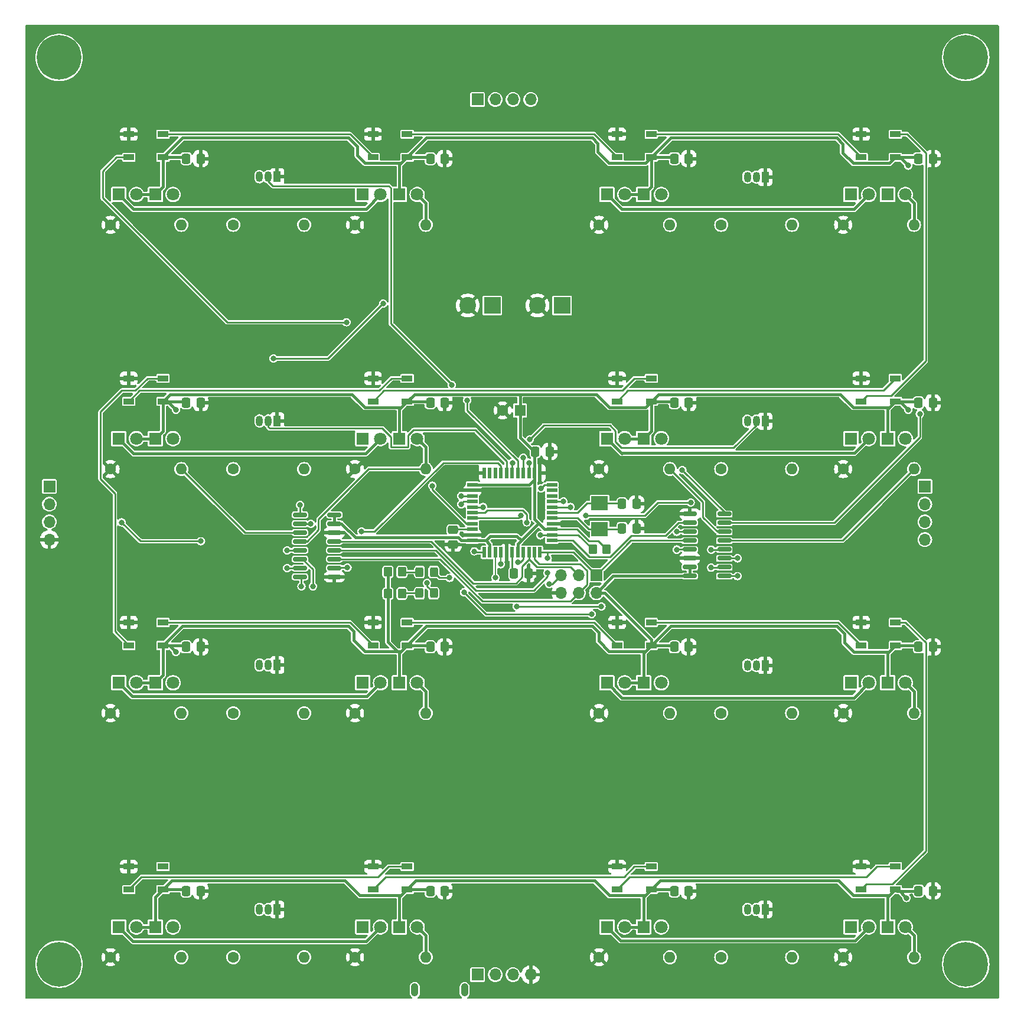
<source format=gbr>
%TF.GenerationSoftware,KiCad,Pcbnew,(7.0.0-0)*%
%TF.CreationDate,2023-05-03T20:48:31-04:00*%
%TF.ProjectId,InteractiveLEDs,496e7465-7261-4637-9469-76654c454473,rev?*%
%TF.SameCoordinates,Original*%
%TF.FileFunction,Copper,L1,Top*%
%TF.FilePolarity,Positive*%
%FSLAX46Y46*%
G04 Gerber Fmt 4.6, Leading zero omitted, Abs format (unit mm)*
G04 Created by KiCad (PCBNEW (7.0.0-0)) date 2023-05-03 20:48:31*
%MOMM*%
%LPD*%
G01*
G04 APERTURE LIST*
G04 Aperture macros list*
%AMRoundRect*
0 Rectangle with rounded corners*
0 $1 Rounding radius*
0 $2 $3 $4 $5 $6 $7 $8 $9 X,Y pos of 4 corners*
0 Add a 4 corners polygon primitive as box body*
4,1,4,$2,$3,$4,$5,$6,$7,$8,$9,$2,$3,0*
0 Add four circle primitives for the rounded corners*
1,1,$1+$1,$2,$3*
1,1,$1+$1,$4,$5*
1,1,$1+$1,$6,$7*
1,1,$1+$1,$8,$9*
0 Add four rect primitives between the rounded corners*
20,1,$1+$1,$2,$3,$4,$5,0*
20,1,$1+$1,$4,$5,$6,$7,0*
20,1,$1+$1,$6,$7,$8,$9,0*
20,1,$1+$1,$8,$9,$2,$3,0*%
G04 Aperture macros list end*
%TA.AperFunction,ComponentPad*%
%ADD10R,1.800000X1.800000*%
%TD*%
%TA.AperFunction,ComponentPad*%
%ADD11C,1.800000*%
%TD*%
%TA.AperFunction,SMDPad,CuDef*%
%ADD12RoundRect,0.250000X0.325000X0.450000X-0.325000X0.450000X-0.325000X-0.450000X0.325000X-0.450000X0*%
%TD*%
%TA.AperFunction,ComponentPad*%
%ADD13C,1.600000*%
%TD*%
%TA.AperFunction,ComponentPad*%
%ADD14O,1.600000X1.600000*%
%TD*%
%TA.AperFunction,SMDPad,CuDef*%
%ADD15R,1.500000X0.900000*%
%TD*%
%TA.AperFunction,ComponentPad*%
%ADD16R,1.700000X1.700000*%
%TD*%
%TA.AperFunction,ComponentPad*%
%ADD17O,1.700000X1.700000*%
%TD*%
%TA.AperFunction,ComponentPad*%
%ADD18R,1.050000X1.500000*%
%TD*%
%TA.AperFunction,ComponentPad*%
%ADD19O,1.050000X1.500000*%
%TD*%
%TA.AperFunction,SMDPad,CuDef*%
%ADD20RoundRect,0.250000X-0.337500X-0.475000X0.337500X-0.475000X0.337500X0.475000X-0.337500X0.475000X0*%
%TD*%
%TA.AperFunction,ComponentPad*%
%ADD21R,1.600000X1.600000*%
%TD*%
%TA.AperFunction,SMDPad,CuDef*%
%ADD22R,0.550000X1.500000*%
%TD*%
%TA.AperFunction,SMDPad,CuDef*%
%ADD23R,1.500000X0.550000*%
%TD*%
%TA.AperFunction,ComponentPad*%
%ADD24C,6.400000*%
%TD*%
%TA.AperFunction,SMDPad,CuDef*%
%ADD25R,2.400000X2.000000*%
%TD*%
%TA.AperFunction,SMDPad,CuDef*%
%ADD26RoundRect,0.250000X-0.475000X0.337500X-0.475000X-0.337500X0.475000X-0.337500X0.475000X0.337500X0*%
%TD*%
%TA.AperFunction,SMDPad,CuDef*%
%ADD27RoundRect,0.250000X0.350000X0.450000X-0.350000X0.450000X-0.350000X-0.450000X0.350000X-0.450000X0*%
%TD*%
%TA.AperFunction,SMDPad,CuDef*%
%ADD28RoundRect,0.150000X0.825000X0.150000X-0.825000X0.150000X-0.825000X-0.150000X0.825000X-0.150000X0*%
%TD*%
%TA.AperFunction,SMDPad,CuDef*%
%ADD29RoundRect,0.150000X-0.825000X-0.150000X0.825000X-0.150000X0.825000X0.150000X-0.825000X0.150000X0*%
%TD*%
%TA.AperFunction,ComponentPad*%
%ADD30R,2.400000X2.400000*%
%TD*%
%TA.AperFunction,ComponentPad*%
%ADD31C,2.400000*%
%TD*%
%TA.AperFunction,ComponentPad*%
%ADD32O,1.050000X1.900000*%
%TD*%
%TA.AperFunction,ViaPad*%
%ADD33C,0.800000*%
%TD*%
%TA.AperFunction,Conductor*%
%ADD34C,0.400000*%
%TD*%
%TA.AperFunction,Conductor*%
%ADD35C,0.250000*%
%TD*%
%TA.AperFunction,Conductor*%
%ADD36C,0.200000*%
%TD*%
G04 APERTURE END LIST*
D10*
%TO.P,IR15,1,K*%
%TO.N,Net-(IR15-K)*%
X161549999Y-152649999D03*
D11*
%TO.P,IR15,2,A*%
%TO.N,+5V*%
X164090000Y-152650000D03*
%TD*%
D12*
%TO.P,D18,1,K*%
%TO.N,/RXLED*%
X136720000Y-101765000D03*
%TO.P,D18,2,A*%
%TO.N,Net-(D18-A)*%
X134670000Y-101765000D03*
%TD*%
D10*
%TO.P,Q6,1,C*%
%TO.N,+5V*%
X131799999Y-82649999D03*
D11*
%TO.P,Q6,2,E*%
%TO.N,/Q6*%
X134340000Y-82650000D03*
%TD*%
D10*
%TO.P,Q13,1,C*%
%TO.N,+5V*%
X96799999Y-152649999D03*
D11*
%TO.P,Q13,2,E*%
%TO.N,/Q13*%
X99340000Y-152650000D03*
%TD*%
D13*
%TO.P,R21,1*%
%TO.N,Net-(Q21-D)*%
X107980000Y-122000000D03*
D14*
%TO.P,R21,2*%
%TO.N,Net-(IR10-K)*%
X118139999Y-121999999D03*
%TD*%
D10*
%TO.P,Q2,1,C*%
%TO.N,+5V*%
X131799999Y-47649999D03*
D11*
%TO.P,Q2,2,E*%
%TO.N,/Q2*%
X134340000Y-47650000D03*
%TD*%
D15*
%TO.P,D4,1,VDD*%
%TO.N,+5V*%
X202899999Y-42299999D03*
%TO.P,D4,2,DOUT*%
%TO.N,Net-(D4-DOUT)*%
X202899999Y-38999999D03*
%TO.P,D4,3,VSS*%
%TO.N,GND*%
X197999999Y-38999999D03*
%TO.P,D4,4,DIN*%
%TO.N,Net-(D3-DOUT)*%
X197999999Y-42299999D03*
%TD*%
D16*
%TO.P,J7,1,Pin_1*%
%TO.N,+5V*%
X142999999Y-159499999D03*
D17*
%TO.P,J7,2,Pin_2*%
%TO.N,/EDGE_2*%
X145539999Y-159499999D03*
%TO.P,J7,3,Pin_3*%
%TO.N,/PF4*%
X148079999Y-159499999D03*
%TO.P,J7,4,Pin_4*%
%TO.N,GND*%
X150619999Y-159499999D03*
%TD*%
D15*
%TO.P,D1,1,VDD*%
%TO.N,+5V*%
X97899999Y-42299999D03*
%TO.P,D1,2,DOUT*%
%TO.N,Net-(D1-DOUT)*%
X97899999Y-38999999D03*
%TO.P,D1,3,VSS*%
%TO.N,GND*%
X92999999Y-38999999D03*
%TO.P,D1,4,DIN*%
%TO.N,/LED_DAT*%
X92999999Y-42299999D03*
%TD*%
D10*
%TO.P,IR7,1,K*%
%TO.N,Net-(IR7-K)*%
X161549999Y-82649999D03*
D11*
%TO.P,IR7,2,A*%
%TO.N,+5V*%
X164090000Y-82650000D03*
%TD*%
D18*
%TO.P,Q19,1,S*%
%TO.N,GND*%
X114269999Y-80099999D03*
D19*
%TO.P,Q19,2,G*%
%TO.N,/IR3*%
X112999999Y-80099999D03*
%TO.P,Q19,3,D*%
%TO.N,Net-(Q19-D)*%
X111729999Y-80099999D03*
%TD*%
D20*
%TO.P,C3,1*%
%TO.N,+5V*%
X171212500Y-42500000D03*
%TO.P,C3,2*%
%TO.N,GND*%
X173287500Y-42500000D03*
%TD*%
D13*
%TO.P,R17,1*%
%TO.N,Net-(Q17-D)*%
X107980000Y-52000000D03*
D14*
%TO.P,R17,2*%
%TO.N,Net-(IR2-K)*%
X118139999Y-51999999D03*
%TD*%
D15*
%TO.P,D12,1,VDD*%
%TO.N,+5V*%
X202899999Y-112299999D03*
%TO.P,D12,2,DOUT*%
%TO.N,Net-(D12-DOUT)*%
X202899999Y-108999999D03*
%TO.P,D12,3,VSS*%
%TO.N,GND*%
X197999999Y-108999999D03*
%TO.P,D12,4,DIN*%
%TO.N,Net-(D11-DOUT)*%
X197999999Y-112299999D03*
%TD*%
D20*
%TO.P,C19,1*%
%TO.N,Net-(U1-XTAL2)*%
X163712500Y-95500000D03*
%TO.P,C19,2*%
%TO.N,GND*%
X165787500Y-95500000D03*
%TD*%
D13*
%TO.P,R13,1*%
%TO.N,GND*%
X90370000Y-157000000D03*
D14*
%TO.P,R13,2*%
%TO.N,/Q13*%
X100529999Y-156999999D03*
%TD*%
D21*
%TO.P,C17,1*%
%TO.N,+5V*%
X149082379Y-78599999D03*
D13*
%TO.P,C17,2*%
%TO.N,GND*%
X146582380Y-78600000D03*
%TD*%
D22*
%TO.P,U1,1,PE6*%
%TO.N,/EDGE_2*%
X143949999Y-98949999D03*
%TO.P,U1,2,UVCC*%
%TO.N,+5V*%
X144749999Y-98949999D03*
%TO.P,U1,3,D-*%
%TO.N,/D-*%
X145549999Y-98949999D03*
%TO.P,U1,4,D+*%
%TO.N,/D+*%
X146349999Y-98949999D03*
%TO.P,U1,5,UGND*%
%TO.N,GND*%
X147149999Y-98949999D03*
%TO.P,U1,6,UCAP*%
%TO.N,Net-(U1-UCAP)*%
X147949999Y-98949999D03*
%TO.P,U1,7,VBUS*%
%TO.N,+5V*%
X148749999Y-98949999D03*
%TO.P,U1,8,PB0*%
%TO.N,/RXLED*%
X149549999Y-98949999D03*
%TO.P,U1,9,PB1*%
%TO.N,/SCK*%
X150349999Y-98949999D03*
%TO.P,U1,10,PB2*%
%TO.N,/MOSI*%
X151149999Y-98949999D03*
%TO.P,U1,11,PB3*%
%TO.N,/MISO*%
X151949999Y-98949999D03*
D23*
%TO.P,U1,12,PB7*%
%TO.N,/PB7*%
X153649999Y-97249999D03*
%TO.P,U1,13,~{RESET}*%
%TO.N,/RESET*%
X153649999Y-96449999D03*
%TO.P,U1,14,VCC*%
%TO.N,+5V*%
X153649999Y-95649999D03*
%TO.P,U1,15,GND*%
%TO.N,GND*%
X153649999Y-94849999D03*
%TO.P,U1,16,XTAL2*%
%TO.N,Net-(U1-XTAL2)*%
X153649999Y-94049999D03*
%TO.P,U1,17,XTAL1*%
%TO.N,Net-(U1-XTAL1)*%
X153649999Y-93249999D03*
%TO.P,U1,18,PD0*%
%TO.N,/IR8*%
X153649999Y-92449999D03*
%TO.P,U1,19,PD1*%
%TO.N,/IR6*%
X153649999Y-91649999D03*
%TO.P,U1,20,PD2*%
%TO.N,unconnected-(U1-PD2-Pad20)*%
X153649999Y-90849999D03*
%TO.P,U1,21,PD3*%
%TO.N,unconnected-(U1-PD3-Pad21)*%
X153649999Y-90049999D03*
%TO.P,U1,22,PD5*%
%TO.N,/TXLED*%
X153649999Y-89249999D03*
D22*
%TO.P,U1,23,GND*%
%TO.N,GND*%
X151949999Y-87549999D03*
%TO.P,U1,24,AVCC*%
%TO.N,+5V*%
X151149999Y-87549999D03*
%TO.P,U1,25,PD4*%
%TO.N,/IR4*%
X150349999Y-87549999D03*
%TO.P,U1,26,PD6*%
%TO.N,/IR2*%
X149549999Y-87549999D03*
%TO.P,U1,27,PD7*%
%TO.N,/IR1*%
X148749999Y-87549999D03*
%TO.P,U1,28,PB4*%
%TO.N,/LED_DAT*%
X147949999Y-87549999D03*
%TO.P,U1,29,PB5*%
%TO.N,/IR3*%
X147149999Y-87549999D03*
%TO.P,U1,30,PB6*%
%TO.N,/PB6*%
X146349999Y-87549999D03*
%TO.P,U1,31,PC6*%
%TO.N,unconnected-(U1-PC6-Pad31)*%
X145549999Y-87549999D03*
%TO.P,U1,32,PC7*%
%TO.N,unconnected-(U1-PC7-Pad32)*%
X144749999Y-87549999D03*
%TO.P,U1,33,~{HWB}/PE2*%
%TO.N,GND*%
X143949999Y-87549999D03*
D23*
%TO.P,U1,34,VCC*%
%TO.N,+5V*%
X142249999Y-89249999D03*
%TO.P,U1,35,GND*%
%TO.N,GND*%
X142249999Y-90049999D03*
%TO.P,U1,36,PF7*%
%TO.N,/IR5*%
X142249999Y-90849999D03*
%TO.P,U1,37,PF6*%
%TO.N,/IR7*%
X142249999Y-91649999D03*
%TO.P,U1,38,PF5*%
%TO.N,/PF5*%
X142249999Y-92449999D03*
%TO.P,U1,39,PF4*%
%TO.N,/PF4*%
X142249999Y-93249999D03*
%TO.P,U1,40,PF1*%
%TO.N,/PF1*%
X142249999Y-94049999D03*
%TO.P,U1,41,PF0*%
%TO.N,/PF0*%
X142249999Y-94849999D03*
%TO.P,U1,42,AREF*%
%TO.N,Net-(U1-AREF)*%
X142249999Y-95649999D03*
%TO.P,U1,43,GND*%
%TO.N,GND*%
X142249999Y-96449999D03*
%TO.P,U1,44,AVCC*%
%TO.N,+5V*%
X142249999Y-97249999D03*
%TD*%
D10*
%TO.P,IR14,1,K*%
%TO.N,Net-(IR14-K)*%
X126549999Y-152649999D03*
D11*
%TO.P,IR14,2,A*%
%TO.N,Net-(IR13-K)*%
X129090000Y-152650000D03*
%TD*%
D16*
%TO.P,J8,1,Pin_1*%
%TO.N,+5V*%
X81599999Y-89499999D03*
D17*
%TO.P,J8,2,Pin_2*%
%TO.N,/EDGE_2*%
X81599999Y-92039999D03*
%TO.P,J8,3,Pin_3*%
%TO.N,/PF0*%
X81599999Y-94579999D03*
%TO.P,J8,4,Pin_4*%
%TO.N,GND*%
X81599999Y-97119999D03*
%TD*%
D15*
%TO.P,D16,1,VDD*%
%TO.N,+5V*%
X97899999Y-147299999D03*
%TO.P,D16,2,DOUT*%
%TO.N,unconnected-(D16-DOUT-Pad2)*%
X97899999Y-143999999D03*
%TO.P,D16,3,VSS*%
%TO.N,GND*%
X92999999Y-143999999D03*
%TO.P,D16,4,DIN*%
%TO.N,Net-(D15-DOUT)*%
X92999999Y-147299999D03*
%TD*%
D24*
%TO.P,REF\u002A\u002A,1*%
%TO.N,N/C*%
X83000000Y-158000000D03*
%TD*%
D15*
%TO.P,D14,1,VDD*%
%TO.N,+5V*%
X167899999Y-147299999D03*
%TO.P,D14,2,DOUT*%
%TO.N,Net-(D14-DOUT)*%
X167899999Y-143999999D03*
%TO.P,D14,3,VSS*%
%TO.N,GND*%
X162999999Y-143999999D03*
%TO.P,D14,4,DIN*%
%TO.N,Net-(D13-DOUT)*%
X162999999Y-147299999D03*
%TD*%
D20*
%TO.P,C2,1*%
%TO.N,+5V*%
X136212500Y-42500000D03*
%TO.P,C2,2*%
%TO.N,GND*%
X138287500Y-42500000D03*
%TD*%
D25*
%TO.P,Y1,1,1*%
%TO.N,Net-(U1-XTAL1)*%
X160499999Y-91899999D03*
%TO.P,Y1,2,2*%
%TO.N,Net-(U1-XTAL2)*%
X160499999Y-95599999D03*
%TD*%
D10*
%TO.P,Q11,1,C*%
%TO.N,+5V*%
X166799999Y-117649999D03*
D11*
%TO.P,Q11,2,E*%
%TO.N,/Q11*%
X169340000Y-117650000D03*
%TD*%
D10*
%TO.P,IR2,1,K*%
%TO.N,Net-(IR2-K)*%
X126549999Y-47649999D03*
D11*
%TO.P,IR2,2,A*%
%TO.N,Net-(IR1-K)*%
X129090000Y-47650000D03*
%TD*%
D10*
%TO.P,IR11,1,K*%
%TO.N,Net-(IR11-K)*%
X161549999Y-117649999D03*
D11*
%TO.P,IR11,2,A*%
%TO.N,+5V*%
X164090000Y-117650000D03*
%TD*%
D20*
%TO.P,C6,1*%
%TO.N,+5V*%
X171212500Y-77500000D03*
%TO.P,C6,2*%
%TO.N,GND*%
X173287500Y-77500000D03*
%TD*%
D10*
%TO.P,IR9,1,K*%
%TO.N,Net-(IR10-A)*%
X91549999Y-117649999D03*
D11*
%TO.P,IR9,2,A*%
%TO.N,+5V*%
X94090000Y-117650000D03*
%TD*%
D20*
%TO.P,C22,1*%
%TO.N,+5V*%
X151262500Y-84500000D03*
%TO.P,C22,2*%
%TO.N,GND*%
X153337500Y-84500000D03*
%TD*%
D15*
%TO.P,D11,1,VDD*%
%TO.N,+5V*%
X167899999Y-112299999D03*
%TO.P,D11,2,DOUT*%
%TO.N,Net-(D11-DOUT)*%
X167899999Y-108999999D03*
%TO.P,D11,3,VSS*%
%TO.N,GND*%
X162999999Y-108999999D03*
%TO.P,D11,4,DIN*%
%TO.N,Net-(D10-DOUT)*%
X162999999Y-112299999D03*
%TD*%
D24*
%TO.P,REF\u002A\u002A,1*%
%TO.N,N/C*%
X83000000Y-28000000D03*
%TD*%
D20*
%TO.P,C15,1*%
%TO.N,+5V*%
X136212500Y-147500000D03*
%TO.P,C15,2*%
%TO.N,GND*%
X138287500Y-147500000D03*
%TD*%
%TO.P,C16,1*%
%TO.N,+5V*%
X101212500Y-147500000D03*
%TO.P,C16,2*%
%TO.N,GND*%
X103287500Y-147500000D03*
%TD*%
D13*
%TO.P,R22,1*%
%TO.N,Net-(Q22-D)*%
X177920000Y-122000000D03*
D14*
%TO.P,R22,2*%
%TO.N,Net-(IR12-K)*%
X188079999Y-121999999D03*
%TD*%
D10*
%TO.P,IR10,1,K*%
%TO.N,Net-(IR10-K)*%
X126549999Y-117649999D03*
D11*
%TO.P,IR10,2,A*%
%TO.N,Net-(IR10-A)*%
X129090000Y-117650000D03*
%TD*%
D20*
%TO.P,C13,1*%
%TO.N,+5V*%
X206212500Y-147500000D03*
%TO.P,C13,2*%
%TO.N,GND*%
X208287500Y-147500000D03*
%TD*%
D10*
%TO.P,Q8,1,C*%
%TO.N,+5V*%
X201799999Y-82649999D03*
D11*
%TO.P,Q8,2,E*%
%TO.N,/Q8*%
X204340000Y-82650000D03*
%TD*%
D20*
%TO.P,C18,1*%
%TO.N,Net-(U1-XTAL1)*%
X163712500Y-92000000D03*
%TO.P,C18,2*%
%TO.N,GND*%
X165787500Y-92000000D03*
%TD*%
D18*
%TO.P,Q23,1,S*%
%TO.N,GND*%
X114269999Y-150149999D03*
D19*
%TO.P,Q23,2,G*%
%TO.N,/IR7*%
X112999999Y-150149999D03*
%TO.P,Q23,3,D*%
%TO.N,Net-(Q23-D)*%
X111729999Y-150149999D03*
%TD*%
D20*
%TO.P,C8,1*%
%TO.N,+5V*%
X101212500Y-77500000D03*
%TO.P,C8,2*%
%TO.N,GND*%
X103287500Y-77500000D03*
%TD*%
D10*
%TO.P,Q10,1,C*%
%TO.N,+5V*%
X131799999Y-117649999D03*
D11*
%TO.P,Q10,2,E*%
%TO.N,/Q10*%
X134340000Y-117650000D03*
%TD*%
D13*
%TO.P,R12,1*%
%TO.N,GND*%
X195420000Y-122000000D03*
D14*
%TO.P,R12,2*%
%TO.N,/Q12*%
X205579999Y-121999999D03*
%TD*%
D10*
%TO.P,IR12,1,K*%
%TO.N,Net-(IR12-K)*%
X196549999Y-117649999D03*
D11*
%TO.P,IR12,2,A*%
%TO.N,Net-(IR11-K)*%
X199090000Y-117650000D03*
%TD*%
D12*
%TO.P,D17,1,K*%
%TO.N,/TXLED*%
X136720000Y-104805000D03*
%TO.P,D17,2,A*%
%TO.N,Net-(D17-A)*%
X134670000Y-104805000D03*
%TD*%
D10*
%TO.P,IR6,1,K*%
%TO.N,Net-(IR6-K)*%
X126549999Y-82649999D03*
D11*
%TO.P,IR6,2,A*%
%TO.N,Net-(IR5-K)*%
X129090000Y-82650000D03*
%TD*%
D16*
%TO.P,J5,1,Pin_1*%
%TO.N,/J5_5V*%
X142999999Y-34024999D03*
D17*
%TO.P,J5,2,Pin_2*%
%TO.N,/EDGE_2*%
X145539999Y-34024999D03*
%TO.P,J5,3,Pin_3*%
%TO.N,/PF5*%
X148079999Y-34024999D03*
%TO.P,J5,4,Pin_4*%
%TO.N,/J5_G*%
X150619999Y-34024999D03*
%TD*%
D16*
%TO.P,J6,1,Pin_1*%
%TO.N,/J6_5V*%
X207124999Y-89499999D03*
D17*
%TO.P,J6,2,Pin_2*%
%TO.N,/EDGE_2*%
X207124999Y-92039999D03*
%TO.P,J6,3,Pin_3*%
%TO.N,/PF1*%
X207124999Y-94579999D03*
%TO.P,J6,4,Pin_4*%
%TO.N,/J6_G*%
X207124999Y-97119999D03*
%TD*%
D26*
%TO.P,C21,1*%
%TO.N,Net-(U1-AREF)*%
X139500000Y-95712500D03*
%TO.P,C21,2*%
%TO.N,GND*%
X139500000Y-97787500D03*
%TD*%
D20*
%TO.P,C10,1*%
%TO.N,+5V*%
X136212500Y-112500000D03*
%TO.P,C10,2*%
%TO.N,GND*%
X138287500Y-112500000D03*
%TD*%
D13*
%TO.P,R18,1*%
%TO.N,Net-(Q18-D)*%
X177920000Y-52000000D03*
D14*
%TO.P,R18,2*%
%TO.N,Net-(IR4-K)*%
X188079999Y-51999999D03*
%TD*%
D16*
%TO.P,J4,1,Pin_1*%
%TO.N,/MISO*%
X160024999Y-102224999D03*
D17*
%TO.P,J4,2,Pin_2*%
%TO.N,+5V*%
X160024999Y-104764999D03*
%TO.P,J4,3,Pin_3*%
%TO.N,/SCK*%
X157484999Y-102224999D03*
%TO.P,J4,4,Pin_4*%
%TO.N,/MOSI*%
X157484999Y-104764999D03*
%TO.P,J4,5,Pin_5*%
%TO.N,/RESET*%
X154944999Y-102224999D03*
%TO.P,J4,6,Pin_6*%
%TO.N,GND*%
X154944999Y-104764999D03*
%TD*%
D15*
%TO.P,D15,1,VDD*%
%TO.N,+5V*%
X132899999Y-147299999D03*
%TO.P,D15,2,DOUT*%
%TO.N,Net-(D15-DOUT)*%
X132899999Y-143999999D03*
%TO.P,D15,3,VSS*%
%TO.N,GND*%
X127999999Y-143999999D03*
%TO.P,D15,4,DIN*%
%TO.N,Net-(D14-DOUT)*%
X127999999Y-147299999D03*
%TD*%
%TO.P,D7,1,VDD*%
%TO.N,+5V*%
X132899999Y-77299999D03*
%TO.P,D7,2,DOUT*%
%TO.N,Net-(D7-DOUT)*%
X132899999Y-73999999D03*
%TO.P,D7,3,VSS*%
%TO.N,GND*%
X127999999Y-73999999D03*
%TO.P,D7,4,DIN*%
%TO.N,Net-(D6-DOUT)*%
X127999999Y-77299999D03*
%TD*%
D27*
%TO.P,R29,1*%
%TO.N,Net-(D18-A)*%
X132150000Y-101750000D03*
%TO.P,R29,2*%
%TO.N,+5V*%
X130150000Y-101750000D03*
%TD*%
D13*
%TO.P,R20,1*%
%TO.N,Net-(Q20-D)*%
X177920000Y-87000000D03*
D14*
%TO.P,R20,2*%
%TO.N,Net-(IR8-K)*%
X188079999Y-86999999D03*
%TD*%
D20*
%TO.P,C12,1*%
%TO.N,+5V*%
X206212500Y-112500000D03*
%TO.P,C12,2*%
%TO.N,GND*%
X208287500Y-112500000D03*
%TD*%
D13*
%TO.P,R14,1*%
%TO.N,GND*%
X125420000Y-157000000D03*
D14*
%TO.P,R14,2*%
%TO.N,/Q14*%
X135579999Y-156999999D03*
%TD*%
D24*
%TO.P,REF\u002A\u002A,1*%
%TO.N,N/C*%
X213000000Y-28000000D03*
%TD*%
D10*
%TO.P,IR16,1,K*%
%TO.N,Net-(IR16-K)*%
X196549999Y-152649999D03*
D11*
%TO.P,IR16,2,A*%
%TO.N,Net-(IR15-K)*%
X199090000Y-152650000D03*
%TD*%
D10*
%TO.P,Q5,1,C*%
%TO.N,+5V*%
X96799999Y-82649999D03*
D11*
%TO.P,Q5,2,E*%
%TO.N,/Q5*%
X99340000Y-82650000D03*
%TD*%
D13*
%TO.P,R24,1*%
%TO.N,Net-(Q24-D)*%
X177920000Y-157000000D03*
D14*
%TO.P,R24,2*%
%TO.N,Net-(IR16-K)*%
X188079999Y-156999999D03*
%TD*%
D10*
%TO.P,Q16,1,C*%
%TO.N,+5V*%
X201799999Y-152649999D03*
D11*
%TO.P,Q16,2,E*%
%TO.N,/Q16*%
X204340000Y-152650000D03*
%TD*%
D15*
%TO.P,D3,1,VDD*%
%TO.N,+5V*%
X167899999Y-42299999D03*
%TO.P,D3,2,DOUT*%
%TO.N,Net-(D3-DOUT)*%
X167899999Y-38999999D03*
%TO.P,D3,3,VSS*%
%TO.N,GND*%
X162999999Y-38999999D03*
%TO.P,D3,4,DIN*%
%TO.N,Net-(D2-DOUT)*%
X162999999Y-42299999D03*
%TD*%
D10*
%TO.P,IR13,1,K*%
%TO.N,Net-(IR13-K)*%
X91549999Y-152649999D03*
D11*
%TO.P,IR13,2,A*%
%TO.N,+5V*%
X94090000Y-152650000D03*
%TD*%
D13*
%TO.P,R9,1*%
%TO.N,GND*%
X90370000Y-122000000D03*
D14*
%TO.P,R9,2*%
%TO.N,/Q9*%
X100529999Y-121999999D03*
%TD*%
D27*
%TO.P,R28,1*%
%TO.N,Net-(D17-A)*%
X132150000Y-104850000D03*
%TO.P,R28,2*%
%TO.N,+5V*%
X130150000Y-104850000D03*
%TD*%
D13*
%TO.P,R2,1*%
%TO.N,GND*%
X125420000Y-52000000D03*
D14*
%TO.P,R2,2*%
%TO.N,/Q2*%
X135579999Y-51999999D03*
%TD*%
D13*
%TO.P,R3,1*%
%TO.N,GND*%
X160420000Y-52000000D03*
D14*
%TO.P,R3,2*%
%TO.N,/Q3*%
X170579999Y-51999999D03*
%TD*%
D13*
%TO.P,R7,1*%
%TO.N,GND*%
X160420000Y-87000000D03*
D14*
%TO.P,R7,2*%
%TO.N,/Q7*%
X170579999Y-86999999D03*
%TD*%
D15*
%TO.P,D9,1,VDD*%
%TO.N,+5V*%
X97899999Y-112299999D03*
%TO.P,D9,2,DOUT*%
%TO.N,Net-(D10-DIN)*%
X97899999Y-108999999D03*
%TO.P,D9,3,VSS*%
%TO.N,GND*%
X92999999Y-108999999D03*
%TO.P,D9,4,DIN*%
%TO.N,/DAT_D8*%
X92999999Y-112299999D03*
%TD*%
D20*
%TO.P,C1,1*%
%TO.N,+5V*%
X101212500Y-42500000D03*
%TO.P,C1,2*%
%TO.N,GND*%
X103287500Y-42500000D03*
%TD*%
D18*
%TO.P,Q17,1,S*%
%TO.N,GND*%
X114269999Y-45099999D03*
D19*
%TO.P,Q17,2,G*%
%TO.N,/IR1*%
X112999999Y-45099999D03*
%TO.P,Q17,3,D*%
%TO.N,Net-(Q17-D)*%
X111729999Y-45099999D03*
%TD*%
D10*
%TO.P,Q12,1,C*%
%TO.N,+5V*%
X201799999Y-117649999D03*
D11*
%TO.P,Q12,2,E*%
%TO.N,/Q12*%
X204340000Y-117650000D03*
%TD*%
D10*
%TO.P,IR5,1,K*%
%TO.N,Net-(IR5-K)*%
X91549999Y-82649999D03*
D11*
%TO.P,IR5,2,A*%
%TO.N,+5V*%
X94090000Y-82650000D03*
%TD*%
D18*
%TO.P,Q22,1,S*%
%TO.N,GND*%
X184219999Y-115149999D03*
D19*
%TO.P,Q22,2,G*%
%TO.N,/IR6*%
X182949999Y-115149999D03*
%TO.P,Q22,3,D*%
%TO.N,Net-(Q22-D)*%
X181679999Y-115149999D03*
%TD*%
D15*
%TO.P,D2,1,VDD*%
%TO.N,+5V*%
X132899999Y-42299999D03*
%TO.P,D2,2,DOUT*%
%TO.N,Net-(D2-DOUT)*%
X132899999Y-38999999D03*
%TO.P,D2,3,VSS*%
%TO.N,GND*%
X127999999Y-38999999D03*
%TO.P,D2,4,DIN*%
%TO.N,Net-(D1-DOUT)*%
X127999999Y-42299999D03*
%TD*%
D20*
%TO.P,C5,1*%
%TO.N,+5V*%
X206212500Y-77500000D03*
%TO.P,C5,2*%
%TO.N,GND*%
X208287500Y-77500000D03*
%TD*%
D18*
%TO.P,Q21,1,S*%
%TO.N,GND*%
X114269999Y-115099999D03*
D19*
%TO.P,Q21,2,G*%
%TO.N,/IR5*%
X112999999Y-115099999D03*
%TO.P,Q21,3,D*%
%TO.N,Net-(Q21-D)*%
X111729999Y-115099999D03*
%TD*%
D27*
%TO.P,R25,1*%
%TO.N,+5V*%
X161500000Y-98500000D03*
%TO.P,R25,2*%
%TO.N,/RESET*%
X159500000Y-98500000D03*
%TD*%
D18*
%TO.P,Q24,1,S*%
%TO.N,GND*%
X184219999Y-150149999D03*
D19*
%TO.P,Q24,2,G*%
%TO.N,/IR8*%
X182949999Y-150149999D03*
%TO.P,Q24,3,D*%
%TO.N,Net-(Q24-D)*%
X181679999Y-150149999D03*
%TD*%
D13*
%TO.P,R10,1*%
%TO.N,GND*%
X125420000Y-122000000D03*
D14*
%TO.P,R10,2*%
%TO.N,/Q10*%
X135579999Y-121999999D03*
%TD*%
D13*
%TO.P,R1,1*%
%TO.N,GND*%
X90370000Y-52000000D03*
D14*
%TO.P,R1,2*%
%TO.N,/Q1*%
X100529999Y-51999999D03*
%TD*%
D13*
%TO.P,R19,1*%
%TO.N,Net-(Q19-D)*%
X107980000Y-87000000D03*
D14*
%TO.P,R19,2*%
%TO.N,Net-(IR6-K)*%
X118139999Y-86999999D03*
%TD*%
D13*
%TO.P,R23,1*%
%TO.N,Net-(Q23-D)*%
X107980000Y-157000000D03*
D14*
%TO.P,R23,2*%
%TO.N,Net-(IR14-K)*%
X118139999Y-156999999D03*
%TD*%
D13*
%TO.P,R11,1*%
%TO.N,GND*%
X160420000Y-122000000D03*
D14*
%TO.P,R11,2*%
%TO.N,/Q11*%
X170579999Y-121999999D03*
%TD*%
D10*
%TO.P,Q4,1,C*%
%TO.N,+5V*%
X201799999Y-47649999D03*
D11*
%TO.P,Q4,2,E*%
%TO.N,/Q4*%
X204340000Y-47650000D03*
%TD*%
D28*
%TO.P,U3,1,CH0*%
%TO.N,/Q16*%
X178375000Y-102345000D03*
%TO.P,U3,2,CH1*%
%TO.N,/Q15*%
X178375000Y-101075000D03*
%TO.P,U3,3,CH2*%
%TO.N,/Q12*%
X178375000Y-99805000D03*
%TO.P,U3,4,CH3*%
%TO.N,/Q11*%
X178375000Y-98535000D03*
%TO.P,U3,5,CH4*%
%TO.N,/Q8*%
X178375000Y-97265000D03*
%TO.P,U3,6,CH5*%
%TO.N,/Q7*%
X178375000Y-95995000D03*
%TO.P,U3,7,CH6*%
%TO.N,/Q4*%
X178375000Y-94725000D03*
%TO.P,U3,8,CH7*%
%TO.N,/Q3*%
X178375000Y-93455000D03*
%TO.P,U3,9,DGND*%
%TO.N,GND*%
X173425000Y-93455000D03*
%TO.P,U3,10,~{CS}/SHDN*%
%TO.N,/PB7*%
X173425000Y-94725000D03*
%TO.P,U3,11,Din*%
%TO.N,/MOSI*%
X173425000Y-95995000D03*
%TO.P,U3,12,Dout*%
%TO.N,/MISO*%
X173425000Y-97265000D03*
%TO.P,U3,13,CLK*%
%TO.N,/SCK*%
X173425000Y-98535000D03*
%TO.P,U3,14,AGND*%
%TO.N,GND*%
X173425000Y-99805000D03*
%TO.P,U3,15,Vref*%
%TO.N,+5V*%
X173425000Y-101075000D03*
%TO.P,U3,16,Vdd*%
X173425000Y-102345000D03*
%TD*%
D13*
%TO.P,R8,1*%
%TO.N,GND*%
X195420000Y-87000000D03*
D14*
%TO.P,R8,2*%
%TO.N,/Q8*%
X205579999Y-86999999D03*
%TD*%
D18*
%TO.P,Q18,1,S*%
%TO.N,GND*%
X184219999Y-45149999D03*
D19*
%TO.P,Q18,2,G*%
%TO.N,/IR2*%
X182949999Y-45149999D03*
%TO.P,Q18,3,D*%
%TO.N,Net-(Q18-D)*%
X181679999Y-45149999D03*
%TD*%
D20*
%TO.P,C11,1*%
%TO.N,+5V*%
X171212500Y-112500000D03*
%TO.P,C11,2*%
%TO.N,GND*%
X173287500Y-112500000D03*
%TD*%
D29*
%TO.P,U2,1,CH0*%
%TO.N,/Q1*%
X117525000Y-93555000D03*
%TO.P,U2,2,CH1*%
%TO.N,/Q2*%
X117525000Y-94825000D03*
%TO.P,U2,3,CH2*%
%TO.N,/Q5*%
X117525000Y-96095000D03*
%TO.P,U2,4,CH3*%
%TO.N,/Q6*%
X117525000Y-97365000D03*
%TO.P,U2,5,CH4*%
%TO.N,/Q9*%
X117525000Y-98635000D03*
%TO.P,U2,6,CH5*%
%TO.N,/Q10*%
X117525000Y-99905000D03*
%TO.P,U2,7,CH6*%
%TO.N,/Q13*%
X117525000Y-101175000D03*
%TO.P,U2,8,CH7*%
%TO.N,/Q14*%
X117525000Y-102445000D03*
%TO.P,U2,9,DGND*%
%TO.N,GND*%
X122475000Y-102445000D03*
%TO.P,U2,10,~{CS}/SHDN*%
%TO.N,/PB6*%
X122475000Y-101175000D03*
%TO.P,U2,11,Din*%
%TO.N,/MOSI*%
X122475000Y-99905000D03*
%TO.P,U2,12,Dout*%
%TO.N,/MISO*%
X122475000Y-98635000D03*
%TO.P,U2,13,CLK*%
%TO.N,/SCK*%
X122475000Y-97365000D03*
%TO.P,U2,14,AGND*%
%TO.N,GND*%
X122475000Y-96095000D03*
%TO.P,U2,15,Vref*%
%TO.N,+5V*%
X122475000Y-94825000D03*
%TO.P,U2,16,Vdd*%
X122475000Y-93555000D03*
%TD*%
D10*
%TO.P,IR8,1,K*%
%TO.N,Net-(IR8-K)*%
X196549999Y-82649999D03*
D11*
%TO.P,IR8,2,A*%
%TO.N,Net-(IR7-K)*%
X199090000Y-82650000D03*
%TD*%
D13*
%TO.P,R5,1*%
%TO.N,GND*%
X90370000Y-87000000D03*
D14*
%TO.P,R5,2*%
%TO.N,/Q5*%
X100529999Y-86999999D03*
%TD*%
D20*
%TO.P,C7,1*%
%TO.N,+5V*%
X136212500Y-77500000D03*
%TO.P,C7,2*%
%TO.N,GND*%
X138287500Y-77500000D03*
%TD*%
%TO.P,C20,1*%
%TO.N,Net-(U1-UCAP)*%
X148212500Y-102000000D03*
%TO.P,C20,2*%
%TO.N,GND*%
X150287500Y-102000000D03*
%TD*%
D24*
%TO.P,REF\u002A\u002A,1*%
%TO.N,N/C*%
X213000000Y-158000000D03*
%TD*%
D18*
%TO.P,Q20,1,S*%
%TO.N,GND*%
X184219999Y-80149999D03*
D19*
%TO.P,Q20,2,G*%
%TO.N,/IR4*%
X182949999Y-80149999D03*
%TO.P,Q20,3,D*%
%TO.N,Net-(Q20-D)*%
X181679999Y-80149999D03*
%TD*%
D15*
%TO.P,D5,1,VDD*%
%TO.N,+5V*%
X202899999Y-77299999D03*
%TO.P,D5,2,DOUT*%
%TO.N,Net-(D5-DOUT)*%
X202899999Y-73999999D03*
%TO.P,D5,3,VSS*%
%TO.N,GND*%
X197999999Y-73999999D03*
%TO.P,D5,4,DIN*%
%TO.N,Net-(D4-DOUT)*%
X197999999Y-77299999D03*
%TD*%
D20*
%TO.P,C9,1*%
%TO.N,+5V*%
X101212500Y-112500000D03*
%TO.P,C9,2*%
%TO.N,GND*%
X103287500Y-112500000D03*
%TD*%
D15*
%TO.P,D6,1,VDD*%
%TO.N,+5V*%
X167899999Y-77299999D03*
%TO.P,D6,2,DOUT*%
%TO.N,Net-(D6-DOUT)*%
X167899999Y-73999999D03*
%TO.P,D6,3,VSS*%
%TO.N,GND*%
X162999999Y-73999999D03*
%TO.P,D6,4,DIN*%
%TO.N,Net-(D5-DOUT)*%
X162999999Y-77299999D03*
%TD*%
D10*
%TO.P,Q15,1,C*%
%TO.N,+5V*%
X166799999Y-152649999D03*
D11*
%TO.P,Q15,2,E*%
%TO.N,/Q15*%
X169340000Y-152650000D03*
%TD*%
D10*
%TO.P,IR3,1,K*%
%TO.N,Net-(IR3-K)*%
X161549999Y-47649999D03*
D11*
%TO.P,IR3,2,A*%
%TO.N,+5V*%
X164090000Y-47650000D03*
%TD*%
D15*
%TO.P,D10,1,VDD*%
%TO.N,+5V*%
X132899999Y-112299999D03*
%TO.P,D10,2,DOUT*%
%TO.N,Net-(D10-DOUT)*%
X132899999Y-108999999D03*
%TO.P,D10,3,VSS*%
%TO.N,GND*%
X127999999Y-108999999D03*
%TO.P,D10,4,DIN*%
%TO.N,Net-(D10-DIN)*%
X127999999Y-112299999D03*
%TD*%
D13*
%TO.P,R6,1*%
%TO.N,GND*%
X125420000Y-87000000D03*
D14*
%TO.P,R6,2*%
%TO.N,/Q6*%
X135579999Y-86999999D03*
%TD*%
D10*
%TO.P,Q7,1,C*%
%TO.N,+5V*%
X166799999Y-82649999D03*
D11*
%TO.P,Q7,2,E*%
%TO.N,/Q7*%
X169340000Y-82650000D03*
%TD*%
D10*
%TO.P,Q3,1,C*%
%TO.N,+5V*%
X166799999Y-47649999D03*
D11*
%TO.P,Q3,2,E*%
%TO.N,/Q3*%
X169340000Y-47650000D03*
%TD*%
D10*
%TO.P,Q9,1,C*%
%TO.N,+5V*%
X96799999Y-117649999D03*
D11*
%TO.P,Q9,2,E*%
%TO.N,/Q9*%
X99340000Y-117650000D03*
%TD*%
D20*
%TO.P,C14,1*%
%TO.N,+5V*%
X171212500Y-147500000D03*
%TO.P,C14,2*%
%TO.N,GND*%
X173287500Y-147500000D03*
%TD*%
D10*
%TO.P,Q1,1,C*%
%TO.N,+5V*%
X96799999Y-47649999D03*
D11*
%TO.P,Q1,2,E*%
%TO.N,/Q1*%
X99340000Y-47650000D03*
%TD*%
D13*
%TO.P,R15,1*%
%TO.N,GND*%
X160420000Y-157000000D03*
D14*
%TO.P,R15,2*%
%TO.N,/Q15*%
X170579999Y-156999999D03*
%TD*%
D10*
%TO.P,Q14,1,C*%
%TO.N,+5V*%
X131799999Y-152649999D03*
D11*
%TO.P,Q14,2,E*%
%TO.N,/Q14*%
X134340000Y-152650000D03*
%TD*%
D10*
%TO.P,IR1,1,K*%
%TO.N,Net-(IR1-K)*%
X91549999Y-47649999D03*
D11*
%TO.P,IR1,2,A*%
%TO.N,+5V*%
X94090000Y-47650000D03*
%TD*%
D15*
%TO.P,D8,1,VDD*%
%TO.N,+5V*%
X97899999Y-77299999D03*
%TO.P,D8,2,DOUT*%
%TO.N,/DAT_D8*%
X97899999Y-73999999D03*
%TO.P,D8,3,VSS*%
%TO.N,GND*%
X92999999Y-73999999D03*
%TO.P,D8,4,DIN*%
%TO.N,Net-(D7-DOUT)*%
X92999999Y-77299999D03*
%TD*%
%TO.P,D13,1,VDD*%
%TO.N,+5V*%
X202899999Y-147299999D03*
%TO.P,D13,2,DOUT*%
%TO.N,Net-(D13-DOUT)*%
X202899999Y-143999999D03*
%TO.P,D13,3,VSS*%
%TO.N,GND*%
X197999999Y-143999999D03*
%TO.P,D13,4,DIN*%
%TO.N,Net-(D12-DOUT)*%
X197999999Y-147299999D03*
%TD*%
D10*
%TO.P,IR4,1,K*%
%TO.N,Net-(IR4-K)*%
X196549999Y-47649999D03*
D11*
%TO.P,IR4,2,A*%
%TO.N,Net-(IR3-K)*%
X199090000Y-47650000D03*
%TD*%
D13*
%TO.P,R4,1*%
%TO.N,GND*%
X195420000Y-52000000D03*
D14*
%TO.P,R4,2*%
%TO.N,/Q4*%
X205579999Y-51999999D03*
%TD*%
D13*
%TO.P,R16,1*%
%TO.N,GND*%
X195420000Y-157000000D03*
D14*
%TO.P,R16,2*%
%TO.N,/Q16*%
X205579999Y-156999999D03*
%TD*%
D20*
%TO.P,C4,1*%
%TO.N,+5V*%
X206212500Y-42500000D03*
%TO.P,C4,2*%
%TO.N,GND*%
X208287500Y-42500000D03*
%TD*%
D30*
%TO.P,J3,1,Pin_1*%
%TO.N,+5V*%
X145099999Y-63549999D03*
D31*
%TO.P,J3,2,Pin_2*%
%TO.N,GND*%
X141600000Y-63550000D03*
%TD*%
D32*
%TO.P,J1,6,Shield*%
%TO.N,unconnected-(J1-Shield-Pad6)*%
X141149999Y-161699999D03*
X133999999Y-161699999D03*
%TD*%
D30*
%TO.P,J2,1,Pin_1*%
%TO.N,+5V*%
X155099999Y-63549999D03*
D31*
%TO.P,J2,2,Pin_2*%
%TO.N,GND*%
X151600000Y-63550000D03*
%TD*%
D33*
%TO.N,+5V*%
X204750000Y-43500000D03*
X99750000Y-113250000D03*
X99750000Y-78500000D03*
X204750000Y-78500000D03*
X204500000Y-148500000D03*
%TO.N,GND*%
X156400000Y-78550000D03*
X155650000Y-98150000D03*
X136350000Y-64700000D03*
X140050000Y-84200000D03*
X147400000Y-95550000D03*
X154720000Y-99800000D03*
X156350000Y-94800000D03*
X149000000Y-91150000D03*
X99150000Y-79900000D03*
X150300000Y-92350000D03*
X152100000Y-92150000D03*
X180400000Y-153400000D03*
X122200000Y-106900000D03*
X147100000Y-97450000D03*
X130500000Y-89950000D03*
X151500000Y-102900000D03*
X140000000Y-80250000D03*
X146350000Y-106900000D03*
X146850000Y-101900000D03*
X142900000Y-101500000D03*
%TO.N,/LED_DAT*%
X148000000Y-86100000D03*
X124200000Y-65950000D03*
%TO.N,/TXLED*%
X152100000Y-89750000D03*
X135750000Y-103350000D03*
%TO.N,/Q1*%
X117550000Y-92150000D03*
%TO.N,/Q2*%
X119100000Y-94850000D03*
%TO.N,/Q3*%
X172350000Y-87150000D03*
%TO.N,/Q4*%
X206400000Y-79100000D03*
%TO.N,/Q9*%
X115700000Y-98650000D03*
%TO.N,/Q10*%
X119400000Y-103800000D03*
%TO.N,/Q11*%
X176500000Y-98550000D03*
%TO.N,/Q12*%
X180250000Y-99800000D03*
%TO.N,/Q13*%
X115700000Y-101200000D03*
%TO.N,/Q14*%
X117750000Y-103800000D03*
%TO.N,/Q15*%
X176500000Y-101150000D03*
%TO.N,/Q16*%
X180250000Y-102350000D03*
%TO.N,/D-*%
X145550000Y-102600000D03*
%TO.N,/D+*%
X146350000Y-100650000D03*
%TO.N,/SCK*%
X171550000Y-98550000D03*
%TO.N,/MOSI*%
X171550000Y-96000000D03*
%TO.N,/MISO*%
X153050000Y-99800000D03*
X153020000Y-101900000D03*
%TO.N,/RESET*%
X153250000Y-103500000D03*
X152000000Y-96500000D03*
%TO.N,/IR1*%
X141500000Y-77150000D03*
X139300000Y-74950000D03*
%TO.N,/IR2*%
X149550000Y-85400000D03*
%TO.N,/IR4*%
X150350000Y-86100000D03*
X150500000Y-82750000D03*
%TO.N,/IR5*%
X140650000Y-90850000D03*
%TO.N,/IR6*%
X155300000Y-91650000D03*
%TO.N,/IR7*%
X140650000Y-92050000D03*
%TO.N,/IR8*%
X156300000Y-92450000D03*
%TO.N,/RXLED*%
X139000000Y-102600000D03*
X148800000Y-100350000D03*
%TO.N,/EDGE_2*%
X129450000Y-63300000D03*
X113750000Y-71150000D03*
X142550000Y-98800000D03*
X141050000Y-104650000D03*
X159350000Y-107800000D03*
%TO.N,/PF5*%
X143800000Y-92450000D03*
%TO.N,/PF1*%
X149200000Y-93700000D03*
X173550000Y-91800000D03*
X158500000Y-93700000D03*
%TO.N,/PF4*%
X160750000Y-106700000D03*
X150050000Y-94650000D03*
X148600000Y-106700000D03*
%TO.N,/PF0*%
X136500000Y-89400000D03*
X103350000Y-97350000D03*
X91950000Y-94650000D03*
%TO.N,/PB6*%
X126350000Y-95950000D03*
X124350000Y-101150000D03*
%TD*%
D34*
%TO.N,+5V*%
X167900000Y-42300000D02*
X167900000Y-46550000D01*
X202900000Y-112300000D02*
X206012500Y-112300000D01*
X122475000Y-94825000D02*
X122475000Y-93555000D01*
X132900000Y-42300000D02*
X135675000Y-39525000D01*
X160353769Y-111653769D02*
X161850000Y-113150000D01*
X150400000Y-89250000D02*
X151150000Y-88500000D01*
X96800000Y-152650000D02*
X96800000Y-148400000D01*
X135675000Y-109525000D02*
X159482538Y-109525000D01*
X167900000Y-46550000D02*
X166800000Y-47650000D01*
X171012500Y-112300000D02*
X171212500Y-112500000D01*
X161875000Y-78150000D02*
X160000000Y-76275000D01*
X206212500Y-147500000D02*
X203100000Y-147500000D01*
X131800000Y-117650000D02*
X131800000Y-113400000D01*
X125470000Y-96800000D02*
X123495000Y-94825000D01*
X195603769Y-111903769D02*
X196950000Y-113250000D01*
X126850000Y-78150000D02*
X124975000Y-76275000D01*
X196950000Y-113250000D02*
X201950000Y-113250000D01*
X101012500Y-147300000D02*
X101212500Y-147500000D01*
X131800000Y-113400000D02*
X132900000Y-112300000D01*
X149250000Y-97250000D02*
X151737500Y-94762500D01*
X195000000Y-76275000D02*
X168925000Y-76275000D01*
X101012500Y-112300000D02*
X101212500Y-112500000D01*
X166800000Y-148400000D02*
X167900000Y-147300000D01*
X126850000Y-43150000D02*
X132050000Y-43150000D01*
X202050000Y-148150000D02*
X196875000Y-148150000D01*
X149082380Y-78417620D02*
X149300000Y-78200000D01*
X132900000Y-42300000D02*
X136012500Y-42300000D01*
X173425000Y-101075000D02*
X173425000Y-102345000D01*
X140244239Y-96800000D02*
X125470000Y-96800000D01*
X202900000Y-147300000D02*
X203300000Y-147300000D01*
X149082380Y-78600000D02*
X149082380Y-82463751D01*
X196875000Y-78150000D02*
X195000000Y-76275000D01*
X125228769Y-111528769D02*
X126850000Y-113150000D01*
X149082380Y-78600000D02*
X149082380Y-78417620D01*
X149082380Y-78600000D02*
X149082380Y-76392620D01*
X151150000Y-94175000D02*
X151737500Y-94762500D01*
X171012500Y-42300000D02*
X171212500Y-42500000D01*
X101012500Y-42300000D02*
X101212500Y-42500000D01*
X151737500Y-94762500D02*
X152625000Y-95650000D01*
X152625000Y-95650000D02*
X153650000Y-95650000D01*
X144800000Y-96650000D02*
X148650000Y-96650000D01*
X136012500Y-147300000D02*
X136212500Y-147500000D01*
D35*
X158936396Y-97300000D02*
X157286396Y-95650000D01*
D34*
X132900000Y-112300000D02*
X135675000Y-109525000D01*
X144750000Y-97800000D02*
X144750000Y-98950000D01*
X135675000Y-39525000D02*
X159482538Y-39525000D01*
X124482538Y-109525000D02*
X125228769Y-110271231D01*
X194482538Y-109525000D02*
X195603769Y-110646231D01*
X167900000Y-112300000D02*
X167900000Y-111450000D01*
X202900000Y-77300000D02*
X202050000Y-78150000D01*
X195353769Y-40396231D02*
X195353769Y-41653769D01*
D35*
X157286396Y-95650000D02*
X153650000Y-95650000D01*
D34*
X201800000Y-117650000D02*
X201800000Y-113400000D01*
X132900000Y-112300000D02*
X136012500Y-112300000D01*
X142250000Y-97250000D02*
X140694239Y-97250000D01*
X167900000Y-147300000D02*
X171012500Y-147300000D01*
X201800000Y-78400000D02*
X202900000Y-77300000D01*
X98800000Y-112300000D02*
X99750000Y-113250000D01*
X167900000Y-81550000D02*
X166800000Y-82650000D01*
X148650000Y-96650000D02*
X149250000Y-97250000D01*
X161850000Y-43150000D02*
X167050000Y-43150000D01*
X169175000Y-146025000D02*
X167900000Y-147300000D01*
X97900000Y-42300000D02*
X101012500Y-42300000D01*
X195603769Y-110646231D02*
X195603769Y-111903769D01*
X167050000Y-113150000D02*
X167900000Y-112300000D01*
X97900000Y-42300000D02*
X97900000Y-45400000D01*
X97900000Y-45400000D02*
X97900000Y-46550000D01*
X124975000Y-76275000D02*
X98925000Y-76275000D01*
X164090000Y-82650000D02*
X166800000Y-82650000D01*
X171012500Y-147300000D02*
X171212500Y-147500000D01*
X97900000Y-112300000D02*
X97900000Y-116550000D01*
D35*
X161500000Y-98500000D02*
X160300000Y-97300000D01*
D34*
X202050000Y-78150000D02*
X196875000Y-78150000D01*
X148750000Y-97750000D02*
X149250000Y-97250000D01*
X167900000Y-77300000D02*
X167900000Y-81550000D01*
X132900000Y-77300000D02*
X132050000Y-78150000D01*
X195353769Y-41653769D02*
X196850000Y-43150000D01*
X131800000Y-47650000D02*
X131800000Y-43400000D01*
X159750000Y-146025000D02*
X134175000Y-146025000D01*
X126125000Y-148150000D02*
X124000000Y-146025000D01*
X97900000Y-112300000D02*
X98800000Y-112300000D01*
X131800000Y-82650000D02*
X131800000Y-78400000D01*
X201950000Y-113250000D02*
X202900000Y-112300000D01*
X132050000Y-148150000D02*
X126125000Y-148150000D01*
X132050000Y-78150000D02*
X126850000Y-78150000D01*
X100675000Y-39525000D02*
X124482538Y-39525000D01*
X160025000Y-104765000D02*
X162445000Y-102345000D01*
X124000000Y-146025000D02*
X99175000Y-146025000D01*
X161215000Y-104765000D02*
X160025000Y-104765000D01*
X96800000Y-152650000D02*
X94090000Y-152650000D01*
D35*
X160300000Y-97300000D02*
X158936396Y-97300000D01*
D34*
X132050000Y-113150000D02*
X132900000Y-112300000D01*
X166800000Y-117650000D02*
X166800000Y-113400000D01*
X166800000Y-152650000D02*
X164090000Y-152650000D01*
X161850000Y-113150000D02*
X167050000Y-113150000D01*
X168925000Y-76275000D02*
X167900000Y-77300000D01*
X167900000Y-42300000D02*
X170675000Y-39525000D01*
X167900000Y-42300000D02*
X171012500Y-42300000D01*
X166800000Y-113400000D02*
X167900000Y-112300000D01*
X100675000Y-109525000D02*
X124482538Y-109525000D01*
X167050000Y-148150000D02*
X161875000Y-148150000D01*
X166800000Y-117650000D02*
X164090000Y-117650000D01*
X97900000Y-116550000D02*
X96800000Y-117650000D01*
X171012500Y-77300000D02*
X171212500Y-77500000D01*
X194482538Y-39525000D02*
X195353769Y-40396231D01*
X97900000Y-77300000D02*
X101012500Y-77300000D01*
X126850000Y-113150000D02*
X131500000Y-113150000D01*
X201800000Y-148400000D02*
X202900000Y-147300000D01*
X149082380Y-82463751D02*
X151118629Y-84500000D01*
X134175000Y-146025000D02*
X132900000Y-147300000D01*
X159482538Y-109525000D02*
X160353769Y-110396231D01*
X166800000Y-152650000D02*
X166800000Y-148400000D01*
X132050000Y-43150000D02*
X132900000Y-42300000D01*
X202900000Y-77300000D02*
X206012500Y-77300000D01*
X149082380Y-76392620D02*
X149200000Y-76275000D01*
X167900000Y-147300000D02*
X167050000Y-148150000D01*
X97900000Y-147300000D02*
X101012500Y-147300000D01*
X206012500Y-42300000D02*
X206212500Y-42500000D01*
X144200000Y-97250000D02*
X144750000Y-97800000D01*
X196850000Y-43150000D02*
X202050000Y-43150000D01*
X160353769Y-110396231D02*
X160353769Y-111653769D01*
X151150000Y-87550000D02*
X151150000Y-88500000D01*
X160000000Y-76275000D02*
X149200000Y-76275000D01*
X132900000Y-147300000D02*
X132050000Y-148150000D01*
X136012500Y-42300000D02*
X136212500Y-42500000D01*
X142250000Y-89250000D02*
X150400000Y-89250000D01*
X125728769Y-42028769D02*
X126850000Y-43150000D01*
X202900000Y-42300000D02*
X203550000Y-42300000D01*
X131800000Y-43400000D02*
X132900000Y-42300000D01*
X203300000Y-147300000D02*
X204500000Y-148500000D01*
X97900000Y-46550000D02*
X96800000Y-47650000D01*
X159482538Y-39525000D02*
X160250000Y-40292462D01*
X125228769Y-110271231D02*
X125228769Y-111528769D01*
X151150000Y-88500000D02*
X151150000Y-94175000D01*
X136012500Y-112300000D02*
X136212500Y-112500000D01*
X131800000Y-152650000D02*
X131800000Y-148400000D01*
X148750000Y-98950000D02*
X148750000Y-97750000D01*
X151118629Y-84500000D02*
X151262500Y-84500000D01*
X130150000Y-104850000D02*
X130150000Y-111800000D01*
X206012500Y-77300000D02*
X206212500Y-77500000D01*
X131800000Y-78400000D02*
X132900000Y-77300000D01*
X167900000Y-112300000D02*
X171012500Y-112300000D01*
X144200000Y-97250000D02*
X144800000Y-96650000D01*
X202900000Y-112300000D02*
X203800000Y-112300000D01*
X166800000Y-47650000D02*
X164090000Y-47650000D01*
X97900000Y-112300000D02*
X101012500Y-112300000D01*
X196875000Y-148150000D02*
X194750000Y-146025000D01*
X161875000Y-148150000D02*
X159750000Y-146025000D01*
X101012500Y-77300000D02*
X101212500Y-77500000D01*
X124482538Y-39525000D02*
X125728769Y-40771231D01*
X160250000Y-41550000D02*
X161850000Y-43150000D01*
X203550000Y-77300000D02*
X202900000Y-77300000D01*
X94090000Y-47650000D02*
X96800000Y-47650000D01*
X162445000Y-102345000D02*
X173425000Y-102345000D01*
X151150000Y-84612500D02*
X151262500Y-84500000D01*
X96800000Y-82650000D02*
X94090000Y-82650000D01*
X170675000Y-109525000D02*
X194482538Y-109525000D01*
X201800000Y-82650000D02*
X201800000Y-78400000D01*
X125728769Y-40771231D02*
X125728769Y-42028769D01*
X131500000Y-113150000D02*
X132050000Y-113150000D01*
X167900000Y-77300000D02*
X171012500Y-77300000D01*
X123495000Y-94825000D02*
X122475000Y-94825000D01*
X99175000Y-146025000D02*
X97900000Y-147300000D01*
X203550000Y-42300000D02*
X204750000Y-43500000D01*
X203100000Y-147500000D02*
X202900000Y-147300000D01*
X146950000Y-76275000D02*
X133925000Y-76275000D01*
X167900000Y-77300000D02*
X167050000Y-78150000D01*
X201800000Y-113400000D02*
X202900000Y-112300000D01*
X130150000Y-111800000D02*
X131500000Y-113150000D01*
X142250000Y-97250000D02*
X144200000Y-97250000D01*
X170675000Y-39525000D02*
X194482538Y-39525000D01*
X160250000Y-40292462D02*
X160250000Y-41550000D01*
X140694239Y-97250000D02*
X140244239Y-96800000D01*
X97900000Y-77300000D02*
X98550000Y-77300000D01*
X201800000Y-152650000D02*
X201800000Y-148400000D01*
X206012500Y-112300000D02*
X206212500Y-112500000D01*
X151150000Y-87550000D02*
X151150000Y-84612500D01*
X96800000Y-117650000D02*
X94090000Y-117650000D01*
X149200000Y-76275000D02*
X146950000Y-76275000D01*
X133925000Y-76275000D02*
X132900000Y-77300000D01*
X98550000Y-77300000D02*
X99750000Y-78500000D01*
X98925000Y-76275000D02*
X97900000Y-77300000D01*
X97900000Y-112300000D02*
X100675000Y-109525000D01*
X167900000Y-111450000D02*
X161215000Y-104765000D01*
X97900000Y-77300000D02*
X97900000Y-81550000D01*
X132900000Y-147300000D02*
X136012500Y-147300000D01*
X202900000Y-42300000D02*
X206012500Y-42300000D01*
X167050000Y-43150000D02*
X167900000Y-42300000D01*
X194750000Y-146025000D02*
X169175000Y-146025000D01*
X202050000Y-43150000D02*
X202900000Y-42300000D01*
X130150000Y-101750000D02*
X130150000Y-104850000D01*
X204750000Y-78500000D02*
X203550000Y-77300000D01*
X132900000Y-77300000D02*
X136012500Y-77300000D01*
X202900000Y-147300000D02*
X202050000Y-148150000D01*
X167050000Y-78150000D02*
X161875000Y-78150000D01*
X97900000Y-81550000D02*
X96800000Y-82650000D01*
X96800000Y-148400000D02*
X97900000Y-147300000D01*
X97900000Y-42300000D02*
X100675000Y-39525000D01*
X136012500Y-77300000D02*
X136212500Y-77500000D01*
X131800000Y-148400000D02*
X132900000Y-147300000D01*
X167900000Y-112300000D02*
X170675000Y-109525000D01*
D35*
%TO.N,Net-(D1-DOUT)*%
X97900000Y-39000000D02*
X124700000Y-39000000D01*
X124700000Y-39000000D02*
X128000000Y-42300000D01*
%TO.N,Net-(D2-DOUT)*%
X159700000Y-39000000D02*
X163000000Y-42300000D01*
X132900000Y-39000000D02*
X159700000Y-39000000D01*
%TO.N,Net-(D3-DOUT)*%
X194700000Y-39000000D02*
X198000000Y-42300000D01*
X167900000Y-39000000D02*
X194700000Y-39000000D01*
%TO.N,Net-(D4-DOUT)*%
X202900000Y-39000000D02*
X204588173Y-39000000D01*
X207250000Y-71500000D02*
X202250000Y-76500000D01*
X198800000Y-76500000D02*
X198000000Y-77300000D01*
X207250000Y-41661827D02*
X207250000Y-71500000D01*
X204588173Y-39000000D02*
X207250000Y-41661827D01*
X202250000Y-76500000D02*
X198800000Y-76500000D01*
%TO.N,Net-(D5-DOUT)*%
X201150000Y-75750000D02*
X164550000Y-75750000D01*
X202900000Y-74000000D02*
X201150000Y-75750000D01*
X164550000Y-75750000D02*
X163000000Y-77300000D01*
%TO.N,Net-(D6-DOUT)*%
X163750000Y-75750000D02*
X129550000Y-75750000D01*
X165500000Y-74000000D02*
X163750000Y-75750000D01*
X167900000Y-74000000D02*
X165500000Y-74000000D01*
X129550000Y-75750000D02*
X128000000Y-77300000D01*
%TO.N,Net-(D7-DOUT)*%
X128913604Y-75750000D02*
X94550000Y-75750000D01*
X132900000Y-74000000D02*
X130663604Y-74000000D01*
X94550000Y-75750000D02*
X93000000Y-77300000D01*
X130663604Y-74000000D02*
X128913604Y-75750000D01*
%TO.N,Net-(D10-DIN)*%
X97900000Y-109000000D02*
X124700000Y-109000000D01*
X124700000Y-109000000D02*
X128000000Y-112300000D01*
%TO.N,Net-(D10-DOUT)*%
X159700000Y-109000000D02*
X163000000Y-112300000D01*
X132900000Y-109000000D02*
X159700000Y-109000000D01*
%TO.N,Net-(D11-DOUT)*%
X167900000Y-109000000D02*
X194700000Y-109000000D01*
X194700000Y-109000000D02*
X198000000Y-112300000D01*
%TO.N,Net-(D12-DOUT)*%
X207250000Y-111911827D02*
X207250000Y-141750000D01*
X202475000Y-146525000D02*
X198775000Y-146525000D01*
X198775000Y-146525000D02*
X198000000Y-147300000D01*
X202900000Y-109000000D02*
X204338173Y-109000000D01*
X207250000Y-141750000D02*
X202475000Y-146525000D01*
X204338173Y-109000000D02*
X207250000Y-111911827D01*
%TO.N,Net-(D13-DOUT)*%
X200250000Y-144000000D02*
X198750000Y-145500000D01*
X164800000Y-145500000D02*
X163000000Y-147300000D01*
X202900000Y-144000000D02*
X200250000Y-144000000D01*
X198750000Y-145500000D02*
X164800000Y-145500000D01*
%TO.N,Net-(D14-DOUT)*%
X165500000Y-144000000D02*
X164000000Y-145500000D01*
X167900000Y-144000000D02*
X165500000Y-144000000D01*
X164000000Y-145500000D02*
X129800000Y-145500000D01*
X129800000Y-145500000D02*
X128000000Y-147300000D01*
%TO.N,Net-(D15-DOUT)*%
X132900000Y-144000000D02*
X130250000Y-144000000D01*
X128750000Y-145500000D02*
X94800000Y-145500000D01*
X94800000Y-145500000D02*
X93000000Y-147300000D01*
X130250000Y-144000000D02*
X128750000Y-145500000D01*
%TO.N,/LED_DAT*%
X107100000Y-65950000D02*
X89245000Y-48095000D01*
X91250000Y-42300000D02*
X93000000Y-42300000D01*
X89245000Y-48095000D02*
X89245000Y-44305000D01*
X89245000Y-44305000D02*
X91250000Y-42300000D01*
X147950000Y-86250000D02*
X148000000Y-86200000D01*
X124200000Y-65950000D02*
X107100000Y-65950000D01*
X147950000Y-87550000D02*
X147950000Y-86250000D01*
%TO.N,/DAT_D8*%
X97900000Y-74000000D02*
X95663604Y-74000000D01*
X93913604Y-75750000D02*
X92000000Y-75750000D01*
X91000000Y-90500000D02*
X91000000Y-110300000D01*
X88950000Y-88450000D02*
X91000000Y-90500000D01*
X92000000Y-75750000D02*
X88950000Y-78800000D01*
X88950000Y-78800000D02*
X88950000Y-88450000D01*
X95663604Y-74000000D02*
X93913604Y-75750000D01*
X91000000Y-110300000D02*
X93000000Y-112300000D01*
%TO.N,/TXLED*%
X153650000Y-89250000D02*
X152600000Y-89250000D01*
X135750000Y-103835000D02*
X136720000Y-104805000D01*
X135750000Y-103350000D02*
X135750000Y-103835000D01*
X152600000Y-89250000D02*
X152100000Y-89750000D01*
%TO.N,/Q1*%
X117550000Y-92150000D02*
X117550000Y-93530000D01*
X117550000Y-93530000D02*
X117525000Y-93555000D01*
%TO.N,/Q2*%
X119100000Y-94850000D02*
X117550000Y-94850000D01*
X117550000Y-94850000D02*
X117525000Y-94825000D01*
D34*
X135580000Y-52000000D02*
X135580000Y-48890000D01*
X135580000Y-48890000D02*
X134340000Y-47650000D01*
D35*
%TO.N,/Q3*%
X178375000Y-93175000D02*
X178375000Y-93455000D01*
X172350000Y-87150000D02*
X178375000Y-93175000D01*
%TO.N,/Q4*%
X194125000Y-94725000D02*
X178375000Y-94725000D01*
D34*
X205580000Y-48890000D02*
X204340000Y-47650000D01*
D35*
X178400000Y-94750000D02*
X178375000Y-94725000D01*
D34*
X205580000Y-52000000D02*
X205580000Y-48890000D01*
D35*
X206400000Y-79100000D02*
X206400000Y-82450000D01*
X206400000Y-82450000D02*
X194125000Y-94725000D01*
%TO.N,/Q5*%
X109625000Y-96095000D02*
X117525000Y-96095000D01*
X100530000Y-87000000D02*
X109625000Y-96095000D01*
%TO.N,/Q6*%
X127383249Y-87000000D02*
X135580000Y-87000000D01*
X117525000Y-97365000D02*
X118535000Y-97365000D01*
X118535000Y-97365000D02*
X120200000Y-95700000D01*
D34*
X134340000Y-82650000D02*
X135580000Y-83890000D01*
D35*
X120200000Y-94183249D02*
X127383249Y-87000000D01*
D34*
X135580000Y-83890000D02*
X135580000Y-87000000D01*
D35*
X120200000Y-95700000D02*
X120200000Y-94183249D01*
%TO.N,/Q7*%
X170580000Y-87000000D02*
X175300000Y-91720000D01*
X175300000Y-91720000D02*
X175300000Y-93900000D01*
X175300000Y-93900000D02*
X177395000Y-95995000D01*
X177395000Y-95995000D02*
X178375000Y-95995000D01*
%TO.N,/Q8*%
X195315000Y-97265000D02*
X178375000Y-97265000D01*
X205580000Y-87000000D02*
X195315000Y-97265000D01*
%TO.N,/Q9*%
X115700000Y-98650000D02*
X117510000Y-98650000D01*
X117510000Y-98650000D02*
X117525000Y-98635000D01*
%TO.N,/Q10*%
X117901751Y-99905000D02*
X117525000Y-99905000D01*
X119400000Y-103750000D02*
X119400000Y-101403249D01*
D34*
X135580000Y-118890000D02*
X134340000Y-117650000D01*
X135580000Y-122000000D02*
X135580000Y-118890000D01*
D35*
X119400000Y-101403249D02*
X117901751Y-99905000D01*
%TO.N,/Q11*%
X176500000Y-98550000D02*
X178360000Y-98550000D01*
X178360000Y-98550000D02*
X178375000Y-98535000D01*
%TO.N,/Q12*%
X178380000Y-99800000D02*
X178375000Y-99805000D01*
X180250000Y-99800000D02*
X178380000Y-99800000D01*
D34*
X205580000Y-122000000D02*
X205580000Y-118890000D01*
X205580000Y-118890000D02*
X204340000Y-117650000D01*
D35*
%TO.N,/Q13*%
X117500000Y-101200000D02*
X117525000Y-101175000D01*
X115700000Y-101200000D02*
X117500000Y-101200000D01*
D34*
%TO.N,/Q14*%
X135580000Y-157000000D02*
X135580000Y-153890000D01*
D35*
X117750000Y-103800000D02*
X117750000Y-102670000D01*
D34*
X135580000Y-153890000D02*
X134340000Y-152650000D01*
D35*
X117750000Y-102670000D02*
X117525000Y-102445000D01*
%TO.N,/Q15*%
X178300000Y-101150000D02*
X178375000Y-101075000D01*
X176500000Y-101150000D02*
X178300000Y-101150000D01*
D34*
%TO.N,/Q16*%
X205580000Y-157000000D02*
X205580000Y-153890000D01*
X205580000Y-153890000D02*
X204340000Y-152650000D01*
D35*
X178380000Y-102350000D02*
X178375000Y-102345000D01*
X180250000Y-102350000D02*
X178380000Y-102350000D01*
D36*
%TO.N,/D-*%
X145550000Y-102600000D02*
X145550000Y-98950000D01*
%TO.N,/D+*%
X146350000Y-100650000D02*
X146350000Y-98950000D01*
D35*
%TO.N,/SCK*%
X149375000Y-100925000D02*
X149375000Y-102485000D01*
X150350000Y-99950000D02*
X149375000Y-100925000D01*
X149375000Y-102485000D02*
X148485000Y-103375000D01*
X151450000Y-101050000D02*
X156310000Y-101050000D01*
X156310000Y-101050000D02*
X157485000Y-102225000D01*
X148485000Y-103375000D02*
X142385000Y-103375000D01*
X171615000Y-98535000D02*
X171600000Y-98550000D01*
X136375000Y-97365000D02*
X122475000Y-97365000D01*
X142385000Y-103375000D02*
X136375000Y-97365000D01*
X150350000Y-98950000D02*
X150350000Y-99950000D01*
X173425000Y-98535000D02*
X171615000Y-98535000D01*
X150350000Y-99950000D02*
X151450000Y-101050000D01*
%TO.N,/MOSI*%
X151150000Y-98950000D02*
X151150000Y-99950000D01*
X171550000Y-96000000D02*
X171550000Y-96100000D01*
X171550000Y-96100000D02*
X171650000Y-96000000D01*
X171655000Y-95995000D02*
X171650000Y-96000000D01*
X137642208Y-99905000D02*
X143677208Y-105940000D01*
X151150000Y-99950000D02*
X151800000Y-100600000D01*
X151800000Y-100600000D02*
X157700000Y-100600000D01*
X156310000Y-105940000D02*
X157485000Y-104765000D01*
X122475000Y-99905000D02*
X137642208Y-99905000D01*
X158660000Y-103590000D02*
X157485000Y-104765000D01*
X158660000Y-101560000D02*
X158660000Y-103590000D01*
X171650000Y-96000000D02*
X171550000Y-96000000D01*
X173425000Y-95995000D02*
X171655000Y-95995000D01*
X143677208Y-105940000D02*
X156310000Y-105940000D01*
X157700000Y-100600000D02*
X158660000Y-101560000D01*
%TO.N,/MISO*%
X153020000Y-102430000D02*
X153020000Y-101900000D01*
X153050000Y-98950000D02*
X156750000Y-98950000D01*
X137008604Y-98635000D02*
X142773604Y-104400000D01*
X122475000Y-98635000D02*
X137008604Y-98635000D01*
X151950000Y-98950000D02*
X153050000Y-98950000D01*
X142773604Y-104400000D02*
X151050000Y-104400000D01*
X151050000Y-104400000D02*
X153020000Y-102430000D01*
X164985000Y-97265000D02*
X173425000Y-97265000D01*
X153060000Y-101900000D02*
X153080000Y-101880000D01*
X153050000Y-99800000D02*
X153050000Y-98950000D01*
X160025000Y-102225000D02*
X164985000Y-97265000D01*
X156750000Y-98950000D02*
X160025000Y-102225000D01*
X153020000Y-101900000D02*
X153060000Y-101900000D01*
%TO.N,/RESET*%
X157450000Y-96450000D02*
X153650000Y-96450000D01*
X152050000Y-96450000D02*
X152000000Y-96500000D01*
X154945000Y-102225000D02*
X153670000Y-103500000D01*
X153670000Y-103500000D02*
X153250000Y-103500000D01*
X159500000Y-98500000D02*
X157450000Y-96450000D01*
X153650000Y-96450000D02*
X152050000Y-96450000D01*
%TO.N,Net-(U1-XTAL1)*%
X163612500Y-91900000D02*
X163712500Y-92000000D01*
X158712500Y-91900000D02*
X160500000Y-91900000D01*
X160500000Y-91900000D02*
X163612500Y-91900000D01*
X157362500Y-93250000D02*
X158712500Y-91900000D01*
X153650000Y-93250000D02*
X157362500Y-93250000D01*
%TO.N,Net-(U1-XTAL2)*%
X157362500Y-94050000D02*
X158912500Y-95600000D01*
X160500000Y-95600000D02*
X163612500Y-95600000D01*
X153650000Y-94050000D02*
X157362500Y-94050000D01*
X163612500Y-95600000D02*
X163712500Y-95500000D01*
X158912500Y-95600000D02*
X160500000Y-95600000D01*
%TO.N,Net-(U1-UCAP)*%
X147950000Y-101737500D02*
X148212500Y-102000000D01*
X147950000Y-98950000D02*
X147950000Y-101737500D01*
%TO.N,Net-(U1-AREF)*%
X139562500Y-95650000D02*
X142250000Y-95650000D01*
X139500000Y-95712500D02*
X139562500Y-95650000D01*
D34*
%TO.N,Net-(IR1-K)*%
X91550000Y-47650000D02*
X93650000Y-49750000D01*
X126990000Y-49750000D02*
X129090000Y-47650000D01*
X93650000Y-49750000D02*
X126990000Y-49750000D01*
D35*
%TO.N,/IR1*%
X130550000Y-46700000D02*
X130550000Y-66150000D01*
X130275000Y-46425000D02*
X130550000Y-46700000D01*
X139300000Y-74950000D02*
X139350000Y-74950000D01*
X148750000Y-85824695D02*
X148750000Y-87550000D01*
X139350000Y-74950000D02*
X139300000Y-74900000D01*
X113000000Y-45755000D02*
X113670000Y-46425000D01*
X141500000Y-77150000D02*
X141500000Y-78574695D01*
X139300000Y-74900000D02*
X139300000Y-74950000D01*
X113670000Y-46425000D02*
X130275000Y-46425000D01*
X141500000Y-78574695D02*
X148750000Y-85824695D01*
X113000000Y-45100000D02*
X113000000Y-45755000D01*
X130550000Y-66150000D02*
X139300000Y-74900000D01*
%TO.N,Net-(D17-A)*%
X132195000Y-104805000D02*
X132150000Y-104850000D01*
X134670000Y-104805000D02*
X132195000Y-104805000D01*
D34*
%TO.N,Net-(IR3-K)*%
X196990000Y-49750000D02*
X199090000Y-47650000D01*
X161550000Y-47650000D02*
X163650000Y-49750000D01*
X163650000Y-49750000D02*
X196990000Y-49750000D01*
%TO.N,Net-(IR5-K)*%
X93700000Y-84800000D02*
X126940000Y-84800000D01*
X126940000Y-84800000D02*
X129090000Y-82650000D01*
X91550000Y-82650000D02*
X93700000Y-84800000D01*
%TO.N,Net-(IR7-K)*%
X163625000Y-84725000D02*
X197015000Y-84725000D01*
X161550000Y-82650000D02*
X163625000Y-84725000D01*
X197015000Y-84725000D02*
X199090000Y-82650000D01*
X163625000Y-84725000D02*
X163650000Y-84750000D01*
%TO.N,Net-(IR11-K)*%
X161550000Y-117650000D02*
X163700000Y-119800000D01*
X163700000Y-119800000D02*
X196940000Y-119800000D01*
X196940000Y-119800000D02*
X199090000Y-117650000D01*
%TO.N,Net-(IR13-K)*%
X127040000Y-154700000D02*
X129090000Y-152650000D01*
X91550000Y-152650000D02*
X93600000Y-154700000D01*
X93600000Y-154700000D02*
X127040000Y-154700000D01*
%TO.N,Net-(IR15-K)*%
X197140000Y-154600000D02*
X199090000Y-152650000D01*
X163500000Y-154600000D02*
X197140000Y-154600000D01*
X161550000Y-152650000D02*
X163500000Y-154600000D01*
D35*
%TO.N,/IR2*%
X149550000Y-85400000D02*
X149550000Y-87550000D01*
%TO.N,/IR3*%
X130575000Y-82402588D02*
X129347412Y-81175000D01*
X147150000Y-85874695D02*
X142700305Y-81425000D01*
X130575000Y-83875000D02*
X130575000Y-82402588D01*
X133025000Y-82200000D02*
X133025000Y-83875000D01*
X129347412Y-81175000D02*
X113205000Y-81175000D01*
X147150000Y-87550000D02*
X147150000Y-85874695D01*
X113000000Y-80970000D02*
X113000000Y-80100000D01*
X113205000Y-81175000D02*
X113000000Y-80970000D01*
X142700305Y-81425000D02*
X133800000Y-81425000D01*
X133800000Y-81425000D02*
X133025000Y-82200000D01*
X133025000Y-83875000D02*
X130575000Y-83875000D01*
%TO.N,/IR4*%
X150500000Y-82750000D02*
X150500000Y-82750000D01*
X182950000Y-80150000D02*
X182950000Y-80700000D01*
X163636357Y-83928769D02*
X162775000Y-83067412D01*
X152500000Y-80750000D02*
X150500000Y-82750000D01*
X162775000Y-81525000D02*
X162000000Y-80750000D01*
X162000000Y-80750000D02*
X160000000Y-80750000D01*
X150350000Y-87550000D02*
X150350000Y-86100000D01*
X179721231Y-83928769D02*
X163636357Y-83928769D01*
X182950000Y-80700000D02*
X179721231Y-83928769D01*
X150500000Y-82750000D02*
X150500000Y-82750000D01*
X162775000Y-83067412D02*
X162775000Y-81525000D01*
X160000000Y-80750000D02*
X152500000Y-80750000D01*
D34*
%TO.N,Net-(IR10-A)*%
X93500000Y-119600000D02*
X127140000Y-119600000D01*
X91550000Y-117650000D02*
X93500000Y-119600000D01*
X127140000Y-119600000D02*
X129090000Y-117650000D01*
D35*
%TO.N,/IR5*%
X142250000Y-90850000D02*
X140650000Y-90850000D01*
%TO.N,/IR6*%
X155300000Y-91650000D02*
X153650000Y-91650000D01*
%TO.N,/IR7*%
X141000000Y-91650000D02*
X142250000Y-91650000D01*
X140600000Y-92050000D02*
X141000000Y-91650000D01*
%TO.N,/IR8*%
X156300000Y-92450000D02*
X153650000Y-92450000D01*
%TO.N,/RXLED*%
X137555000Y-102600000D02*
X136720000Y-101765000D01*
X149550000Y-98950000D02*
X149550000Y-99950000D01*
X139000000Y-102600000D02*
X137555000Y-102600000D01*
X149150000Y-100350000D02*
X148800000Y-100350000D01*
X149550000Y-99950000D02*
X149150000Y-100350000D01*
%TO.N,Net-(D18-A)*%
X132165000Y-101765000D02*
X132150000Y-101750000D01*
X134670000Y-101765000D02*
X132165000Y-101765000D01*
%TO.N,/EDGE_2*%
X144800000Y-107800000D02*
X144200000Y-107800000D01*
X144200000Y-107800000D02*
X141050000Y-104650000D01*
X113750000Y-71150000D02*
X121550000Y-71150000D01*
X129400000Y-63300000D02*
X129450000Y-63300000D01*
X121550000Y-71150000D02*
X129400000Y-63300000D01*
X142700000Y-98950000D02*
X142550000Y-98800000D01*
X129450000Y-63250000D02*
X129400000Y-63300000D01*
X129450000Y-63300000D02*
X129450000Y-63250000D01*
X159350000Y-107800000D02*
X144800000Y-107800000D01*
X143950000Y-98950000D02*
X142700000Y-98950000D01*
%TO.N,/PF5*%
X142250000Y-92450000D02*
X143800000Y-92450000D01*
%TO.N,/PF1*%
X173550000Y-91800000D02*
X168850000Y-91800000D01*
X149200000Y-93700000D02*
X148850000Y-94050000D01*
X168850000Y-91800000D02*
X166950000Y-93700000D01*
X148850000Y-94050000D02*
X142250000Y-94050000D01*
X166950000Y-93700000D02*
X158500000Y-93700000D01*
%TO.N,/PF4*%
X160750000Y-106700000D02*
X148600000Y-106700000D01*
X150050000Y-93524695D02*
X149462958Y-92937653D01*
X150050000Y-94650000D02*
X150050000Y-93524695D01*
X144025305Y-93250000D02*
X142250000Y-93250000D01*
X144337652Y-92937653D02*
X144025305Y-93250000D01*
X149462958Y-92937653D02*
X144337652Y-92937653D01*
%TO.N,/PF0*%
X91950000Y-94650000D02*
X91950000Y-94600000D01*
X142250000Y-94850000D02*
X141375000Y-94850000D01*
X136500000Y-89975000D02*
X136500000Y-89400000D01*
X141375000Y-94850000D02*
X136500000Y-89975000D01*
X92000000Y-94650000D02*
X91950000Y-94650000D01*
X91950000Y-94600000D02*
X91950000Y-94600000D01*
X94700000Y-97350000D02*
X92000000Y-94650000D01*
X103350000Y-97350000D02*
X94700000Y-97350000D01*
%TO.N,/PB7*%
X153650000Y-97250000D02*
X156636827Y-97250000D01*
X158993629Y-99606802D02*
X162006371Y-99606802D01*
X162006371Y-99606802D02*
X165063173Y-96550000D01*
X156636827Y-97250000D02*
X158993629Y-99606802D01*
X165063173Y-96550000D02*
X169950000Y-96550000D01*
X171775000Y-94725000D02*
X173425000Y-94725000D01*
X169950000Y-96550000D02*
X171775000Y-94725000D01*
%TO.N,/PB6*%
X124350000Y-101150000D02*
X122500000Y-101150000D01*
X122500000Y-101150000D02*
X122475000Y-101175000D01*
X126350000Y-95950000D02*
X126250000Y-95950000D01*
X145900000Y-86100000D02*
X138070991Y-86100000D01*
X128220991Y-95950000D02*
X126350000Y-95950000D01*
X138070991Y-86100000D02*
X128220991Y-95950000D01*
X146350000Y-86550000D02*
X145900000Y-86100000D01*
X146350000Y-87550000D02*
X146350000Y-86550000D01*
%TD*%
%TA.AperFunction,Conductor*%
%TO.N,GND*%
G36*
X141865032Y-104588150D02*
G01*
X143433158Y-106156276D01*
X143440467Y-106164251D01*
X143464753Y-106193194D01*
X143497471Y-106212083D01*
X143506587Y-106217892D01*
X143537524Y-106239554D01*
X143548009Y-106242363D01*
X143551327Y-106243910D01*
X143554763Y-106245160D01*
X143564163Y-106250588D01*
X143601351Y-106257145D01*
X143611893Y-106259481D01*
X143648401Y-106269264D01*
X143686030Y-106265972D01*
X143696838Y-106265500D01*
X147944420Y-106265500D01*
X148002873Y-106280142D01*
X148047522Y-106320609D01*
X148067823Y-106377346D01*
X148058981Y-106436953D01*
X148018066Y-106535728D01*
X148018064Y-106535733D01*
X148014956Y-106543238D01*
X148013896Y-106551289D01*
X148013894Y-106551297D01*
X147995702Y-106689482D01*
X147994318Y-106700000D01*
X147995379Y-106708059D01*
X148013894Y-106848702D01*
X148013895Y-106848708D01*
X148014956Y-106856762D01*
X148075464Y-107002841D01*
X148171718Y-107128282D01*
X148297159Y-107224536D01*
X148321480Y-107234610D01*
X148324688Y-107235939D01*
X148377553Y-107277615D01*
X148400853Y-107340771D01*
X148387720Y-107406795D01*
X148342025Y-107456227D01*
X148277235Y-107474500D01*
X144828475Y-107474500D01*
X144386188Y-107474500D01*
X144338735Y-107465061D01*
X144298507Y-107438181D01*
X141682011Y-104821685D01*
X141652273Y-104773862D01*
X141646753Y-104717818D01*
X141652009Y-104677894D01*
X141654412Y-104659644D01*
X141681498Y-104597166D01*
X141737493Y-104558412D01*
X141805509Y-104555070D01*
X141865032Y-104588150D01*
G37*
%TD.AperFunction*%
%TA.AperFunction,Conductor*%
G36*
X152566835Y-103441290D02*
G01*
X152622830Y-103480044D01*
X152649916Y-103542523D01*
X152656050Y-103589113D01*
X152664956Y-103656762D01*
X152668065Y-103664268D01*
X152668066Y-103664271D01*
X152720949Y-103791941D01*
X152725464Y-103802841D01*
X152821718Y-103928282D01*
X152947159Y-104024536D01*
X153093238Y-104085044D01*
X153250000Y-104105682D01*
X153406762Y-104085044D01*
X153552841Y-104024536D01*
X153554968Y-104022903D01*
X153612066Y-104007064D01*
X153672447Y-104021557D01*
X153718231Y-104063506D01*
X153737936Y-104122393D01*
X153726620Y-104183449D01*
X153673858Y-104296597D01*
X153670168Y-104306736D01*
X153618056Y-104501219D01*
X153617688Y-104512448D01*
X153628631Y-104515000D01*
X155071000Y-104515000D01*
X155133000Y-104531613D01*
X155178387Y-104577000D01*
X155195000Y-104639000D01*
X155195000Y-104891000D01*
X155178387Y-104953000D01*
X155133000Y-104998387D01*
X155071000Y-105015000D01*
X153628631Y-105015000D01*
X153617688Y-105017551D01*
X153618056Y-105028780D01*
X153670168Y-105223263D01*
X153673856Y-105233397D01*
X153769309Y-105438095D01*
X153780662Y-105498610D01*
X153761508Y-105557125D01*
X153716570Y-105599214D01*
X153656927Y-105614500D01*
X143863396Y-105614500D01*
X143815943Y-105605061D01*
X143775715Y-105578181D01*
X143134715Y-104937181D01*
X143104465Y-104887818D01*
X143099923Y-104830102D01*
X143122078Y-104776615D01*
X143166101Y-104739015D01*
X143222396Y-104725500D01*
X151030373Y-104725500D01*
X151041180Y-104725971D01*
X151078807Y-104729264D01*
X151115324Y-104719478D01*
X151125830Y-104717149D01*
X151163045Y-104710588D01*
X151172451Y-104705156D01*
X151175900Y-104703901D01*
X151179199Y-104702362D01*
X151189684Y-104699554D01*
X151220635Y-104677880D01*
X151229733Y-104672085D01*
X151262455Y-104653194D01*
X151286748Y-104624241D01*
X151294036Y-104616288D01*
X152439298Y-103471026D01*
X152498819Y-103437948D01*
X152566835Y-103441290D01*
G37*
%TD.AperFunction*%
%TA.AperFunction,Conductor*%
G36*
X150437680Y-100498006D02*
G01*
X150541393Y-100601719D01*
X150573487Y-100657306D01*
X150573487Y-100721492D01*
X150541395Y-100777079D01*
X150541289Y-100777184D01*
X150537500Y-100791326D01*
X150537500Y-101733674D01*
X150540950Y-101746549D01*
X150553826Y-101750000D01*
X151358673Y-101750000D01*
X151371548Y-101746549D01*
X151374999Y-101733674D01*
X151374999Y-101499500D01*
X151391612Y-101437500D01*
X151436999Y-101392113D01*
X151498999Y-101375500D01*
X152414102Y-101375500D01*
X152479582Y-101394199D01*
X152525314Y-101444656D01*
X152537505Y-101511654D01*
X152512478Y-101574984D01*
X152509949Y-101578282D01*
X152500408Y-101590715D01*
X152500406Y-101590718D01*
X152495464Y-101597159D01*
X152492355Y-101604662D01*
X152492354Y-101604666D01*
X152438066Y-101735728D01*
X152438064Y-101735733D01*
X152434956Y-101743238D01*
X152433896Y-101751289D01*
X152433894Y-101751297D01*
X152420318Y-101854427D01*
X152414318Y-101900000D01*
X152415379Y-101908059D01*
X152433894Y-102048702D01*
X152433895Y-102048708D01*
X152434956Y-102056762D01*
X152438065Y-102064268D01*
X152438066Y-102064271D01*
X152490681Y-102191293D01*
X152495464Y-102202841D01*
X152500411Y-102209288D01*
X152555768Y-102281432D01*
X152579508Y-102335386D01*
X152575653Y-102394206D01*
X152545073Y-102444599D01*
X150951493Y-104038181D01*
X150911265Y-104065061D01*
X150863812Y-104074500D01*
X142959793Y-104074500D01*
X142912340Y-104065061D01*
X142872112Y-104038181D01*
X142746112Y-103912181D01*
X142715862Y-103862818D01*
X142711320Y-103805102D01*
X142733475Y-103751615D01*
X142777498Y-103714015D01*
X142833793Y-103700500D01*
X148465373Y-103700500D01*
X148476180Y-103700971D01*
X148513807Y-103704264D01*
X148550324Y-103694478D01*
X148560830Y-103692149D01*
X148598045Y-103685588D01*
X148607451Y-103680156D01*
X148610900Y-103678901D01*
X148614199Y-103677362D01*
X148624684Y-103674554D01*
X148655635Y-103652880D01*
X148664733Y-103647085D01*
X148697455Y-103628194D01*
X148721748Y-103599241D01*
X148729036Y-103591288D01*
X149279650Y-103040674D01*
X149335239Y-103008580D01*
X149399426Y-103008580D01*
X149455013Y-103040674D01*
X149476544Y-103062205D01*
X149487805Y-103071109D01*
X149624733Y-103155567D01*
X149637732Y-103161629D01*
X149790874Y-103212375D01*
X149804041Y-103215194D01*
X149896890Y-103224680D01*
X149903168Y-103225000D01*
X150021174Y-103225000D01*
X150034049Y-103221549D01*
X150037500Y-103208674D01*
X150037500Y-103208673D01*
X150537500Y-103208673D01*
X150540950Y-103221548D01*
X150553826Y-103224999D01*
X150671829Y-103224999D01*
X150678111Y-103224678D01*
X150770959Y-103215194D01*
X150784122Y-103212376D01*
X150937267Y-103161629D01*
X150950266Y-103155567D01*
X151087194Y-103071109D01*
X151098455Y-103062205D01*
X151212205Y-102948455D01*
X151221109Y-102937194D01*
X151305567Y-102800266D01*
X151311629Y-102787267D01*
X151362375Y-102634125D01*
X151365194Y-102620958D01*
X151374680Y-102528109D01*
X151375000Y-102521832D01*
X151375000Y-102266326D01*
X151371549Y-102253450D01*
X151358674Y-102250000D01*
X150553826Y-102250000D01*
X150540950Y-102253450D01*
X150537500Y-102266326D01*
X150537500Y-103208673D01*
X150037500Y-103208673D01*
X150037500Y-100775001D01*
X150041553Y-100775001D01*
X150041554Y-100742264D01*
X150073645Y-100686680D01*
X150262322Y-100498003D01*
X150317905Y-100465912D01*
X150382092Y-100465912D01*
X150437680Y-100498006D01*
G37*
%TD.AperFunction*%
%TA.AperFunction,Conductor*%
G36*
X148480198Y-97059939D02*
G01*
X148520426Y-97086819D01*
X148595925Y-97162318D01*
X148628019Y-97217905D01*
X148628019Y-97282092D01*
X148595926Y-97337680D01*
X148555299Y-97378307D01*
X148444516Y-97489091D01*
X148444513Y-97489094D01*
X148428851Y-97504755D01*
X148428846Y-97504761D01*
X148421950Y-97511658D01*
X148417520Y-97520349D01*
X148417515Y-97520358D01*
X148411890Y-97531398D01*
X148401731Y-97547976D01*
X148394442Y-97558009D01*
X148394437Y-97558018D01*
X148388704Y-97565910D01*
X148385690Y-97575184D01*
X148385685Y-97575195D01*
X148381854Y-97586987D01*
X148374412Y-97604954D01*
X148368783Y-97616000D01*
X148368779Y-97616009D01*
X148364354Y-97624696D01*
X148362410Y-97636969D01*
X148360887Y-97646582D01*
X148356347Y-97665492D01*
X148352515Y-97677285D01*
X148352514Y-97677288D01*
X148349500Y-97686567D01*
X148349500Y-97696327D01*
X148349500Y-97875500D01*
X148332887Y-97937500D01*
X148287500Y-97982887D01*
X148225500Y-97999500D01*
X147961556Y-97999500D01*
X147906052Y-97986384D01*
X147862289Y-97949811D01*
X147787501Y-97849907D01*
X147775092Y-97837498D01*
X147674189Y-97761962D01*
X147658777Y-97753547D01*
X147539641Y-97709111D01*
X147524667Y-97705573D01*
X147476114Y-97700353D01*
X147469518Y-97700000D01*
X147416326Y-97700000D01*
X147403450Y-97703450D01*
X147400000Y-97716326D01*
X147400000Y-100183674D01*
X147403450Y-100196549D01*
X147416326Y-100200000D01*
X147469518Y-100200000D01*
X147476114Y-100199646D01*
X147487245Y-100198450D01*
X147554681Y-100210203D01*
X147605606Y-100255947D01*
X147624500Y-100321740D01*
X147624500Y-101087372D01*
X147611194Y-101143254D01*
X147574134Y-101187141D01*
X147571478Y-101189102D01*
X147560327Y-101197331D01*
X147560324Y-101197333D01*
X147552850Y-101202850D01*
X147547333Y-101210324D01*
X147547328Y-101210330D01*
X147477724Y-101304641D01*
X147477720Y-101304646D01*
X147472207Y-101312118D01*
X147469140Y-101320880D01*
X147469138Y-101320886D01*
X147429844Y-101433182D01*
X147429842Y-101433189D01*
X147427354Y-101440301D01*
X147426650Y-101447807D01*
X147426649Y-101447812D01*
X147425573Y-101459288D01*
X147424500Y-101470734D01*
X147424500Y-102529266D01*
X147424769Y-102532141D01*
X147424770Y-102532149D01*
X147426649Y-102552187D01*
X147426649Y-102552191D01*
X147427354Y-102559699D01*
X147429842Y-102566811D01*
X147429844Y-102566817D01*
X147469138Y-102679113D01*
X147469139Y-102679116D01*
X147472207Y-102687882D01*
X147477722Y-102695355D01*
X147477724Y-102695358D01*
X147538925Y-102778282D01*
X147552850Y-102797150D01*
X147591577Y-102825731D01*
X147630454Y-102873375D01*
X147641661Y-102933841D01*
X147622440Y-102992255D01*
X147577517Y-103034251D01*
X147517942Y-103049500D01*
X146199367Y-103049500D01*
X146140914Y-103034858D01*
X146096265Y-102994391D01*
X146075964Y-102937654D01*
X146084806Y-102878047D01*
X146091489Y-102861912D01*
X146135044Y-102756762D01*
X146155682Y-102600000D01*
X146135044Y-102443238D01*
X146074536Y-102297159D01*
X145978282Y-102171718D01*
X145971119Y-102166222D01*
X145959495Y-102157302D01*
X145899013Y-102110893D01*
X145863288Y-102067362D01*
X145850500Y-102012518D01*
X145850500Y-101274544D01*
X145867113Y-101212544D01*
X145912500Y-101167157D01*
X145974501Y-101150544D01*
X146036501Y-101167157D01*
X146040707Y-101169585D01*
X146047159Y-101174536D01*
X146193238Y-101235044D01*
X146350000Y-101255682D01*
X146506762Y-101235044D01*
X146652841Y-101174536D01*
X146778282Y-101078282D01*
X146874536Y-100952841D01*
X146935044Y-100806762D01*
X146955682Y-100650000D01*
X146935044Y-100493238D01*
X146874536Y-100347159D01*
X146873451Y-100345745D01*
X146858462Y-100298202D01*
X146865469Y-100244984D01*
X146894310Y-100199713D01*
X146896211Y-100197811D01*
X146900000Y-100183674D01*
X146900000Y-97716326D01*
X146896549Y-97703450D01*
X146883674Y-97700000D01*
X146830482Y-97700000D01*
X146823885Y-97700353D01*
X146775332Y-97705573D01*
X146760358Y-97709111D01*
X146641222Y-97753547D01*
X146625810Y-97761962D01*
X146524907Y-97837498D01*
X146512498Y-97849907D01*
X146437711Y-97949811D01*
X146393948Y-97986384D01*
X146338444Y-97999500D01*
X146055252Y-97999500D01*
X146049277Y-98000688D01*
X146049271Y-98000689D01*
X146008746Y-98008750D01*
X146008743Y-98008751D01*
X145996769Y-98011133D01*
X145991586Y-98014595D01*
X145950000Y-98022867D01*
X145908413Y-98014595D01*
X145903231Y-98011133D01*
X145891254Y-98008750D01*
X145891253Y-98008750D01*
X145850728Y-98000689D01*
X145850723Y-98000688D01*
X145844748Y-97999500D01*
X145274500Y-97999500D01*
X145212500Y-97982887D01*
X145167113Y-97937500D01*
X145150500Y-97875500D01*
X145150500Y-97768493D01*
X145150499Y-97768469D01*
X145150499Y-97746327D01*
X145150499Y-97736567D01*
X145143652Y-97715495D01*
X145139111Y-97696578D01*
X145139071Y-97696327D01*
X145135646Y-97674696D01*
X145125583Y-97654946D01*
X145118142Y-97636983D01*
X145111296Y-97615910D01*
X145101446Y-97602354D01*
X145098275Y-97597989D01*
X145088105Y-97581394D01*
X145078050Y-97561658D01*
X144988342Y-97471950D01*
X144854072Y-97337680D01*
X144821979Y-97282094D01*
X144821979Y-97217906D01*
X144854073Y-97162319D01*
X144929573Y-97086819D01*
X144969801Y-97059939D01*
X145017254Y-97050500D01*
X148432745Y-97050500D01*
X148480198Y-97059939D01*
G37*
%TD.AperFunction*%
%TA.AperFunction,Conductor*%
G36*
X138223678Y-97219278D02*
G01*
X138269415Y-97269926D01*
X138281428Y-97337103D01*
X138275319Y-97396891D01*
X138275000Y-97403168D01*
X138275000Y-97521174D01*
X138278450Y-97534049D01*
X138291326Y-97537500D01*
X140363985Y-97537500D01*
X140411438Y-97546939D01*
X140440441Y-97566318D01*
X140441100Y-97565412D01*
X140448994Y-97571147D01*
X140455897Y-97578050D01*
X140475636Y-97588107D01*
X140492228Y-97598275D01*
X140501420Y-97604954D01*
X140510149Y-97611296D01*
X140531220Y-97618142D01*
X140549193Y-97625586D01*
X140568935Y-97635646D01*
X140590820Y-97639112D01*
X140609728Y-97643651D01*
X140630806Y-97650500D01*
X140662720Y-97650500D01*
X140757672Y-97650500D01*
X141289320Y-97650500D01*
X141325316Y-97655840D01*
X141358207Y-97671395D01*
X141421769Y-97713867D01*
X141480252Y-97725500D01*
X143013652Y-97725500D01*
X143019748Y-97725500D01*
X143078231Y-97713867D01*
X143141792Y-97671395D01*
X143174684Y-97655840D01*
X143210680Y-97650500D01*
X143982745Y-97650500D01*
X144030198Y-97659939D01*
X144070426Y-97686819D01*
X144171426Y-97787819D01*
X144201676Y-97837182D01*
X144206218Y-97894898D01*
X144184063Y-97948385D01*
X144140040Y-97985985D01*
X144083745Y-97999500D01*
X143655252Y-97999500D01*
X143649277Y-98000688D01*
X143649271Y-98000689D01*
X143608747Y-98008750D01*
X143608745Y-98008750D01*
X143596769Y-98011133D01*
X143586618Y-98017915D01*
X143586615Y-98017917D01*
X143540601Y-98048663D01*
X143540598Y-98048665D01*
X143530448Y-98055448D01*
X143523665Y-98065598D01*
X143523663Y-98065601D01*
X143492917Y-98111615D01*
X143492915Y-98111618D01*
X143486133Y-98121769D01*
X143483750Y-98133745D01*
X143483750Y-98133747D01*
X143475689Y-98174271D01*
X143475688Y-98174277D01*
X143474500Y-98180252D01*
X143474500Y-98186348D01*
X143474500Y-98500500D01*
X143457887Y-98562500D01*
X143412500Y-98607887D01*
X143350500Y-98624500D01*
X143210136Y-98624500D01*
X143162683Y-98615061D01*
X143122455Y-98588181D01*
X143095575Y-98547952D01*
X143093085Y-98541941D01*
X143074536Y-98497159D01*
X142978282Y-98371718D01*
X142852841Y-98275464D01*
X142811609Y-98258385D01*
X142714271Y-98218066D01*
X142714268Y-98218065D01*
X142706762Y-98214956D01*
X142698708Y-98213895D01*
X142698702Y-98213894D01*
X142558059Y-98195379D01*
X142550000Y-98194318D01*
X142541941Y-98195379D01*
X142401297Y-98213894D01*
X142401289Y-98213896D01*
X142393238Y-98214956D01*
X142385733Y-98218064D01*
X142385728Y-98218066D01*
X142254666Y-98272354D01*
X142254662Y-98272355D01*
X142247159Y-98275464D01*
X142240714Y-98280408D01*
X142240711Y-98280411D01*
X142128164Y-98366771D01*
X142128160Y-98366774D01*
X142121718Y-98371718D01*
X142116774Y-98378160D01*
X142116771Y-98378164D01*
X142030411Y-98490711D01*
X142030408Y-98490714D01*
X142025464Y-98497159D01*
X142022355Y-98504662D01*
X142022354Y-98504666D01*
X141968066Y-98635728D01*
X141968064Y-98635733D01*
X141964956Y-98643238D01*
X141963896Y-98651289D01*
X141963894Y-98651297D01*
X141946109Y-98786393D01*
X141944318Y-98800000D01*
X141945379Y-98808059D01*
X141963894Y-98948702D01*
X141963895Y-98948708D01*
X141964956Y-98956762D01*
X141968065Y-98964268D01*
X141968066Y-98964271D01*
X142020655Y-99091232D01*
X142025464Y-99102841D01*
X142121718Y-99228282D01*
X142247159Y-99324536D01*
X142393238Y-99385044D01*
X142550000Y-99405682D01*
X142706762Y-99385044D01*
X142852841Y-99324536D01*
X142883354Y-99301122D01*
X142918979Y-99282081D01*
X142958838Y-99275500D01*
X143350500Y-99275500D01*
X143412500Y-99292113D01*
X143457887Y-99337500D01*
X143474500Y-99399500D01*
X143474500Y-99719748D01*
X143475688Y-99725723D01*
X143475689Y-99725728D01*
X143483750Y-99766252D01*
X143486133Y-99778231D01*
X143530448Y-99844552D01*
X143596769Y-99888867D01*
X143655252Y-99900500D01*
X144238652Y-99900500D01*
X144244748Y-99900500D01*
X144303231Y-99888867D01*
X144308414Y-99885403D01*
X144349997Y-99877132D01*
X144391586Y-99885403D01*
X144396769Y-99888867D01*
X144455252Y-99900500D01*
X145038652Y-99900500D01*
X145044748Y-99900500D01*
X145101310Y-99889249D01*
X145155629Y-99890582D01*
X145204165Y-99915012D01*
X145237595Y-99957849D01*
X145249500Y-100010866D01*
X145249500Y-102012518D01*
X145236712Y-102067362D01*
X145200986Y-102110894D01*
X145128164Y-102166771D01*
X145128160Y-102166774D01*
X145121718Y-102171718D01*
X145116774Y-102178160D01*
X145116771Y-102178164D01*
X145030411Y-102290711D01*
X145030408Y-102290714D01*
X145025464Y-102297159D01*
X145022355Y-102304662D01*
X145022354Y-102304666D01*
X144968066Y-102435728D01*
X144968064Y-102435733D01*
X144964956Y-102443238D01*
X144963896Y-102451289D01*
X144963894Y-102451297D01*
X144946048Y-102586859D01*
X144944318Y-102600000D01*
X144945379Y-102608059D01*
X144963894Y-102748702D01*
X144963895Y-102748708D01*
X144964956Y-102756762D01*
X144968065Y-102764268D01*
X144968066Y-102764271D01*
X145015194Y-102878047D01*
X145024036Y-102937654D01*
X145003735Y-102994391D01*
X144959086Y-103034858D01*
X144900633Y-103049500D01*
X142571188Y-103049500D01*
X142523735Y-103040061D01*
X142483507Y-103013181D01*
X137642155Y-98171829D01*
X138275001Y-98171829D01*
X138275321Y-98178111D01*
X138284805Y-98270959D01*
X138287623Y-98284122D01*
X138338370Y-98437267D01*
X138344432Y-98450266D01*
X138428890Y-98587194D01*
X138437794Y-98598455D01*
X138551544Y-98712205D01*
X138562805Y-98721109D01*
X138699733Y-98805567D01*
X138712732Y-98811629D01*
X138865874Y-98862375D01*
X138879041Y-98865194D01*
X138971890Y-98874680D01*
X138978168Y-98875000D01*
X139233674Y-98875000D01*
X139246549Y-98871549D01*
X139250000Y-98858674D01*
X139250000Y-98858673D01*
X139750000Y-98858673D01*
X139753450Y-98871548D01*
X139766326Y-98874999D01*
X140021829Y-98874999D01*
X140028111Y-98874678D01*
X140120959Y-98865194D01*
X140134122Y-98862376D01*
X140287267Y-98811629D01*
X140300266Y-98805567D01*
X140437194Y-98721109D01*
X140448455Y-98712205D01*
X140562205Y-98598455D01*
X140571109Y-98587194D01*
X140655567Y-98450266D01*
X140661629Y-98437267D01*
X140712375Y-98284125D01*
X140715194Y-98270958D01*
X140724680Y-98178109D01*
X140725000Y-98171832D01*
X140725000Y-98053826D01*
X140721549Y-98040950D01*
X140708674Y-98037500D01*
X139766326Y-98037500D01*
X139753450Y-98040950D01*
X139750000Y-98053826D01*
X139750000Y-98858673D01*
X139250000Y-98858673D01*
X139250000Y-98053826D01*
X139246549Y-98040950D01*
X139233674Y-98037500D01*
X138291327Y-98037500D01*
X138278451Y-98040950D01*
X138275001Y-98053826D01*
X138275001Y-98171829D01*
X137642155Y-98171829D01*
X136882507Y-97412181D01*
X136852257Y-97362818D01*
X136847715Y-97305102D01*
X136869870Y-97251615D01*
X136913893Y-97214015D01*
X136970188Y-97200500D01*
X138158070Y-97200500D01*
X138223678Y-97219278D01*
G37*
%TD.AperFunction*%
%TA.AperFunction,Conductor*%
G36*
X151825180Y-95416573D02*
G01*
X152092305Y-95683698D01*
X152122555Y-95733061D01*
X152127097Y-95790777D01*
X152104942Y-95844264D01*
X152060919Y-95881864D01*
X152005840Y-95895086D01*
X152000000Y-95894318D01*
X151991941Y-95895379D01*
X151851297Y-95913894D01*
X151851289Y-95913896D01*
X151843238Y-95914956D01*
X151835733Y-95918064D01*
X151835728Y-95918066D01*
X151704666Y-95972354D01*
X151704662Y-95972355D01*
X151697159Y-95975464D01*
X151690714Y-95980408D01*
X151690711Y-95980411D01*
X151578164Y-96066771D01*
X151578160Y-96066774D01*
X151571718Y-96071718D01*
X151566774Y-96078160D01*
X151566771Y-96078164D01*
X151480411Y-96190711D01*
X151480408Y-96190714D01*
X151475464Y-96197159D01*
X151472355Y-96204662D01*
X151472354Y-96204666D01*
X151418066Y-96335728D01*
X151418064Y-96335733D01*
X151414956Y-96343238D01*
X151413896Y-96351289D01*
X151413894Y-96351297D01*
X151399335Y-96461889D01*
X151394318Y-96500000D01*
X151395379Y-96508059D01*
X151413894Y-96648702D01*
X151413895Y-96648708D01*
X151414956Y-96656762D01*
X151418065Y-96664268D01*
X151418066Y-96664271D01*
X151469676Y-96788867D01*
X151475464Y-96802841D01*
X151571718Y-96928282D01*
X151697159Y-97024536D01*
X151843238Y-97085044D01*
X151851296Y-97086104D01*
X151851297Y-97086105D01*
X151921619Y-97095363D01*
X152000000Y-97105682D01*
X152156762Y-97085044D01*
X152302841Y-97024536D01*
X152428282Y-96928282D01*
X152478835Y-96862398D01*
X152529007Y-96823639D01*
X152591783Y-96814745D01*
X152650749Y-96838046D01*
X152690489Y-96887448D01*
X152700579Y-96949827D01*
X152699500Y-96955252D01*
X152699500Y-97544748D01*
X152700688Y-97550723D01*
X152700689Y-97550728D01*
X152708750Y-97591252D01*
X152711133Y-97603231D01*
X152717916Y-97613383D01*
X152717917Y-97613384D01*
X152748589Y-97659288D01*
X152755448Y-97669552D01*
X152821769Y-97713867D01*
X152880252Y-97725500D01*
X154413652Y-97725500D01*
X154419748Y-97725500D01*
X154478231Y-97713867D01*
X154544552Y-97669552D01*
X154570573Y-97630608D01*
X154615222Y-97590142D01*
X154673675Y-97575500D01*
X156450639Y-97575500D01*
X156498092Y-97584939D01*
X156538319Y-97611818D01*
X157644760Y-98718260D01*
X158749584Y-99823084D01*
X158756893Y-99831059D01*
X158781174Y-99859996D01*
X158813895Y-99878887D01*
X158823005Y-99884691D01*
X158853945Y-99906356D01*
X158864429Y-99909164D01*
X158867752Y-99910714D01*
X158871186Y-99911964D01*
X158880584Y-99917390D01*
X158917792Y-99923950D01*
X158928333Y-99926288D01*
X158954342Y-99933257D01*
X158954343Y-99933257D01*
X158964822Y-99936065D01*
X159002439Y-99932774D01*
X159013247Y-99932302D01*
X161558010Y-99932302D01*
X161614305Y-99945817D01*
X161658328Y-99983417D01*
X161680483Y-100036904D01*
X161675941Y-100094620D01*
X161645691Y-100143983D01*
X160651493Y-101138181D01*
X160611265Y-101165061D01*
X160563812Y-101174500D01*
X159486189Y-101174500D01*
X159438736Y-101165061D01*
X159398508Y-101138181D01*
X156994043Y-98733717D01*
X156986734Y-98725741D01*
X156969426Y-98705114D01*
X156962455Y-98696806D01*
X156953062Y-98691383D01*
X156953060Y-98691381D01*
X156929735Y-98677914D01*
X156920627Y-98672112D01*
X156889684Y-98650446D01*
X156879206Y-98647638D01*
X156875873Y-98646084D01*
X156872432Y-98644831D01*
X156863045Y-98639412D01*
X156852366Y-98637528D01*
X156852361Y-98637527D01*
X156825852Y-98632852D01*
X156815297Y-98630513D01*
X156789283Y-98623543D01*
X156778807Y-98620736D01*
X156768003Y-98621681D01*
X156768000Y-98621681D01*
X156741181Y-98624028D01*
X156730373Y-98624500D01*
X153107394Y-98624500D01*
X153078475Y-98624500D01*
X152549500Y-98624500D01*
X152487500Y-98607887D01*
X152442113Y-98562500D01*
X152425500Y-98500500D01*
X152425500Y-98186348D01*
X152425500Y-98180252D01*
X152413867Y-98121769D01*
X152369552Y-98055448D01*
X152359387Y-98048656D01*
X152313384Y-98017917D01*
X152313383Y-98017916D01*
X152303231Y-98011133D01*
X152291253Y-98008750D01*
X152291252Y-98008750D01*
X152250728Y-98000689D01*
X152250723Y-98000688D01*
X152244748Y-97999500D01*
X151655252Y-97999500D01*
X151649277Y-98000688D01*
X151649271Y-98000689D01*
X151608746Y-98008750D01*
X151608743Y-98008751D01*
X151596769Y-98011133D01*
X151591586Y-98014595D01*
X151550000Y-98022867D01*
X151508413Y-98014595D01*
X151503231Y-98011133D01*
X151491254Y-98008750D01*
X151491253Y-98008750D01*
X151450728Y-98000689D01*
X151450723Y-98000688D01*
X151444748Y-97999500D01*
X150855252Y-97999500D01*
X150849277Y-98000688D01*
X150849271Y-98000689D01*
X150808746Y-98008750D01*
X150808743Y-98008751D01*
X150796769Y-98011133D01*
X150791586Y-98014595D01*
X150750000Y-98022867D01*
X150708413Y-98014595D01*
X150703231Y-98011133D01*
X150691254Y-98008750D01*
X150691253Y-98008750D01*
X150650728Y-98000689D01*
X150650723Y-98000688D01*
X150644748Y-97999500D01*
X150055252Y-97999500D01*
X150049277Y-98000688D01*
X150049271Y-98000689D01*
X150008746Y-98008750D01*
X150008743Y-98008751D01*
X149996769Y-98011133D01*
X149991586Y-98014595D01*
X149950000Y-98022867D01*
X149908413Y-98014595D01*
X149903231Y-98011133D01*
X149891254Y-98008750D01*
X149891253Y-98008750D01*
X149850728Y-98000689D01*
X149850723Y-98000688D01*
X149844748Y-97999500D01*
X149366255Y-97999500D01*
X149309960Y-97985985D01*
X149265937Y-97948386D01*
X149243782Y-97894898D01*
X149248324Y-97837182D01*
X149278571Y-97787820D01*
X149504020Y-97562371D01*
X149518810Y-97549742D01*
X149527019Y-97543778D01*
X149536726Y-97536726D01*
X149549742Y-97518809D01*
X149562377Y-97504014D01*
X151649818Y-95416572D01*
X151705405Y-95384479D01*
X151769593Y-95384479D01*
X151825180Y-95416573D01*
G37*
%TD.AperFunction*%
%TA.AperFunction,Conductor*%
G36*
X156611265Y-99284939D02*
G01*
X156651493Y-99311819D01*
X157402493Y-100062819D01*
X157432743Y-100112182D01*
X157437285Y-100169898D01*
X157415130Y-100223385D01*
X157371107Y-100260985D01*
X157314812Y-100274500D01*
X153688978Y-100274500D01*
X153626972Y-100257883D01*
X153581583Y-100212487D01*
X153564978Y-100150478D01*
X153577431Y-100104040D01*
X153574536Y-100102841D01*
X153589889Y-100065776D01*
X153635044Y-99956762D01*
X153655682Y-99800000D01*
X153635044Y-99643238D01*
X153574536Y-99497159D01*
X153557521Y-99474984D01*
X153532495Y-99411654D01*
X153544686Y-99344656D01*
X153590418Y-99294199D01*
X153655898Y-99275500D01*
X156563812Y-99275500D01*
X156611265Y-99284939D01*
G37*
%TD.AperFunction*%
%TA.AperFunction,Conductor*%
G36*
X149413107Y-94294380D02*
G01*
X149464030Y-94333454D01*
X149488594Y-94392755D01*
X149480217Y-94456392D01*
X149468067Y-94485725D01*
X149468065Y-94485731D01*
X149464956Y-94493238D01*
X149463896Y-94501289D01*
X149463894Y-94501297D01*
X149448855Y-94615540D01*
X149444318Y-94650000D01*
X149445379Y-94658057D01*
X149445379Y-94658059D01*
X149463894Y-94798702D01*
X149463895Y-94798708D01*
X149464956Y-94806762D01*
X149468065Y-94814268D01*
X149468066Y-94814271D01*
X149514615Y-94926649D01*
X149525464Y-94952841D01*
X149543536Y-94976393D01*
X149602562Y-95053318D01*
X149621718Y-95078282D01*
X149747159Y-95174536D01*
X149893238Y-95235044D01*
X150050000Y-95255682D01*
X150206762Y-95235044D01*
X150352841Y-95174536D01*
X150478282Y-95078282D01*
X150574536Y-94952841D01*
X150635044Y-94806762D01*
X150655682Y-94650000D01*
X150642273Y-94548150D01*
X150649448Y-94487530D01*
X150684680Y-94437677D01*
X150739431Y-94410677D01*
X150800430Y-94413073D01*
X150852893Y-94444286D01*
X151083425Y-94674818D01*
X151115519Y-94730405D01*
X151115519Y-94794593D01*
X151083425Y-94850180D01*
X149337680Y-96595925D01*
X149282093Y-96628019D01*
X149217905Y-96628019D01*
X149162318Y-96595925D01*
X148910910Y-96344517D01*
X148910901Y-96344509D01*
X148895242Y-96328850D01*
X148895242Y-96328849D01*
X148888342Y-96321950D01*
X148879649Y-96317520D01*
X148879647Y-96317519D01*
X148868598Y-96311889D01*
X148852015Y-96301726D01*
X148841987Y-96294440D01*
X148841980Y-96294436D01*
X148834090Y-96288704D01*
X148813019Y-96281857D01*
X148795044Y-96274412D01*
X148783999Y-96268784D01*
X148783996Y-96268783D01*
X148775304Y-96264354D01*
X148765667Y-96262827D01*
X148765666Y-96262827D01*
X148753418Y-96260887D01*
X148734506Y-96256346D01*
X148722717Y-96252516D01*
X148722714Y-96252515D01*
X148713433Y-96249500D01*
X148681519Y-96249500D01*
X144863433Y-96249500D01*
X144736567Y-96249500D01*
X144727288Y-96252514D01*
X144727285Y-96252515D01*
X144715492Y-96256347D01*
X144696582Y-96260886D01*
X144674696Y-96264354D01*
X144666009Y-96268779D01*
X144666000Y-96268783D01*
X144654954Y-96274412D01*
X144636987Y-96281854D01*
X144625196Y-96285685D01*
X144625186Y-96285689D01*
X144615910Y-96288704D01*
X144608018Y-96294437D01*
X144608008Y-96294443D01*
X144597983Y-96301727D01*
X144581400Y-96311890D01*
X144570354Y-96317518D01*
X144570348Y-96317521D01*
X144561658Y-96321950D01*
X144554759Y-96328848D01*
X144554756Y-96328851D01*
X144539091Y-96344517D01*
X144070426Y-96813181D01*
X144030198Y-96840061D01*
X143982745Y-96849500D01*
X143624000Y-96849500D01*
X143562000Y-96832887D01*
X143516613Y-96787500D01*
X143500000Y-96725500D01*
X143500000Y-96716326D01*
X143496549Y-96703450D01*
X143483674Y-96700000D01*
X141016326Y-96700000D01*
X141003449Y-96703450D01*
X140997885Y-96724214D01*
X140965791Y-96779801D01*
X140910203Y-96811893D01*
X140846017Y-96811893D01*
X140790430Y-96779799D01*
X140676883Y-96666252D01*
X140505148Y-96494516D01*
X140505144Y-96494513D01*
X140482581Y-96471950D01*
X140473888Y-96467520D01*
X140473886Y-96467519D01*
X140462837Y-96461889D01*
X140446254Y-96451726D01*
X140436228Y-96444442D01*
X140436224Y-96444440D01*
X140428329Y-96438704D01*
X140423450Y-96437118D01*
X140377469Y-96395507D01*
X140357912Y-96333743D01*
X140372174Y-96270546D01*
X140372268Y-96270368D01*
X140377793Y-96262882D01*
X140422646Y-96134699D01*
X140425500Y-96104266D01*
X140425500Y-96099500D01*
X140425606Y-96099103D01*
X140425636Y-96098468D01*
X140425774Y-96098474D01*
X140442113Y-96037500D01*
X140487500Y-95992113D01*
X140549500Y-95975500D01*
X140878260Y-95975500D01*
X140944053Y-95994394D01*
X140989797Y-96045319D01*
X141001550Y-96112755D01*
X141000353Y-96123885D01*
X141000000Y-96130482D01*
X141000000Y-96183673D01*
X141003450Y-96196549D01*
X141016326Y-96200000D01*
X143483674Y-96200000D01*
X143496549Y-96196549D01*
X143500000Y-96183673D01*
X143500000Y-96130482D01*
X143499646Y-96123885D01*
X143494426Y-96075332D01*
X143490888Y-96060358D01*
X143446452Y-95941222D01*
X143438037Y-95925810D01*
X143362501Y-95824907D01*
X143350092Y-95812498D01*
X143250189Y-95737711D01*
X143213616Y-95693948D01*
X143200500Y-95638444D01*
X143200500Y-95361348D01*
X143200500Y-95355252D01*
X143188867Y-95296769D01*
X143185403Y-95291586D01*
X143177131Y-95249997D01*
X143185403Y-95208414D01*
X143188867Y-95203231D01*
X143200500Y-95144748D01*
X143200500Y-94555252D01*
X143194222Y-94523690D01*
X143195555Y-94469371D01*
X143219986Y-94420835D01*
X143262822Y-94387405D01*
X143315839Y-94375500D01*
X148830373Y-94375500D01*
X148841180Y-94375971D01*
X148878807Y-94379264D01*
X148915324Y-94369478D01*
X148925830Y-94367149D01*
X148963045Y-94360588D01*
X148972451Y-94355156D01*
X148975900Y-94353901D01*
X148979199Y-94352362D01*
X148989684Y-94349554D01*
X149020635Y-94327880D01*
X149029728Y-94322088D01*
X149048037Y-94311517D01*
X149085843Y-94297289D01*
X149126217Y-94295968D01*
X149200000Y-94305682D01*
X149349473Y-94286003D01*
X149413107Y-94294380D01*
G37*
%TD.AperFunction*%
%TA.AperFunction,Conductor*%
G36*
X157223765Y-94384939D02*
G01*
X157263993Y-94411819D01*
X158668450Y-95816276D01*
X158675759Y-95824251D01*
X158692000Y-95843607D01*
X158700045Y-95853194D01*
X158732763Y-95872083D01*
X158741879Y-95877892D01*
X158772816Y-95899554D01*
X158783301Y-95902363D01*
X158786619Y-95903910D01*
X158790055Y-95905160D01*
X158799455Y-95910588D01*
X158831408Y-95916222D01*
X158836643Y-95917145D01*
X158847185Y-95919481D01*
X158883693Y-95929264D01*
X158921319Y-95925971D01*
X158932127Y-95925500D01*
X158975500Y-95925500D01*
X159037500Y-95942113D01*
X159082887Y-95987500D01*
X159099500Y-96049500D01*
X159099500Y-96619748D01*
X159100688Y-96625723D01*
X159100689Y-96625728D01*
X159108749Y-96666250D01*
X159108750Y-96666252D01*
X159111133Y-96678231D01*
X159115116Y-96684191D01*
X159122601Y-96747443D01*
X159094417Y-96808576D01*
X159038445Y-96845974D01*
X158971180Y-96848617D01*
X158912447Y-96815724D01*
X157530439Y-95433717D01*
X157523130Y-95425741D01*
X157515437Y-95416573D01*
X157498851Y-95396806D01*
X157489458Y-95391383D01*
X157489456Y-95391381D01*
X157466131Y-95377914D01*
X157457023Y-95372112D01*
X157426080Y-95350446D01*
X157415602Y-95347638D01*
X157412269Y-95346084D01*
X157408828Y-95344831D01*
X157399441Y-95339412D01*
X157388762Y-95337528D01*
X157388757Y-95337527D01*
X157362248Y-95332852D01*
X157351693Y-95330513D01*
X157325679Y-95323543D01*
X157315203Y-95320736D01*
X157304399Y-95321681D01*
X157304396Y-95321681D01*
X157277577Y-95324028D01*
X157266769Y-95324500D01*
X155021740Y-95324500D01*
X154955947Y-95305606D01*
X154910203Y-95254681D01*
X154898450Y-95187245D01*
X154899646Y-95176114D01*
X154900000Y-95169518D01*
X154900000Y-95116326D01*
X154896549Y-95103450D01*
X154883674Y-95100000D01*
X153524000Y-95100000D01*
X153462000Y-95083387D01*
X153416613Y-95038000D01*
X153400000Y-94976000D01*
X153400000Y-94724000D01*
X153416613Y-94662000D01*
X153462000Y-94616613D01*
X153524000Y-94600000D01*
X154883674Y-94600000D01*
X154896549Y-94596549D01*
X154900000Y-94583674D01*
X154900000Y-94530482D01*
X154899646Y-94523885D01*
X154898450Y-94512755D01*
X154910203Y-94445319D01*
X154955947Y-94394394D01*
X155021740Y-94375500D01*
X157176312Y-94375500D01*
X157223765Y-94384939D01*
G37*
%TD.AperFunction*%
%TA.AperFunction,Conductor*%
G36*
X143159915Y-86439624D02*
G01*
X143204296Y-86478780D01*
X143225473Y-86534046D01*
X143218622Y-86592833D01*
X143184111Y-86685358D01*
X143180573Y-86700332D01*
X143175353Y-86748885D01*
X143175000Y-86755482D01*
X143175000Y-87283674D01*
X143178450Y-87296549D01*
X143191326Y-87300000D01*
X144076000Y-87300000D01*
X144138000Y-87316613D01*
X144183387Y-87362000D01*
X144200000Y-87424000D01*
X144200000Y-87676000D01*
X144183387Y-87738000D01*
X144138000Y-87783387D01*
X144076000Y-87800000D01*
X143191326Y-87800000D01*
X143178450Y-87803450D01*
X143175000Y-87816326D01*
X143175000Y-88344518D01*
X143175353Y-88351114D01*
X143180573Y-88399667D01*
X143184111Y-88414641D01*
X143228547Y-88533777D01*
X143236962Y-88549189D01*
X143313319Y-88651189D01*
X143337558Y-88714447D01*
X143324936Y-88781004D01*
X143279219Y-88830995D01*
X143214052Y-88849500D01*
X143210680Y-88849500D01*
X143174684Y-88844160D01*
X143141792Y-88828604D01*
X143078231Y-88786133D01*
X143066253Y-88783750D01*
X143066252Y-88783750D01*
X143025728Y-88775689D01*
X143025723Y-88775688D01*
X143019748Y-88774500D01*
X141480252Y-88774500D01*
X141474277Y-88775688D01*
X141474271Y-88775689D01*
X141433747Y-88783750D01*
X141433745Y-88783750D01*
X141421769Y-88786133D01*
X141411618Y-88792915D01*
X141411615Y-88792917D01*
X141365601Y-88823663D01*
X141365598Y-88823665D01*
X141355448Y-88830448D01*
X141348665Y-88840598D01*
X141348663Y-88840601D01*
X141317917Y-88886615D01*
X141317915Y-88886618D01*
X141311133Y-88896769D01*
X141308750Y-88908745D01*
X141308750Y-88908747D01*
X141300689Y-88949271D01*
X141300688Y-88949277D01*
X141299500Y-88955252D01*
X141299500Y-88961348D01*
X141299500Y-89238444D01*
X141286384Y-89293948D01*
X141249811Y-89337711D01*
X141149907Y-89412498D01*
X141137498Y-89424907D01*
X141061962Y-89525810D01*
X141053547Y-89541222D01*
X141009111Y-89660358D01*
X141005573Y-89675332D01*
X141000353Y-89723885D01*
X141000000Y-89730482D01*
X141000000Y-89783674D01*
X141003450Y-89796549D01*
X141016326Y-89800000D01*
X143483674Y-89800000D01*
X143496549Y-89796549D01*
X143500000Y-89783674D01*
X143500000Y-89774500D01*
X143516613Y-89712500D01*
X143562000Y-89667113D01*
X143624000Y-89650500D01*
X150453677Y-89650500D01*
X150463433Y-89650500D01*
X150484495Y-89643656D01*
X150503423Y-89639111D01*
X150525304Y-89635646D01*
X150545045Y-89625586D01*
X150563014Y-89618143D01*
X150584090Y-89611296D01*
X150584090Y-89611295D01*
X150584096Y-89611294D01*
X150584885Y-89613725D01*
X150630368Y-89603747D01*
X150690290Y-89621923D01*
X150733689Y-89667062D01*
X150749500Y-89727651D01*
X150749500Y-94209884D01*
X150734473Y-94269052D01*
X150693035Y-94313879D01*
X150635229Y-94333502D01*
X150575065Y-94323164D01*
X150527125Y-94285372D01*
X150478282Y-94221718D01*
X150424013Y-94180076D01*
X150388288Y-94136545D01*
X150375500Y-94081701D01*
X150375500Y-93544322D01*
X150375972Y-93533514D01*
X150376716Y-93525014D01*
X150379264Y-93495888D01*
X150369481Y-93459380D01*
X150367145Y-93448838D01*
X150362472Y-93422336D01*
X150360588Y-93411650D01*
X150355160Y-93402250D01*
X150353910Y-93398814D01*
X150352363Y-93395496D01*
X150349554Y-93385011D01*
X150327892Y-93354074D01*
X150322080Y-93344952D01*
X150315367Y-93333325D01*
X150303194Y-93312240D01*
X150294881Y-93305265D01*
X150294880Y-93305263D01*
X150274255Y-93287957D01*
X150266280Y-93280649D01*
X149707001Y-92721370D01*
X149699692Y-92713394D01*
X149682384Y-92692767D01*
X149675413Y-92684459D01*
X149666020Y-92679036D01*
X149666018Y-92679034D01*
X149642693Y-92665567D01*
X149633585Y-92659765D01*
X149602642Y-92638099D01*
X149592164Y-92635291D01*
X149588831Y-92633737D01*
X149585390Y-92632484D01*
X149576003Y-92627065D01*
X149565324Y-92625181D01*
X149565319Y-92625180D01*
X149538810Y-92620505D01*
X149528255Y-92618166D01*
X149502241Y-92611196D01*
X149491765Y-92608389D01*
X149480961Y-92609334D01*
X149480958Y-92609334D01*
X149454139Y-92611681D01*
X149443331Y-92612153D01*
X144525729Y-92612153D01*
X144459104Y-92592734D01*
X144413347Y-92540558D01*
X144402790Y-92471969D01*
X144404621Y-92458060D01*
X144404621Y-92458059D01*
X144405682Y-92450000D01*
X144385044Y-92293238D01*
X144324536Y-92147159D01*
X144228282Y-92021718D01*
X144102841Y-91925464D01*
X144056305Y-91906188D01*
X143964271Y-91868066D01*
X143964268Y-91868065D01*
X143956762Y-91864956D01*
X143948708Y-91863895D01*
X143948702Y-91863894D01*
X143808059Y-91845379D01*
X143800000Y-91844318D01*
X143791941Y-91845379D01*
X143651297Y-91863894D01*
X143651289Y-91863896D01*
X143643238Y-91864956D01*
X143635733Y-91868064D01*
X143635728Y-91868066D01*
X143504666Y-91922354D01*
X143504662Y-91922355D01*
X143497159Y-91925464D01*
X143490714Y-91930408D01*
X143490711Y-91930411D01*
X143399986Y-92000027D01*
X143336654Y-92025054D01*
X143269656Y-92012863D01*
X143219199Y-91967131D01*
X143200500Y-91901651D01*
X143200500Y-91361348D01*
X143200500Y-91355252D01*
X143188867Y-91296769D01*
X143185403Y-91291586D01*
X143177132Y-91249997D01*
X143185403Y-91208414D01*
X143188867Y-91203231D01*
X143200500Y-91144748D01*
X143200500Y-90861556D01*
X143213616Y-90806052D01*
X143250189Y-90762289D01*
X143350092Y-90687501D01*
X143362501Y-90675092D01*
X143438037Y-90574189D01*
X143446452Y-90558777D01*
X143490888Y-90439641D01*
X143494426Y-90424667D01*
X143499646Y-90376114D01*
X143500000Y-90369518D01*
X143500000Y-90316326D01*
X143496549Y-90303450D01*
X143483674Y-90300000D01*
X141016323Y-90300000D01*
X140981105Y-90309436D01*
X140940902Y-90313395D01*
X140901561Y-90304222D01*
X140814274Y-90268067D01*
X140814270Y-90268065D01*
X140806762Y-90264956D01*
X140798708Y-90263895D01*
X140798702Y-90263894D01*
X140658059Y-90245379D01*
X140650000Y-90244318D01*
X140641941Y-90245379D01*
X140501297Y-90263894D01*
X140501289Y-90263896D01*
X140493238Y-90264956D01*
X140485733Y-90268064D01*
X140485728Y-90268066D01*
X140354666Y-90322354D01*
X140354662Y-90322355D01*
X140347159Y-90325464D01*
X140340714Y-90330408D01*
X140340711Y-90330411D01*
X140228164Y-90416771D01*
X140228160Y-90416774D01*
X140221718Y-90421718D01*
X140216774Y-90428160D01*
X140216771Y-90428164D01*
X140130411Y-90540711D01*
X140130408Y-90540714D01*
X140125464Y-90547159D01*
X140122355Y-90554662D01*
X140122354Y-90554666D01*
X140068066Y-90685728D01*
X140068064Y-90685733D01*
X140064956Y-90693238D01*
X140063896Y-90701289D01*
X140063894Y-90701297D01*
X140052042Y-90791327D01*
X140044318Y-90850000D01*
X140045379Y-90858059D01*
X140063894Y-90998702D01*
X140063895Y-90998708D01*
X140064956Y-91006762D01*
X140068065Y-91014268D01*
X140068066Y-91014271D01*
X140111504Y-91119138D01*
X140125464Y-91152841D01*
X140157290Y-91194318D01*
X140200016Y-91250000D01*
X140221718Y-91278282D01*
X140317300Y-91351624D01*
X140353025Y-91395155D01*
X140365813Y-91449998D01*
X140353026Y-91504842D01*
X140317300Y-91548374D01*
X140228166Y-91616769D01*
X140228160Y-91616774D01*
X140221718Y-91621718D01*
X140216774Y-91628160D01*
X140216771Y-91628164D01*
X140130411Y-91740711D01*
X140130408Y-91740714D01*
X140125464Y-91747159D01*
X140122355Y-91754662D01*
X140122354Y-91754666D01*
X140068066Y-91885728D01*
X140068064Y-91885733D01*
X140064956Y-91893238D01*
X140063896Y-91901289D01*
X140063894Y-91901297D01*
X140048041Y-92021718D01*
X140044318Y-92050000D01*
X140045379Y-92058059D01*
X140063894Y-92198702D01*
X140063895Y-92198708D01*
X140064956Y-92206762D01*
X140068065Y-92214268D01*
X140068066Y-92214271D01*
X140103039Y-92298702D01*
X140125464Y-92352841D01*
X140130411Y-92359288D01*
X140200016Y-92450000D01*
X140221718Y-92478282D01*
X140347159Y-92574536D01*
X140493238Y-92635044D01*
X140650000Y-92655682D01*
X140806762Y-92635044D01*
X140952841Y-92574536D01*
X141078282Y-92478282D01*
X141083229Y-92471834D01*
X141087819Y-92467245D01*
X141137182Y-92436995D01*
X141194898Y-92432453D01*
X141248385Y-92454608D01*
X141285985Y-92498631D01*
X141299500Y-92554926D01*
X141299500Y-92744748D01*
X141300688Y-92750723D01*
X141300689Y-92750728D01*
X141308436Y-92789672D01*
X141311133Y-92803231D01*
X141314595Y-92808413D01*
X141322867Y-92850000D01*
X141314595Y-92891586D01*
X141311133Y-92896769D01*
X141308751Y-92908743D01*
X141308750Y-92908746D01*
X141300689Y-92949271D01*
X141300688Y-92949277D01*
X141299500Y-92955252D01*
X141299500Y-93544748D01*
X141300688Y-93550723D01*
X141300689Y-93550728D01*
X141306711Y-93581000D01*
X141311133Y-93603231D01*
X141314595Y-93608412D01*
X141322867Y-93649997D01*
X141314596Y-93691585D01*
X141311133Y-93696769D01*
X141308751Y-93708743D01*
X141308750Y-93708746D01*
X141300689Y-93749271D01*
X141300688Y-93749277D01*
X141299500Y-93755252D01*
X141299500Y-93761348D01*
X141299500Y-94014812D01*
X141285985Y-94071107D01*
X141248385Y-94115130D01*
X141194898Y-94137285D01*
X141137182Y-94132743D01*
X141087819Y-94102493D01*
X136955387Y-89970061D01*
X136924807Y-89919667D01*
X136920952Y-89860847D01*
X136944691Y-89806897D01*
X137024536Y-89702841D01*
X137085044Y-89556762D01*
X137105682Y-89400000D01*
X137085044Y-89243238D01*
X137024536Y-89097159D01*
X136928282Y-88971718D01*
X136802841Y-88875464D01*
X136770336Y-88862000D01*
X136664271Y-88818066D01*
X136664268Y-88818065D01*
X136656762Y-88814956D01*
X136648708Y-88813895D01*
X136648702Y-88813894D01*
X136508059Y-88795379D01*
X136500000Y-88794318D01*
X136491941Y-88795379D01*
X136351297Y-88813894D01*
X136351289Y-88813896D01*
X136343238Y-88814956D01*
X136335733Y-88818064D01*
X136335728Y-88818066D01*
X136204666Y-88872354D01*
X136204662Y-88872355D01*
X136197159Y-88875464D01*
X136190714Y-88880408D01*
X136190711Y-88880411D01*
X136078164Y-88966771D01*
X136078160Y-88966774D01*
X136071718Y-88971718D01*
X136066774Y-88978160D01*
X136066771Y-88978164D01*
X135980411Y-89090711D01*
X135980408Y-89090714D01*
X135975464Y-89097159D01*
X135972355Y-89104662D01*
X135972354Y-89104666D01*
X135918066Y-89235728D01*
X135918064Y-89235733D01*
X135914956Y-89243238D01*
X135913896Y-89251289D01*
X135913894Y-89251297D01*
X135902518Y-89337711D01*
X135894318Y-89400000D01*
X135895379Y-89408059D01*
X135913894Y-89548702D01*
X135913895Y-89548708D01*
X135914956Y-89556762D01*
X135918065Y-89564268D01*
X135918066Y-89564271D01*
X135957867Y-89660358D01*
X135975464Y-89702841D01*
X135980411Y-89709288D01*
X136050016Y-89800000D01*
X136071718Y-89828282D01*
X136124926Y-89869110D01*
X136162938Y-89917543D01*
X136172968Y-89978291D01*
X136171681Y-89992999D01*
X136171681Y-89993002D01*
X136170736Y-90003807D01*
X136173543Y-90014283D01*
X136180513Y-90040297D01*
X136182852Y-90050852D01*
X136187527Y-90077361D01*
X136187528Y-90077366D01*
X136189412Y-90088045D01*
X136194831Y-90097432D01*
X136196084Y-90100873D01*
X136197638Y-90104206D01*
X136200446Y-90114684D01*
X136222112Y-90145627D01*
X136227914Y-90154735D01*
X136241381Y-90178060D01*
X136241383Y-90178062D01*
X136246806Y-90187455D01*
X136275757Y-90211747D01*
X136283718Y-90219044D01*
X141130950Y-95066276D01*
X141138259Y-95074251D01*
X141162545Y-95103194D01*
X141169448Y-95107179D01*
X141203501Y-95154046D01*
X141211852Y-95213460D01*
X141191332Y-95269839D01*
X141146746Y-95309985D01*
X141088531Y-95324500D01*
X140522596Y-95324500D01*
X140473009Y-95314154D01*
X140431698Y-95284842D01*
X140405555Y-95241455D01*
X140380863Y-95170890D01*
X140380861Y-95170886D01*
X140377793Y-95162118D01*
X140370946Y-95152841D01*
X140320911Y-95085045D01*
X140297150Y-95052850D01*
X140283919Y-95043085D01*
X140195358Y-94977724D01*
X140195355Y-94977722D01*
X140187882Y-94972207D01*
X140179116Y-94969139D01*
X140179113Y-94969138D01*
X140066817Y-94929844D01*
X140066811Y-94929842D01*
X140059699Y-94927354D01*
X140052191Y-94926649D01*
X140052187Y-94926649D01*
X140032149Y-94924770D01*
X140032141Y-94924769D01*
X140029266Y-94924500D01*
X138970734Y-94924500D01*
X138967859Y-94924769D01*
X138967850Y-94924770D01*
X138947812Y-94926649D01*
X138947807Y-94926650D01*
X138940301Y-94927354D01*
X138933189Y-94929842D01*
X138933182Y-94929844D01*
X138820886Y-94969138D01*
X138820880Y-94969140D01*
X138812118Y-94972207D01*
X138804646Y-94977720D01*
X138804641Y-94977724D01*
X138710327Y-95047331D01*
X138710324Y-95047333D01*
X138702850Y-95052850D01*
X138697333Y-95060324D01*
X138697331Y-95060327D01*
X138627724Y-95154641D01*
X138627720Y-95154646D01*
X138622207Y-95162118D01*
X138619140Y-95170880D01*
X138619138Y-95170886D01*
X138579844Y-95283182D01*
X138579842Y-95283189D01*
X138577354Y-95290301D01*
X138576650Y-95297807D01*
X138576649Y-95297812D01*
X138574770Y-95317850D01*
X138574500Y-95320734D01*
X138574500Y-96104266D01*
X138574769Y-96107141D01*
X138574770Y-96107149D01*
X138576649Y-96127187D01*
X138576649Y-96127191D01*
X138577354Y-96134699D01*
X138612292Y-96234547D01*
X138618032Y-96292834D01*
X138596380Y-96347255D01*
X138552164Y-96385667D01*
X138495250Y-96399500D01*
X128534644Y-96399500D01*
X128468019Y-96380081D01*
X128422262Y-96327906D01*
X128411705Y-96259317D01*
X128439653Y-96195797D01*
X128457728Y-96174255D01*
X128465027Y-96166288D01*
X138169497Y-86461819D01*
X138209726Y-86434939D01*
X138257179Y-86425500D01*
X143102440Y-86425500D01*
X143159915Y-86439624D01*
G37*
%TD.AperFunction*%
%TA.AperFunction,Conductor*%
G36*
X134608955Y-87343142D02*
G01*
X134654564Y-87391047D01*
X134741215Y-87553161D01*
X134741219Y-87553167D01*
X134744090Y-87558538D01*
X134869117Y-87710883D01*
X135021462Y-87835910D01*
X135026834Y-87838781D01*
X135026838Y-87838784D01*
X135168839Y-87914684D01*
X135195273Y-87928814D01*
X135383868Y-87986024D01*
X135424668Y-87990042D01*
X135433172Y-87990880D01*
X135497307Y-88016528D01*
X135537769Y-88072509D01*
X135542005Y-88141452D01*
X135508699Y-88201964D01*
X128122484Y-95588181D01*
X128082256Y-95615061D01*
X128034803Y-95624500D01*
X126918299Y-95624500D01*
X126863455Y-95611712D01*
X126819923Y-95575986D01*
X126803998Y-95555232D01*
X126778282Y-95521718D01*
X126652841Y-95425464D01*
X126645333Y-95422354D01*
X126514271Y-95368066D01*
X126514268Y-95368065D01*
X126506762Y-95364956D01*
X126498708Y-95363895D01*
X126498702Y-95363894D01*
X126358059Y-95345379D01*
X126350000Y-95344318D01*
X126341941Y-95345379D01*
X126201297Y-95363894D01*
X126201289Y-95363896D01*
X126193238Y-95364956D01*
X126185733Y-95368064D01*
X126185728Y-95368066D01*
X126054666Y-95422354D01*
X126054662Y-95422355D01*
X126047159Y-95425464D01*
X126040714Y-95430408D01*
X126040711Y-95430411D01*
X125928164Y-95516771D01*
X125928160Y-95516774D01*
X125921718Y-95521718D01*
X125916774Y-95528160D01*
X125916771Y-95528164D01*
X125830411Y-95640711D01*
X125830408Y-95640714D01*
X125825464Y-95647159D01*
X125822355Y-95654662D01*
X125822354Y-95654666D01*
X125768066Y-95785728D01*
X125768064Y-95785733D01*
X125764956Y-95793238D01*
X125763896Y-95801289D01*
X125763894Y-95801297D01*
X125748765Y-95916222D01*
X125744318Y-95950000D01*
X125745379Y-95958059D01*
X125763894Y-96098702D01*
X125763895Y-96098708D01*
X125764956Y-96106762D01*
X125768065Y-96114268D01*
X125768066Y-96114271D01*
X125815194Y-96228047D01*
X125824036Y-96287654D01*
X125803735Y-96344391D01*
X125759086Y-96384858D01*
X125700633Y-96399500D01*
X125687255Y-96399500D01*
X125639802Y-96390061D01*
X125599574Y-96363181D01*
X123755916Y-94519523D01*
X123755909Y-94519516D01*
X123755905Y-94519513D01*
X123733342Y-94496950D01*
X123724649Y-94492520D01*
X123724647Y-94492519D01*
X123713598Y-94486889D01*
X123697015Y-94476726D01*
X123686987Y-94469440D01*
X123686980Y-94469436D01*
X123679090Y-94463704D01*
X123658019Y-94456857D01*
X123640044Y-94449412D01*
X123628999Y-94443784D01*
X123628996Y-94443783D01*
X123620304Y-94439354D01*
X123610667Y-94437827D01*
X123610666Y-94437827D01*
X123598418Y-94435887D01*
X123579507Y-94431346D01*
X123567118Y-94427321D01*
X123517751Y-94397070D01*
X123513748Y-94393067D01*
X123506483Y-94385802D01*
X123497256Y-94381291D01*
X123497253Y-94381289D01*
X123410045Y-94338656D01*
X123410041Y-94338654D01*
X123401393Y-94334427D01*
X123373830Y-94330411D01*
X123337697Y-94325146D01*
X123337690Y-94325145D01*
X123333260Y-94324500D01*
X123328778Y-94324500D01*
X122999500Y-94324500D01*
X122937500Y-94307887D01*
X122892113Y-94262500D01*
X122875500Y-94200500D01*
X122875500Y-94179500D01*
X122892113Y-94117500D01*
X122937500Y-94072113D01*
X122999500Y-94055500D01*
X123328778Y-94055500D01*
X123333260Y-94055500D01*
X123401393Y-94045573D01*
X123506483Y-93994198D01*
X123589198Y-93911483D01*
X123640573Y-93806393D01*
X123650500Y-93738260D01*
X123650500Y-93371740D01*
X123640573Y-93303607D01*
X123636343Y-93294954D01*
X123593710Y-93207746D01*
X123593709Y-93207744D01*
X123589198Y-93198517D01*
X123506483Y-93115802D01*
X123497256Y-93111291D01*
X123497253Y-93111289D01*
X123410045Y-93068656D01*
X123410041Y-93068654D01*
X123401393Y-93064427D01*
X123381865Y-93061581D01*
X123337697Y-93055146D01*
X123337690Y-93055145D01*
X123333260Y-93054500D01*
X123328778Y-93054500D01*
X122088437Y-93054500D01*
X122032142Y-93040985D01*
X121988119Y-93003385D01*
X121965964Y-92949898D01*
X121970506Y-92892182D01*
X122000756Y-92842819D01*
X124656121Y-90187455D01*
X127481756Y-87361819D01*
X127521985Y-87334939D01*
X127569438Y-87325500D01*
X134545206Y-87325500D01*
X134608955Y-87343142D01*
G37*
%TD.AperFunction*%
%TA.AperFunction,Conductor*%
G36*
X194830198Y-76684939D02*
G01*
X194870426Y-76711819D01*
X195717672Y-77559064D01*
X196546950Y-78388342D01*
X196636658Y-78478050D01*
X196656397Y-78488107D01*
X196672989Y-78498275D01*
X196672990Y-78498276D01*
X196690910Y-78511296D01*
X196711983Y-78518142D01*
X196729946Y-78525583D01*
X196749696Y-78535646D01*
X196771579Y-78539111D01*
X196790495Y-78543652D01*
X196811567Y-78550499D01*
X196843469Y-78550499D01*
X196843477Y-78550499D01*
X196843481Y-78550500D01*
X201275500Y-78550500D01*
X201337500Y-78567113D01*
X201382887Y-78612500D01*
X201399500Y-78674500D01*
X201399500Y-81425500D01*
X201382887Y-81487500D01*
X201337500Y-81532887D01*
X201275500Y-81549500D01*
X200880252Y-81549500D01*
X200874277Y-81550688D01*
X200874271Y-81550689D01*
X200833747Y-81558750D01*
X200833745Y-81558750D01*
X200821769Y-81561133D01*
X200811618Y-81567915D01*
X200811615Y-81567917D01*
X200765601Y-81598663D01*
X200765598Y-81598665D01*
X200755448Y-81605448D01*
X200748665Y-81615598D01*
X200748663Y-81615601D01*
X200717917Y-81661615D01*
X200717915Y-81661618D01*
X200711133Y-81671769D01*
X200708750Y-81683745D01*
X200708750Y-81683747D01*
X200700689Y-81724271D01*
X200700688Y-81724277D01*
X200699500Y-81730252D01*
X200699500Y-83569748D01*
X200700688Y-83575723D01*
X200700689Y-83575728D01*
X200708750Y-83616252D01*
X200711133Y-83628231D01*
X200717916Y-83638383D01*
X200717917Y-83638384D01*
X200745478Y-83679632D01*
X200755448Y-83694552D01*
X200821769Y-83738867D01*
X200880252Y-83750500D01*
X202713652Y-83750500D01*
X202719748Y-83750500D01*
X202778231Y-83738867D01*
X202844552Y-83694552D01*
X202888867Y-83628231D01*
X202900500Y-83569748D01*
X202900500Y-81730252D01*
X202888867Y-81671769D01*
X202844552Y-81605448D01*
X202778231Y-81561133D01*
X202766253Y-81558750D01*
X202766252Y-81558750D01*
X202725728Y-81550689D01*
X202725723Y-81550688D01*
X202719748Y-81549500D01*
X202713652Y-81549500D01*
X202324500Y-81549500D01*
X202262500Y-81532887D01*
X202217113Y-81487500D01*
X202200500Y-81425500D01*
X202200500Y-78617255D01*
X202209939Y-78569802D01*
X202236819Y-78529574D01*
X202779574Y-77986819D01*
X202819802Y-77959939D01*
X202867255Y-77950500D01*
X203582745Y-77950500D01*
X203630198Y-77959939D01*
X203670426Y-77986819D01*
X204109059Y-78425452D01*
X204135931Y-78465661D01*
X204142809Y-78500198D01*
X204144318Y-78500000D01*
X204163894Y-78648702D01*
X204163895Y-78648708D01*
X204164956Y-78656762D01*
X204168065Y-78664268D01*
X204168066Y-78664271D01*
X204221851Y-78794118D01*
X204225464Y-78802841D01*
X204230411Y-78809288D01*
X204300016Y-78900000D01*
X204321718Y-78928282D01*
X204447159Y-79024536D01*
X204593238Y-79085044D01*
X204750000Y-79105682D01*
X204906762Y-79085044D01*
X205052841Y-79024536D01*
X205178282Y-78928282D01*
X205274536Y-78802841D01*
X205335044Y-78656762D01*
X205355682Y-78500000D01*
X205342417Y-78399243D01*
X205349592Y-78338622D01*
X205384824Y-78288769D01*
X205439575Y-78261769D01*
X205500574Y-78264165D01*
X205550372Y-78293792D01*
X205552850Y-78297150D01*
X205662118Y-78377793D01*
X205790301Y-78422646D01*
X205820734Y-78425500D01*
X205823627Y-78425500D01*
X205927304Y-78425500D01*
X205986472Y-78440527D01*
X206031299Y-78481965D01*
X206050922Y-78539772D01*
X206040583Y-78599936D01*
X206002790Y-78647876D01*
X205978164Y-78666771D01*
X205978160Y-78666774D01*
X205971718Y-78671718D01*
X205966774Y-78678160D01*
X205966771Y-78678164D01*
X205880411Y-78790711D01*
X205880408Y-78790714D01*
X205875464Y-78797159D01*
X205872355Y-78804662D01*
X205872354Y-78804666D01*
X205818066Y-78935728D01*
X205818064Y-78935733D01*
X205814956Y-78943238D01*
X205813896Y-78951289D01*
X205813894Y-78951297D01*
X205796287Y-79085044D01*
X205794318Y-79100000D01*
X205795379Y-79108059D01*
X205813894Y-79248702D01*
X205813895Y-79248708D01*
X205814956Y-79256762D01*
X205818065Y-79264268D01*
X205818066Y-79264271D01*
X205853256Y-79349226D01*
X205875464Y-79402841D01*
X205971718Y-79528282D01*
X206001763Y-79551336D01*
X206025986Y-79569923D01*
X206061712Y-79613455D01*
X206074500Y-79668299D01*
X206074500Y-82263811D01*
X206065061Y-82311264D01*
X206038181Y-82351492D01*
X205656367Y-82733305D01*
X205607004Y-82763555D01*
X205549288Y-82768097D01*
X205495801Y-82745942D01*
X205458201Y-82701919D01*
X205445725Y-82649952D01*
X205445215Y-82650000D01*
X205426397Y-82446917D01*
X205370582Y-82250750D01*
X205279673Y-82068179D01*
X205189844Y-81949226D01*
X205160221Y-81909998D01*
X205160217Y-81909994D01*
X205156764Y-81905421D01*
X205152527Y-81901558D01*
X205152523Y-81901554D01*
X205010275Y-81771879D01*
X205010276Y-81771879D01*
X205006041Y-81768019D01*
X205001171Y-81765004D01*
X205001169Y-81765002D01*
X204870339Y-81683996D01*
X204832637Y-81660652D01*
X204813982Y-81653425D01*
X204647803Y-81589047D01*
X204647798Y-81589045D01*
X204642456Y-81586976D01*
X204636818Y-81585922D01*
X204447605Y-81550552D01*
X204447602Y-81550551D01*
X204441976Y-81549500D01*
X204238024Y-81549500D01*
X204232398Y-81550551D01*
X204232394Y-81550552D01*
X204043181Y-81585922D01*
X204043178Y-81585922D01*
X204037544Y-81586976D01*
X204032203Y-81589044D01*
X204032196Y-81589047D01*
X203852705Y-81658582D01*
X203852700Y-81658584D01*
X203847363Y-81660652D01*
X203842491Y-81663668D01*
X203842488Y-81663670D01*
X203678830Y-81765002D01*
X203678822Y-81765007D01*
X203673959Y-81768019D01*
X203669728Y-81771875D01*
X203669724Y-81771879D01*
X203527476Y-81901554D01*
X203527466Y-81901564D01*
X203523236Y-81905421D01*
X203519787Y-81909987D01*
X203519778Y-81909998D01*
X203403779Y-82063607D01*
X203403776Y-82063611D01*
X203400327Y-82068179D01*
X203397774Y-82073304D01*
X203397772Y-82073309D01*
X203311976Y-82245612D01*
X203309418Y-82250750D01*
X203307850Y-82256258D01*
X203307847Y-82256268D01*
X203255173Y-82441395D01*
X203255170Y-82441406D01*
X203253603Y-82446917D01*
X203253073Y-82452627D01*
X203253073Y-82452632D01*
X203237508Y-82620614D01*
X203234785Y-82650000D01*
X203235314Y-82655709D01*
X203237782Y-82682349D01*
X203253603Y-82853083D01*
X203255171Y-82858594D01*
X203255173Y-82858604D01*
X203307847Y-83043731D01*
X203307849Y-83043737D01*
X203309418Y-83049250D01*
X203400327Y-83231821D01*
X203403779Y-83236392D01*
X203519778Y-83390001D01*
X203519783Y-83390006D01*
X203523236Y-83394579D01*
X203527472Y-83398440D01*
X203527476Y-83398445D01*
X203578909Y-83445332D01*
X203673959Y-83531981D01*
X203847363Y-83639348D01*
X204037544Y-83713024D01*
X204238024Y-83750500D01*
X204243753Y-83750500D01*
X204339810Y-83750500D01*
X204396105Y-83764015D01*
X204440128Y-83801615D01*
X204462283Y-83855102D01*
X204457741Y-83912818D01*
X204427491Y-83962181D01*
X194026493Y-94363181D01*
X193986265Y-94390061D01*
X193938812Y-94399500D01*
X179571543Y-94399500D01*
X179524090Y-94390061D01*
X179483862Y-94363181D01*
X179413748Y-94293067D01*
X179413748Y-94293066D01*
X179406483Y-94285802D01*
X179397256Y-94281291D01*
X179397253Y-94281289D01*
X179310045Y-94238656D01*
X179310041Y-94238654D01*
X179301393Y-94234427D01*
X179281865Y-94231581D01*
X179237697Y-94225146D01*
X179237690Y-94225145D01*
X179233260Y-94224500D01*
X177516740Y-94224500D01*
X177512310Y-94225145D01*
X177512302Y-94225146D01*
X177458140Y-94233038D01*
X177448607Y-94234427D01*
X177439960Y-94238654D01*
X177439954Y-94238656D01*
X177352746Y-94281289D01*
X177352740Y-94281292D01*
X177343517Y-94285802D01*
X177336254Y-94293064D01*
X177336251Y-94293067D01*
X177268067Y-94361251D01*
X177268064Y-94361254D01*
X177260802Y-94368517D01*
X177256292Y-94377740D01*
X177256289Y-94377746D01*
X177213656Y-94464954D01*
X177213654Y-94464960D01*
X177209427Y-94473607D01*
X177208038Y-94483139D01*
X177208038Y-94483140D01*
X177200146Y-94537302D01*
X177200145Y-94537310D01*
X177199500Y-94541740D01*
X177199500Y-94908260D01*
X177200145Y-94912690D01*
X177200146Y-94912697D01*
X177205263Y-94947812D01*
X177209427Y-94976393D01*
X177222815Y-95003778D01*
X177239540Y-95037991D01*
X177251423Y-95105753D01*
X177225359Y-95169420D01*
X177169370Y-95209396D01*
X177100689Y-95213375D01*
X177040458Y-95180132D01*
X175661819Y-93801493D01*
X175634939Y-93761265D01*
X175625500Y-93713812D01*
X175625500Y-91739627D01*
X175625972Y-91728819D01*
X175628318Y-91702001D01*
X175629264Y-91691193D01*
X175619481Y-91654685D01*
X175617145Y-91644143D01*
X175614724Y-91630411D01*
X175610588Y-91606955D01*
X175605160Y-91597555D01*
X175603910Y-91594119D01*
X175602363Y-91590801D01*
X175599554Y-91580316D01*
X175577892Y-91549379D01*
X175572080Y-91540257D01*
X175564954Y-91527914D01*
X175553194Y-91507545D01*
X175544881Y-91500570D01*
X175544880Y-91500568D01*
X175524255Y-91483262D01*
X175516280Y-91475954D01*
X171920695Y-87880369D01*
X171887802Y-87821635D01*
X171890445Y-87754370D01*
X171927845Y-87698398D01*
X171988978Y-87670215D01*
X172055828Y-87678126D01*
X172193238Y-87735044D01*
X172201296Y-87736104D01*
X172201297Y-87736105D01*
X172267753Y-87744854D01*
X172350000Y-87755682D01*
X172417818Y-87746753D01*
X172473862Y-87752272D01*
X172521685Y-87782011D01*
X177499544Y-92759870D01*
X177531328Y-92814323D01*
X177532225Y-92877367D01*
X177502003Y-92932703D01*
X177451783Y-92963964D01*
X177448607Y-92964427D01*
X177439962Y-92968652D01*
X177439956Y-92968655D01*
X177352746Y-93011289D01*
X177352740Y-93011292D01*
X177343517Y-93015802D01*
X177336254Y-93023064D01*
X177336251Y-93023067D01*
X177268067Y-93091251D01*
X177268064Y-93091254D01*
X177260802Y-93098517D01*
X177256292Y-93107740D01*
X177256289Y-93107746D01*
X177213656Y-93194954D01*
X177213654Y-93194960D01*
X177209427Y-93203607D01*
X177208038Y-93213139D01*
X177208038Y-93213140D01*
X177200146Y-93267302D01*
X177200145Y-93267310D01*
X177199500Y-93271740D01*
X177199500Y-93638260D01*
X177200145Y-93642690D01*
X177200146Y-93642697D01*
X177204101Y-93669840D01*
X177209427Y-93706393D01*
X177213654Y-93715041D01*
X177213656Y-93715045D01*
X177256289Y-93802253D01*
X177256291Y-93802256D01*
X177260802Y-93811483D01*
X177343517Y-93894198D01*
X177352744Y-93898709D01*
X177352746Y-93898710D01*
X177393735Y-93918748D01*
X177448607Y-93945573D01*
X177516740Y-93955500D01*
X179228778Y-93955500D01*
X179233260Y-93955500D01*
X179301393Y-93945573D01*
X179406483Y-93894198D01*
X179489198Y-93811483D01*
X179540573Y-93706393D01*
X179550500Y-93638260D01*
X179550500Y-93271740D01*
X179540573Y-93203607D01*
X179536343Y-93194954D01*
X179493710Y-93107746D01*
X179493709Y-93107744D01*
X179489198Y-93098517D01*
X179406483Y-93015802D01*
X179397256Y-93011291D01*
X179397253Y-93011289D01*
X179310045Y-92968656D01*
X179310041Y-92968654D01*
X179301393Y-92964427D01*
X179280261Y-92961348D01*
X179237697Y-92955146D01*
X179237690Y-92955145D01*
X179233260Y-92954500D01*
X179228778Y-92954500D01*
X178666188Y-92954500D01*
X178618735Y-92945061D01*
X178578507Y-92918181D01*
X173739029Y-88078703D01*
X194698217Y-88078703D01*
X194705650Y-88086814D01*
X194763077Y-88127025D01*
X194772427Y-88132423D01*
X194968768Y-88223979D01*
X194978902Y-88227667D01*
X195188162Y-88283739D01*
X195198793Y-88285613D01*
X195414605Y-88304494D01*
X195425395Y-88304494D01*
X195641206Y-88285613D01*
X195651837Y-88283739D01*
X195861097Y-88227667D01*
X195871231Y-88223979D01*
X196067575Y-88132422D01*
X196076920Y-88127026D01*
X196134348Y-88086814D01*
X196141780Y-88078703D01*
X196135867Y-88069421D01*
X195431542Y-87365095D01*
X195420000Y-87358431D01*
X195408457Y-87365095D01*
X194704128Y-88069424D01*
X194698217Y-88078703D01*
X173739029Y-88078703D01*
X172982011Y-87321685D01*
X172952272Y-87273862D01*
X172946753Y-87217818D01*
X172954621Y-87158059D01*
X172955682Y-87150000D01*
X172936732Y-87006062D01*
X172936105Y-87001297D01*
X172936104Y-87001296D01*
X172935934Y-87000000D01*
X176914659Y-87000000D01*
X176915256Y-87006062D01*
X176933378Y-87190067D01*
X176933379Y-87190073D01*
X176933976Y-87196132D01*
X176935743Y-87201957D01*
X176935744Y-87201962D01*
X176976083Y-87334939D01*
X176991186Y-87384727D01*
X176994055Y-87390095D01*
X176994057Y-87390099D01*
X177081215Y-87553161D01*
X177081219Y-87553167D01*
X177084090Y-87558538D01*
X177209117Y-87710883D01*
X177361462Y-87835910D01*
X177366834Y-87838781D01*
X177366838Y-87838784D01*
X177508839Y-87914684D01*
X177535273Y-87928814D01*
X177723868Y-87986024D01*
X177920000Y-88005341D01*
X178116132Y-87986024D01*
X178304727Y-87928814D01*
X178478538Y-87835910D01*
X178630883Y-87710883D01*
X178755910Y-87558538D01*
X178848814Y-87384727D01*
X178906024Y-87196132D01*
X178925341Y-87000000D01*
X187074659Y-87000000D01*
X187075256Y-87006062D01*
X187093378Y-87190067D01*
X187093379Y-87190073D01*
X187093976Y-87196132D01*
X187095743Y-87201957D01*
X187095744Y-87201962D01*
X187136083Y-87334939D01*
X187151186Y-87384727D01*
X187154055Y-87390095D01*
X187154057Y-87390099D01*
X187241215Y-87553161D01*
X187241219Y-87553167D01*
X187244090Y-87558538D01*
X187369117Y-87710883D01*
X187521462Y-87835910D01*
X187526834Y-87838781D01*
X187526838Y-87838784D01*
X187668839Y-87914684D01*
X187695273Y-87928814D01*
X187883868Y-87986024D01*
X188080000Y-88005341D01*
X188276132Y-87986024D01*
X188464727Y-87928814D01*
X188638538Y-87835910D01*
X188790883Y-87710883D01*
X188915910Y-87558538D01*
X189008814Y-87384727D01*
X189066024Y-87196132D01*
X189084810Y-87005395D01*
X194115506Y-87005395D01*
X194134386Y-87221206D01*
X194136260Y-87231837D01*
X194192332Y-87441097D01*
X194196020Y-87451231D01*
X194287576Y-87647572D01*
X194292974Y-87656922D01*
X194333184Y-87714348D01*
X194341295Y-87721781D01*
X194350574Y-87715870D01*
X195054903Y-87011542D01*
X195061567Y-86999999D01*
X195778431Y-86999999D01*
X195785095Y-87011541D01*
X196489421Y-87715867D01*
X196498703Y-87721780D01*
X196506814Y-87714348D01*
X196547026Y-87656920D01*
X196552422Y-87647575D01*
X196643979Y-87451231D01*
X196647667Y-87441097D01*
X196703739Y-87231837D01*
X196705613Y-87221206D01*
X196724494Y-87005395D01*
X196724494Y-86994605D01*
X196705613Y-86778793D01*
X196703739Y-86768162D01*
X196647667Y-86558902D01*
X196643979Y-86548768D01*
X196552423Y-86352427D01*
X196547025Y-86343077D01*
X196506814Y-86285650D01*
X196498703Y-86278217D01*
X196489424Y-86284128D01*
X195785095Y-86988456D01*
X195778431Y-86999999D01*
X195061567Y-86999999D01*
X195054903Y-86988457D01*
X194350574Y-86284128D01*
X194341296Y-86278217D01*
X194333183Y-86285651D01*
X194292971Y-86343081D01*
X194287577Y-86352425D01*
X194196020Y-86548768D01*
X194192332Y-86558902D01*
X194136260Y-86768162D01*
X194134386Y-86778793D01*
X194115506Y-86994605D01*
X194115506Y-87005395D01*
X189084810Y-87005395D01*
X189085341Y-87000000D01*
X189066024Y-86803868D01*
X189008814Y-86615273D01*
X188965397Y-86534046D01*
X188918784Y-86446838D01*
X188918781Y-86446834D01*
X188915910Y-86441462D01*
X188790883Y-86289117D01*
X188638538Y-86164090D01*
X188633167Y-86161219D01*
X188633161Y-86161215D01*
X188470099Y-86074057D01*
X188470095Y-86074055D01*
X188464727Y-86071186D01*
X188430763Y-86060883D01*
X188281962Y-86015744D01*
X188281957Y-86015743D01*
X188276132Y-86013976D01*
X188270073Y-86013379D01*
X188270067Y-86013378D01*
X188086062Y-85995256D01*
X188080000Y-85994659D01*
X188073938Y-85995256D01*
X187889932Y-86013378D01*
X187889924Y-86013379D01*
X187883868Y-86013976D01*
X187878044Y-86015742D01*
X187878037Y-86015744D01*
X187701100Y-86069418D01*
X187701096Y-86069419D01*
X187695273Y-86071186D01*
X187689907Y-86074053D01*
X187689900Y-86074057D01*
X187526838Y-86161215D01*
X187526827Y-86161222D01*
X187521462Y-86164090D01*
X187516754Y-86167953D01*
X187516749Y-86167957D01*
X187373823Y-86285254D01*
X187373818Y-86285258D01*
X187369117Y-86289117D01*
X187365258Y-86293818D01*
X187365254Y-86293823D01*
X187247957Y-86436749D01*
X187247953Y-86436754D01*
X187244090Y-86441462D01*
X187241222Y-86446827D01*
X187241215Y-86446838D01*
X187154057Y-86609900D01*
X187154053Y-86609907D01*
X187151186Y-86615273D01*
X187149419Y-86621096D01*
X187149418Y-86621100D01*
X187095744Y-86798037D01*
X187095742Y-86798044D01*
X187093976Y-86803868D01*
X187093379Y-86809924D01*
X187093378Y-86809932D01*
X187076451Y-86981801D01*
X187074659Y-87000000D01*
X178925341Y-87000000D01*
X178906024Y-86803868D01*
X178848814Y-86615273D01*
X178805397Y-86534046D01*
X178758784Y-86446838D01*
X178758781Y-86446834D01*
X178755910Y-86441462D01*
X178630883Y-86289117D01*
X178478538Y-86164090D01*
X178473167Y-86161219D01*
X178473161Y-86161215D01*
X178310099Y-86074057D01*
X178310095Y-86074055D01*
X178304727Y-86071186D01*
X178270763Y-86060883D01*
X178121962Y-86015744D01*
X178121957Y-86015743D01*
X178116132Y-86013976D01*
X178110073Y-86013379D01*
X178110067Y-86013378D01*
X177926062Y-85995256D01*
X177920000Y-85994659D01*
X177913938Y-85995256D01*
X177729932Y-86013378D01*
X177729924Y-86013379D01*
X177723868Y-86013976D01*
X177718044Y-86015742D01*
X177718037Y-86015744D01*
X177541100Y-86069418D01*
X177541096Y-86069419D01*
X177535273Y-86071186D01*
X177529907Y-86074053D01*
X177529900Y-86074057D01*
X177366838Y-86161215D01*
X177366827Y-86161222D01*
X177361462Y-86164090D01*
X177356754Y-86167953D01*
X177356749Y-86167957D01*
X177213823Y-86285254D01*
X177213818Y-86285258D01*
X177209117Y-86289117D01*
X177205258Y-86293818D01*
X177205254Y-86293823D01*
X177087957Y-86436749D01*
X177087953Y-86436754D01*
X177084090Y-86441462D01*
X177081222Y-86446827D01*
X177081215Y-86446838D01*
X176994057Y-86609900D01*
X176994053Y-86609907D01*
X176991186Y-86615273D01*
X176989419Y-86621096D01*
X176989418Y-86621100D01*
X176935744Y-86798037D01*
X176935742Y-86798044D01*
X176933976Y-86803868D01*
X176933379Y-86809924D01*
X176933378Y-86809932D01*
X176916451Y-86981801D01*
X176914659Y-87000000D01*
X172935934Y-87000000D01*
X172935044Y-86993238D01*
X172874536Y-86847159D01*
X172778282Y-86721718D01*
X172652841Y-86625464D01*
X172645333Y-86622354D01*
X172514271Y-86568066D01*
X172514268Y-86568065D01*
X172506762Y-86564956D01*
X172498708Y-86563895D01*
X172498702Y-86563894D01*
X172358059Y-86545379D01*
X172350000Y-86544318D01*
X172341941Y-86545379D01*
X172201297Y-86563894D01*
X172201289Y-86563896D01*
X172193238Y-86564956D01*
X172185733Y-86568064D01*
X172185728Y-86568066D01*
X172054666Y-86622354D01*
X172054662Y-86622355D01*
X172047159Y-86625464D01*
X172040714Y-86630408D01*
X172040711Y-86630411D01*
X171928164Y-86716771D01*
X171928160Y-86716774D01*
X171921718Y-86721718D01*
X171916774Y-86728160D01*
X171916771Y-86728164D01*
X171830411Y-86840711D01*
X171830408Y-86840714D01*
X171825464Y-86847159D01*
X171822357Y-86854658D01*
X171822351Y-86854670D01*
X171808748Y-86887512D01*
X171769028Y-86938927D01*
X171708761Y-86963199D01*
X171644494Y-86953665D01*
X171593869Y-86912942D01*
X171570785Y-86852211D01*
X171566024Y-86803868D01*
X171508814Y-86615273D01*
X171465397Y-86534046D01*
X171418784Y-86446838D01*
X171418781Y-86446834D01*
X171415910Y-86441462D01*
X171290883Y-86289117D01*
X171138538Y-86164090D01*
X171133167Y-86161219D01*
X171133161Y-86161215D01*
X170970099Y-86074057D01*
X170970095Y-86074055D01*
X170964727Y-86071186D01*
X170930763Y-86060883D01*
X170781962Y-86015744D01*
X170781957Y-86015743D01*
X170776132Y-86013976D01*
X170770073Y-86013379D01*
X170770067Y-86013378D01*
X170586062Y-85995256D01*
X170580000Y-85994659D01*
X170573938Y-85995256D01*
X170389932Y-86013378D01*
X170389924Y-86013379D01*
X170383868Y-86013976D01*
X170378044Y-86015742D01*
X170378037Y-86015744D01*
X170201100Y-86069418D01*
X170201096Y-86069419D01*
X170195273Y-86071186D01*
X170189907Y-86074053D01*
X170189900Y-86074057D01*
X170026838Y-86161215D01*
X170026827Y-86161222D01*
X170021462Y-86164090D01*
X170016754Y-86167953D01*
X170016749Y-86167957D01*
X169873823Y-86285254D01*
X169873818Y-86285258D01*
X169869117Y-86289117D01*
X169865258Y-86293818D01*
X169865254Y-86293823D01*
X169747957Y-86436749D01*
X169747953Y-86436754D01*
X169744090Y-86441462D01*
X169741222Y-86446827D01*
X169741215Y-86446838D01*
X169654057Y-86609900D01*
X169654053Y-86609907D01*
X169651186Y-86615273D01*
X169649419Y-86621096D01*
X169649418Y-86621100D01*
X169595744Y-86798037D01*
X169595742Y-86798044D01*
X169593976Y-86803868D01*
X169593379Y-86809924D01*
X169593378Y-86809932D01*
X169576451Y-86981801D01*
X169574659Y-87000000D01*
X169575256Y-87006062D01*
X169593378Y-87190067D01*
X169593379Y-87190073D01*
X169593976Y-87196132D01*
X169595743Y-87201957D01*
X169595744Y-87201962D01*
X169636083Y-87334939D01*
X169651186Y-87384727D01*
X169654055Y-87390095D01*
X169654057Y-87390099D01*
X169741215Y-87553161D01*
X169741219Y-87553167D01*
X169744090Y-87558538D01*
X169869117Y-87710883D01*
X170021462Y-87835910D01*
X170026834Y-87838781D01*
X170026838Y-87838784D01*
X170168839Y-87914684D01*
X170195273Y-87928814D01*
X170383868Y-87986024D01*
X170580000Y-88005341D01*
X170776132Y-87986024D01*
X170781964Y-87984254D01*
X170781968Y-87984254D01*
X170957870Y-87930894D01*
X171023995Y-87929270D01*
X171081547Y-87961873D01*
X174938181Y-91818507D01*
X174965061Y-91858735D01*
X174974500Y-91906188D01*
X174974500Y-92810899D01*
X174960985Y-92867194D01*
X174923385Y-92911217D01*
X174869898Y-92933372D01*
X174812182Y-92928830D01*
X174762819Y-92898580D01*
X174657074Y-92792835D01*
X174644838Y-92783344D01*
X174516912Y-92707689D01*
X174502705Y-92701541D01*
X174358579Y-92659668D01*
X174346173Y-92657402D01*
X174318076Y-92655191D01*
X174313197Y-92655000D01*
X173691326Y-92655000D01*
X173678450Y-92658450D01*
X173675000Y-92671326D01*
X173675000Y-93581000D01*
X173658387Y-93643000D01*
X173613000Y-93688387D01*
X173551000Y-93705000D01*
X171969856Y-93705000D01*
X171956713Y-93708706D01*
X171955307Y-93715776D01*
X171996541Y-93857705D01*
X172002689Y-93871912D01*
X172078344Y-93999838D01*
X172087835Y-94012074D01*
X172192925Y-94117164D01*
X172205161Y-94126655D01*
X172276369Y-94168768D01*
X172321151Y-94214402D01*
X172337246Y-94276279D01*
X172320374Y-94337949D01*
X172275023Y-94383017D01*
X172213248Y-94399500D01*
X171794627Y-94399500D01*
X171783819Y-94399028D01*
X171756999Y-94396681D01*
X171756996Y-94396681D01*
X171746193Y-94395736D01*
X171709697Y-94405514D01*
X171699149Y-94407853D01*
X171672635Y-94412528D01*
X171672631Y-94412529D01*
X171661955Y-94414412D01*
X171652566Y-94419831D01*
X171649118Y-94421087D01*
X171645788Y-94422639D01*
X171635316Y-94425446D01*
X171604371Y-94447112D01*
X171595264Y-94452914D01*
X171571940Y-94466380D01*
X171571934Y-94466384D01*
X171562545Y-94471806D01*
X171555574Y-94480112D01*
X171555573Y-94480114D01*
X171538262Y-94500744D01*
X171530956Y-94508716D01*
X169851493Y-96188181D01*
X169811265Y-96215061D01*
X169763812Y-96224500D01*
X166991930Y-96224500D01*
X166926322Y-96205722D01*
X166880585Y-96155074D01*
X166868572Y-96087897D01*
X166874680Y-96028108D01*
X166875000Y-96021832D01*
X166875000Y-95766326D01*
X166871549Y-95753450D01*
X166858674Y-95750000D01*
X165661500Y-95750000D01*
X165599500Y-95733387D01*
X165554113Y-95688000D01*
X165537500Y-95626000D01*
X165537500Y-95233674D01*
X166037500Y-95233674D01*
X166040950Y-95246549D01*
X166053826Y-95250000D01*
X166858673Y-95250000D01*
X166871548Y-95246549D01*
X166874999Y-95233674D01*
X166874999Y-94978171D01*
X166874678Y-94971888D01*
X166865194Y-94879040D01*
X166862376Y-94865877D01*
X166811629Y-94712732D01*
X166805567Y-94699733D01*
X166721109Y-94562805D01*
X166712205Y-94551544D01*
X166598455Y-94437794D01*
X166587194Y-94428890D01*
X166450266Y-94344432D01*
X166437267Y-94338370D01*
X166284125Y-94287624D01*
X166270958Y-94284805D01*
X166178109Y-94275319D01*
X166171832Y-94275000D01*
X166053826Y-94275000D01*
X166040950Y-94278450D01*
X166037500Y-94291326D01*
X166037500Y-95233674D01*
X165537500Y-95233674D01*
X165537500Y-94291327D01*
X165534049Y-94278451D01*
X165521174Y-94275001D01*
X165403171Y-94275001D01*
X165396888Y-94275321D01*
X165304040Y-94284805D01*
X165290877Y-94287623D01*
X165137732Y-94338370D01*
X165124733Y-94344432D01*
X164987805Y-94428890D01*
X164976544Y-94437794D01*
X164862794Y-94551544D01*
X164853890Y-94562805D01*
X164769432Y-94699733D01*
X164763370Y-94712732D01*
X164710494Y-94872304D01*
X164708398Y-94871609D01*
X164684736Y-94918131D01*
X164631582Y-94953069D01*
X164568098Y-94957056D01*
X164510991Y-94929042D01*
X164475286Y-94876400D01*
X164455861Y-94820886D01*
X164452793Y-94812118D01*
X164433468Y-94785934D01*
X164392486Y-94730405D01*
X164372150Y-94702850D01*
X164311460Y-94658059D01*
X164270358Y-94627724D01*
X164270355Y-94627722D01*
X164262882Y-94622207D01*
X164254116Y-94619139D01*
X164254113Y-94619138D01*
X164141817Y-94579844D01*
X164141811Y-94579842D01*
X164134699Y-94577354D01*
X164127191Y-94576649D01*
X164127187Y-94576649D01*
X164107149Y-94574770D01*
X164107141Y-94574769D01*
X164104266Y-94574500D01*
X163320734Y-94574500D01*
X163317859Y-94574769D01*
X163317850Y-94574770D01*
X163297812Y-94576649D01*
X163297807Y-94576650D01*
X163290301Y-94577354D01*
X163283189Y-94579842D01*
X163283182Y-94579844D01*
X163170886Y-94619138D01*
X163170880Y-94619140D01*
X163162118Y-94622207D01*
X163154646Y-94627720D01*
X163154641Y-94627724D01*
X163060327Y-94697331D01*
X163060324Y-94697333D01*
X163052850Y-94702850D01*
X163047333Y-94710324D01*
X163047331Y-94710327D01*
X162977724Y-94804641D01*
X162977720Y-94804646D01*
X162972207Y-94812118D01*
X162969140Y-94820880D01*
X162969138Y-94820886D01*
X162929844Y-94933182D01*
X162929842Y-94933189D01*
X162927354Y-94940301D01*
X162926650Y-94947807D01*
X162926649Y-94947812D01*
X162925573Y-94959288D01*
X162924500Y-94970734D01*
X162924500Y-94973627D01*
X162924500Y-95150500D01*
X162907887Y-95212500D01*
X162862500Y-95257887D01*
X162800500Y-95274500D01*
X162024500Y-95274500D01*
X161962500Y-95257887D01*
X161917113Y-95212500D01*
X161900500Y-95150500D01*
X161900500Y-94586348D01*
X161900500Y-94580252D01*
X161888867Y-94521769D01*
X161844552Y-94455448D01*
X161832829Y-94447615D01*
X161788384Y-94417917D01*
X161788383Y-94417916D01*
X161778231Y-94411133D01*
X161766253Y-94408750D01*
X161766252Y-94408750D01*
X161725728Y-94400689D01*
X161725723Y-94400688D01*
X161719748Y-94399500D01*
X159280252Y-94399500D01*
X159274277Y-94400688D01*
X159274271Y-94400689D01*
X159233747Y-94408750D01*
X159233745Y-94408750D01*
X159221769Y-94411133D01*
X159211618Y-94417915D01*
X159211615Y-94417917D01*
X159165601Y-94448663D01*
X159165598Y-94448665D01*
X159155448Y-94455448D01*
X159148665Y-94465598D01*
X159148663Y-94465601D01*
X159117917Y-94511615D01*
X159117915Y-94511618D01*
X159111133Y-94521769D01*
X159108750Y-94533745D01*
X159108750Y-94533747D01*
X159100689Y-94574271D01*
X159100688Y-94574277D01*
X159099500Y-94580252D01*
X159099500Y-94586348D01*
X159099500Y-95027312D01*
X159085985Y-95083607D01*
X159048385Y-95127630D01*
X158994898Y-95149785D01*
X158937182Y-95145243D01*
X158887819Y-95114993D01*
X158272904Y-94500078D01*
X158241691Y-94447615D01*
X158239295Y-94386616D01*
X158266295Y-94331865D01*
X158316148Y-94296633D01*
X158376768Y-94289458D01*
X158500000Y-94305682D01*
X158656762Y-94285044D01*
X158802841Y-94224536D01*
X158928282Y-94128282D01*
X158969923Y-94074013D01*
X159013455Y-94038288D01*
X159068299Y-94025500D01*
X166930373Y-94025500D01*
X166941180Y-94025971D01*
X166978807Y-94029264D01*
X167015324Y-94019478D01*
X167025830Y-94017149D01*
X167063045Y-94010588D01*
X167072451Y-94005156D01*
X167075900Y-94003901D01*
X167079199Y-94002362D01*
X167089684Y-93999554D01*
X167120635Y-93977880D01*
X167129733Y-93972085D01*
X167162455Y-93953194D01*
X167186748Y-93924241D01*
X167194036Y-93916288D01*
X167916101Y-93194223D01*
X171955307Y-93194223D01*
X171956713Y-93201293D01*
X171969856Y-93205000D01*
X173158674Y-93205000D01*
X173171549Y-93201549D01*
X173175000Y-93188674D01*
X173175000Y-92671326D01*
X173171549Y-92658450D01*
X173158674Y-92655000D01*
X172536803Y-92655000D01*
X172531923Y-92655191D01*
X172503826Y-92657402D01*
X172491420Y-92659668D01*
X172347294Y-92701541D01*
X172333087Y-92707689D01*
X172205161Y-92783344D01*
X172192925Y-92792835D01*
X172087835Y-92897925D01*
X172078344Y-92910161D01*
X172002689Y-93038087D01*
X171996541Y-93052294D01*
X171955307Y-93194223D01*
X167916101Y-93194223D01*
X168948506Y-92161819D01*
X168988735Y-92134939D01*
X169036188Y-92125500D01*
X172981701Y-92125500D01*
X173036545Y-92138288D01*
X173080076Y-92174013D01*
X173121718Y-92228282D01*
X173247159Y-92324536D01*
X173393238Y-92385044D01*
X173550000Y-92405682D01*
X173706762Y-92385044D01*
X173852841Y-92324536D01*
X173978282Y-92228282D01*
X174074536Y-92102841D01*
X174135044Y-91956762D01*
X174155682Y-91800000D01*
X174135044Y-91643238D01*
X174074536Y-91497159D01*
X173978282Y-91371718D01*
X173852841Y-91275464D01*
X173791366Y-91250000D01*
X173714271Y-91218066D01*
X173714268Y-91218065D01*
X173706762Y-91214956D01*
X173698708Y-91213895D01*
X173698702Y-91213894D01*
X173558059Y-91195379D01*
X173550000Y-91194318D01*
X173541941Y-91195379D01*
X173401297Y-91213894D01*
X173401289Y-91213896D01*
X173393238Y-91214956D01*
X173385733Y-91218064D01*
X173385728Y-91218066D01*
X173254666Y-91272354D01*
X173254662Y-91272355D01*
X173247159Y-91275464D01*
X173240714Y-91280408D01*
X173240711Y-91280411D01*
X173128164Y-91366771D01*
X173128160Y-91366774D01*
X173121718Y-91371718D01*
X173116774Y-91378160D01*
X173116771Y-91378164D01*
X173080077Y-91425986D01*
X173036545Y-91461712D01*
X172981701Y-91474500D01*
X168869627Y-91474500D01*
X168858819Y-91474028D01*
X168831999Y-91471681D01*
X168831996Y-91471681D01*
X168821193Y-91470736D01*
X168784697Y-91480514D01*
X168774149Y-91482853D01*
X168747635Y-91487528D01*
X168747631Y-91487529D01*
X168736955Y-91489412D01*
X168727566Y-91494831D01*
X168724118Y-91496087D01*
X168720788Y-91497639D01*
X168710316Y-91500446D01*
X168679371Y-91522112D01*
X168670264Y-91527914D01*
X168646940Y-91541380D01*
X168646934Y-91541384D01*
X168637545Y-91546806D01*
X168630574Y-91555112D01*
X168630573Y-91555114D01*
X168613262Y-91575744D01*
X168605956Y-91583716D01*
X166851493Y-93338181D01*
X166811265Y-93365061D01*
X166763812Y-93374500D01*
X166532560Y-93374500D01*
X166471186Y-93358246D01*
X166425901Y-93313745D01*
X166408579Y-93252664D01*
X166423759Y-93191015D01*
X166467463Y-93144961D01*
X166587194Y-93071109D01*
X166598455Y-93062205D01*
X166712205Y-92948455D01*
X166721109Y-92937194D01*
X166805567Y-92800266D01*
X166811629Y-92787267D01*
X166862375Y-92634125D01*
X166865194Y-92620958D01*
X166874680Y-92528109D01*
X166875000Y-92521832D01*
X166875000Y-92266326D01*
X166871549Y-92253450D01*
X166858674Y-92250000D01*
X165661500Y-92250000D01*
X165599500Y-92233387D01*
X165554113Y-92188000D01*
X165537500Y-92126000D01*
X165537500Y-91733673D01*
X166037500Y-91733673D01*
X166040950Y-91746549D01*
X166053826Y-91750000D01*
X166858673Y-91750000D01*
X166871548Y-91746549D01*
X166874999Y-91733673D01*
X166874999Y-91478171D01*
X166874678Y-91471888D01*
X166865194Y-91379040D01*
X166862376Y-91365877D01*
X166811629Y-91212732D01*
X166805567Y-91199733D01*
X166721109Y-91062805D01*
X166712205Y-91051544D01*
X166598455Y-90937794D01*
X166587194Y-90928890D01*
X166450266Y-90844432D01*
X166437267Y-90838370D01*
X166284125Y-90787624D01*
X166270958Y-90784805D01*
X166178109Y-90775319D01*
X166171832Y-90775000D01*
X166053826Y-90775000D01*
X166040950Y-90778450D01*
X166037500Y-90791326D01*
X166037500Y-91733673D01*
X165537500Y-91733673D01*
X165537500Y-90791327D01*
X165534049Y-90778451D01*
X165521174Y-90775001D01*
X165403171Y-90775001D01*
X165396888Y-90775321D01*
X165304040Y-90784805D01*
X165290877Y-90787623D01*
X165137732Y-90838370D01*
X165124733Y-90844432D01*
X164987805Y-90928890D01*
X164976544Y-90937794D01*
X164862794Y-91051544D01*
X164853890Y-91062805D01*
X164769432Y-91199733D01*
X164763370Y-91212732D01*
X164710494Y-91372304D01*
X164708398Y-91371609D01*
X164684736Y-91418131D01*
X164631582Y-91453069D01*
X164568098Y-91457056D01*
X164510991Y-91429042D01*
X164475286Y-91376400D01*
X164455861Y-91320886D01*
X164452793Y-91312118D01*
X164372150Y-91202850D01*
X164362027Y-91195379D01*
X164270358Y-91127724D01*
X164270355Y-91127722D01*
X164262882Y-91122207D01*
X164254116Y-91119139D01*
X164254113Y-91119138D01*
X164141817Y-91079844D01*
X164141811Y-91079842D01*
X164134699Y-91077354D01*
X164127191Y-91076649D01*
X164127187Y-91076649D01*
X164107149Y-91074770D01*
X164107141Y-91074769D01*
X164104266Y-91074500D01*
X163320734Y-91074500D01*
X163317859Y-91074769D01*
X163317850Y-91074770D01*
X163297812Y-91076649D01*
X163297807Y-91076650D01*
X163290301Y-91077354D01*
X163283189Y-91079842D01*
X163283182Y-91079844D01*
X163170886Y-91119138D01*
X163170880Y-91119140D01*
X163162118Y-91122207D01*
X163154646Y-91127720D01*
X163154641Y-91127724D01*
X163060327Y-91197331D01*
X163060324Y-91197333D01*
X163052850Y-91202850D01*
X163047333Y-91210324D01*
X163047331Y-91210327D01*
X162977724Y-91304641D01*
X162977720Y-91304646D01*
X162972207Y-91312118D01*
X162969140Y-91320880D01*
X162969138Y-91320886D01*
X162929844Y-91433182D01*
X162929842Y-91433189D01*
X162927354Y-91440301D01*
X162926650Y-91447807D01*
X162926649Y-91447812D01*
X162925312Y-91462077D01*
X162905171Y-91519069D01*
X162860478Y-91559767D01*
X162801854Y-91574500D01*
X162024500Y-91574500D01*
X161962500Y-91557887D01*
X161917113Y-91512500D01*
X161900500Y-91450500D01*
X161900500Y-90886348D01*
X161900500Y-90880252D01*
X161888867Y-90821769D01*
X161844552Y-90755448D01*
X161778231Y-90711133D01*
X161766253Y-90708750D01*
X161766252Y-90708750D01*
X161725728Y-90700689D01*
X161725723Y-90700688D01*
X161719748Y-90699500D01*
X159280252Y-90699500D01*
X159274277Y-90700688D01*
X159274271Y-90700689D01*
X159233747Y-90708750D01*
X159233745Y-90708750D01*
X159221769Y-90711133D01*
X159211618Y-90717915D01*
X159211615Y-90717917D01*
X159165601Y-90748663D01*
X159165598Y-90748665D01*
X159155448Y-90755448D01*
X159148665Y-90765598D01*
X159148663Y-90765601D01*
X159117917Y-90811615D01*
X159117915Y-90811618D01*
X159111133Y-90821769D01*
X159108750Y-90833745D01*
X159108750Y-90833747D01*
X159100689Y-90874271D01*
X159100688Y-90874277D01*
X159099500Y-90880252D01*
X159099500Y-90886348D01*
X159099500Y-91450500D01*
X159082887Y-91512500D01*
X159037500Y-91557887D01*
X158975500Y-91574500D01*
X158732116Y-91574500D01*
X158721308Y-91574028D01*
X158694499Y-91571682D01*
X158694496Y-91571682D01*
X158683693Y-91570737D01*
X158673217Y-91573543D01*
X158673215Y-91573544D01*
X158647210Y-91580512D01*
X158636655Y-91582852D01*
X158610136Y-91587528D01*
X158610133Y-91587529D01*
X158599455Y-91589412D01*
X158590066Y-91594831D01*
X158586618Y-91596087D01*
X158583289Y-91597639D01*
X158572816Y-91600446D01*
X158563930Y-91606667D01*
X158563925Y-91606670D01*
X158541876Y-91622108D01*
X158532763Y-91627914D01*
X158509440Y-91641380D01*
X158509433Y-91641385D01*
X158500045Y-91646806D01*
X158493074Y-91655113D01*
X158493072Y-91655115D01*
X158475762Y-91675743D01*
X158468456Y-91683715D01*
X157263993Y-92888181D01*
X157223765Y-92915061D01*
X157176312Y-92924500D01*
X156938978Y-92924500D01*
X156876972Y-92907883D01*
X156831583Y-92862487D01*
X156814978Y-92800478D01*
X156827431Y-92754040D01*
X156824536Y-92752841D01*
X156839158Y-92717540D01*
X156885044Y-92606762D01*
X156905682Y-92450000D01*
X156885044Y-92293238D01*
X156824536Y-92147159D01*
X156728282Y-92021718D01*
X156602841Y-91925464D01*
X156556305Y-91906188D01*
X156464271Y-91868066D01*
X156464268Y-91868065D01*
X156456762Y-91864956D01*
X156448708Y-91863895D01*
X156448702Y-91863894D01*
X156308059Y-91845379D01*
X156300000Y-91844318D01*
X156291941Y-91845379D01*
X156151297Y-91863894D01*
X156151289Y-91863896D01*
X156143238Y-91864956D01*
X156135734Y-91868064D01*
X156135731Y-91868065D01*
X156060473Y-91899238D01*
X155996835Y-91907615D01*
X155937534Y-91883051D01*
X155898460Y-91832128D01*
X155890082Y-91768492D01*
X155905682Y-91650000D01*
X155885044Y-91493238D01*
X155824536Y-91347159D01*
X155728282Y-91221718D01*
X155602841Y-91125464D01*
X155492705Y-91079844D01*
X155464271Y-91068066D01*
X155464268Y-91068065D01*
X155456762Y-91064956D01*
X155448708Y-91063895D01*
X155448702Y-91063894D01*
X155308059Y-91045379D01*
X155300000Y-91044318D01*
X155291941Y-91045379D01*
X155151297Y-91063894D01*
X155151289Y-91063896D01*
X155143238Y-91064956D01*
X155135733Y-91068064D01*
X155135728Y-91068066D01*
X155004666Y-91122354D01*
X155004662Y-91122355D01*
X154997159Y-91125464D01*
X154990714Y-91130408D01*
X154990711Y-91130411D01*
X154878164Y-91216771D01*
X154878160Y-91216774D01*
X154871718Y-91221718D01*
X154866774Y-91228160D01*
X154866771Y-91228164D01*
X154833590Y-91271406D01*
X154830478Y-91275464D01*
X154830077Y-91275986D01*
X154786545Y-91311712D01*
X154731701Y-91324500D01*
X154715839Y-91324500D01*
X154662822Y-91312595D01*
X154619986Y-91279165D01*
X154595555Y-91230629D01*
X154594222Y-91176308D01*
X154596237Y-91166178D01*
X154600500Y-91144748D01*
X154600500Y-90555252D01*
X154588867Y-90496769D01*
X154585403Y-90491586D01*
X154577131Y-90449997D01*
X154585403Y-90408414D01*
X154588867Y-90403231D01*
X154600500Y-90344748D01*
X154600500Y-89755252D01*
X154588867Y-89696769D01*
X154585403Y-89691586D01*
X154577132Y-89649997D01*
X154585403Y-89608414D01*
X154588867Y-89603231D01*
X154600500Y-89544748D01*
X154600500Y-88955252D01*
X154588867Y-88896769D01*
X154544552Y-88830448D01*
X154526021Y-88818066D01*
X154488384Y-88792917D01*
X154488383Y-88792916D01*
X154478231Y-88786133D01*
X154466253Y-88783750D01*
X154466252Y-88783750D01*
X154425728Y-88775689D01*
X154425723Y-88775688D01*
X154419748Y-88774500D01*
X152880252Y-88774500D01*
X152874277Y-88775688D01*
X152874271Y-88775689D01*
X152833747Y-88783750D01*
X152833745Y-88783750D01*
X152821769Y-88786133D01*
X152811618Y-88792915D01*
X152811615Y-88792917D01*
X152765601Y-88823663D01*
X152765598Y-88823665D01*
X152755448Y-88830448D01*
X152748665Y-88840598D01*
X152748663Y-88840601D01*
X152729427Y-88869391D01*
X152684778Y-88909858D01*
X152626325Y-88924500D01*
X152619627Y-88924500D01*
X152608822Y-88924028D01*
X152598788Y-88923150D01*
X152589152Y-88922307D01*
X152533086Y-88903199D01*
X152492281Y-88860265D01*
X152476046Y-88803302D01*
X152488085Y-88745306D01*
X152525653Y-88699512D01*
X152575090Y-88662503D01*
X152587501Y-88650092D01*
X152663037Y-88549189D01*
X152671452Y-88533777D01*
X152715888Y-88414641D01*
X152719426Y-88399667D01*
X152724646Y-88351114D01*
X152725000Y-88344518D01*
X152725000Y-88078703D01*
X159698217Y-88078703D01*
X159705650Y-88086814D01*
X159763077Y-88127025D01*
X159772427Y-88132423D01*
X159968768Y-88223979D01*
X159978902Y-88227667D01*
X160188162Y-88283739D01*
X160198793Y-88285613D01*
X160414605Y-88304494D01*
X160425395Y-88304494D01*
X160641206Y-88285613D01*
X160651837Y-88283739D01*
X160861097Y-88227667D01*
X160871231Y-88223979D01*
X161067575Y-88132422D01*
X161076920Y-88127026D01*
X161134348Y-88086814D01*
X161141780Y-88078703D01*
X161135867Y-88069421D01*
X160431542Y-87365095D01*
X160420000Y-87358431D01*
X160408457Y-87365095D01*
X159704128Y-88069424D01*
X159698217Y-88078703D01*
X152725000Y-88078703D01*
X152725000Y-87816326D01*
X152721549Y-87803450D01*
X152708674Y-87800000D01*
X152216326Y-87800000D01*
X152203450Y-87803450D01*
X152200000Y-87816326D01*
X152200000Y-88783674D01*
X152203450Y-88796549D01*
X152216326Y-88800000D01*
X152269518Y-88800000D01*
X152279450Y-88799468D01*
X152279508Y-88800556D01*
X152332048Y-88807421D01*
X152380064Y-88840642D01*
X152407555Y-88892154D01*
X152408423Y-88950537D01*
X152382477Y-89002844D01*
X152363264Y-89025741D01*
X152355956Y-89033716D01*
X152271684Y-89117988D01*
X152223862Y-89147726D01*
X152167818Y-89153246D01*
X152108059Y-89145379D01*
X152100000Y-89144318D01*
X152091941Y-89145379D01*
X151951297Y-89163894D01*
X151951289Y-89163896D01*
X151943238Y-89164956D01*
X151935733Y-89168064D01*
X151935728Y-89168066D01*
X151804666Y-89222354D01*
X151804662Y-89222355D01*
X151797159Y-89225464D01*
X151790714Y-89230408D01*
X151790711Y-89230411D01*
X151749986Y-89261661D01*
X151686654Y-89286688D01*
X151619656Y-89274497D01*
X151569199Y-89228765D01*
X151550500Y-89163285D01*
X151550500Y-88924000D01*
X151567113Y-88862000D01*
X151612500Y-88816613D01*
X151674500Y-88800000D01*
X151683674Y-88800000D01*
X151696549Y-88796549D01*
X151700000Y-88783674D01*
X151700000Y-87283674D01*
X152200000Y-87283674D01*
X152203450Y-87296549D01*
X152216326Y-87300000D01*
X152708674Y-87300000D01*
X152721549Y-87296549D01*
X152725000Y-87283674D01*
X152725000Y-87005395D01*
X159115506Y-87005395D01*
X159134386Y-87221206D01*
X159136260Y-87231837D01*
X159192332Y-87441097D01*
X159196020Y-87451231D01*
X159287576Y-87647572D01*
X159292974Y-87656922D01*
X159333184Y-87714348D01*
X159341295Y-87721781D01*
X159350574Y-87715870D01*
X160054903Y-87011542D01*
X160061567Y-87000000D01*
X160061566Y-86999999D01*
X160778431Y-86999999D01*
X160785095Y-87011541D01*
X161489421Y-87715867D01*
X161498703Y-87721780D01*
X161506814Y-87714348D01*
X161547026Y-87656920D01*
X161552422Y-87647575D01*
X161643979Y-87451231D01*
X161647667Y-87441097D01*
X161703739Y-87231837D01*
X161705613Y-87221206D01*
X161724494Y-87005395D01*
X161724494Y-86994605D01*
X161705613Y-86778793D01*
X161703739Y-86768162D01*
X161647667Y-86558902D01*
X161643979Y-86548768D01*
X161552423Y-86352427D01*
X161547025Y-86343077D01*
X161506814Y-86285650D01*
X161498703Y-86278217D01*
X161489424Y-86284128D01*
X160785095Y-86988456D01*
X160778431Y-86999999D01*
X160061566Y-86999999D01*
X160054903Y-86988457D01*
X159350574Y-86284128D01*
X159341296Y-86278217D01*
X159333183Y-86285651D01*
X159292971Y-86343081D01*
X159287577Y-86352425D01*
X159196020Y-86548768D01*
X159192332Y-86558902D01*
X159136260Y-86768162D01*
X159134386Y-86778793D01*
X159115506Y-86994605D01*
X159115506Y-87005395D01*
X152725000Y-87005395D01*
X152725000Y-86755482D01*
X152724646Y-86748885D01*
X152719426Y-86700332D01*
X152715888Y-86685358D01*
X152671452Y-86566222D01*
X152663037Y-86550810D01*
X152587501Y-86449907D01*
X152575092Y-86437498D01*
X152474189Y-86361962D01*
X152458777Y-86353547D01*
X152339641Y-86309111D01*
X152324667Y-86305573D01*
X152276114Y-86300353D01*
X152269518Y-86300000D01*
X152216326Y-86300000D01*
X152203450Y-86303450D01*
X152200000Y-86316326D01*
X152200000Y-87283674D01*
X151700000Y-87283674D01*
X151700000Y-86316326D01*
X151696549Y-86303450D01*
X151683674Y-86300000D01*
X151674500Y-86300000D01*
X151612500Y-86283387D01*
X151567113Y-86238000D01*
X151550500Y-86176000D01*
X151550500Y-85921296D01*
X159698217Y-85921296D01*
X159704128Y-85930574D01*
X160408457Y-86634903D01*
X160420000Y-86641567D01*
X160431542Y-86634903D01*
X161135870Y-85930574D01*
X161141780Y-85921296D01*
X194698217Y-85921296D01*
X194704128Y-85930574D01*
X195408457Y-86634903D01*
X195420000Y-86641567D01*
X195431542Y-86634903D01*
X196135870Y-85930574D01*
X196141781Y-85921295D01*
X196134348Y-85913184D01*
X196076922Y-85872974D01*
X196067572Y-85867576D01*
X195871231Y-85776020D01*
X195861097Y-85772332D01*
X195651837Y-85716260D01*
X195641206Y-85714386D01*
X195425395Y-85695506D01*
X195414605Y-85695506D01*
X195198793Y-85714386D01*
X195188162Y-85716260D01*
X194978902Y-85772332D01*
X194968768Y-85776020D01*
X194772425Y-85867577D01*
X194763081Y-85872971D01*
X194705651Y-85913183D01*
X194698217Y-85921296D01*
X161141780Y-85921296D01*
X161141781Y-85921295D01*
X161134348Y-85913184D01*
X161076922Y-85872974D01*
X161067572Y-85867576D01*
X160871231Y-85776020D01*
X160861097Y-85772332D01*
X160651837Y-85716260D01*
X160641206Y-85714386D01*
X160425395Y-85695506D01*
X160414605Y-85695506D01*
X160198793Y-85714386D01*
X160188162Y-85716260D01*
X159978902Y-85772332D01*
X159968768Y-85776020D01*
X159772425Y-85867577D01*
X159763081Y-85872971D01*
X159705651Y-85913183D01*
X159698217Y-85921296D01*
X151550500Y-85921296D01*
X151550500Y-85548146D01*
X151565233Y-85489522D01*
X151605931Y-85444829D01*
X151662922Y-85424688D01*
X151684699Y-85422646D01*
X151812882Y-85377793D01*
X151922150Y-85297150D01*
X152002793Y-85187882D01*
X152025287Y-85123597D01*
X152060992Y-85070955D01*
X152118103Y-85042942D01*
X152181588Y-85046932D01*
X152234742Y-85081875D01*
X152258397Y-85128390D01*
X152260494Y-85127696D01*
X152313370Y-85287267D01*
X152319432Y-85300266D01*
X152403890Y-85437194D01*
X152412794Y-85448455D01*
X152526544Y-85562205D01*
X152537805Y-85571109D01*
X152674733Y-85655567D01*
X152687732Y-85661629D01*
X152840874Y-85712375D01*
X152854041Y-85715194D01*
X152946890Y-85724680D01*
X152953168Y-85725000D01*
X153071174Y-85725000D01*
X153084049Y-85721549D01*
X153087500Y-85708674D01*
X153087500Y-85708673D01*
X153587500Y-85708673D01*
X153590950Y-85721548D01*
X153603826Y-85724999D01*
X153721829Y-85724999D01*
X153728111Y-85724678D01*
X153820959Y-85715194D01*
X153834122Y-85712376D01*
X153987267Y-85661629D01*
X154000266Y-85655567D01*
X154137194Y-85571109D01*
X154148455Y-85562205D01*
X154262205Y-85448455D01*
X154271109Y-85437194D01*
X154355567Y-85300266D01*
X154361629Y-85287267D01*
X154412375Y-85134125D01*
X154415194Y-85120958D01*
X154424680Y-85028109D01*
X154425000Y-85021832D01*
X154425000Y-84766326D01*
X154421549Y-84753450D01*
X154408674Y-84750000D01*
X153603826Y-84750000D01*
X153590950Y-84753450D01*
X153587500Y-84766326D01*
X153587500Y-85708673D01*
X153087500Y-85708673D01*
X153087500Y-84233674D01*
X153587500Y-84233674D01*
X153590950Y-84246549D01*
X153603826Y-84250000D01*
X154408673Y-84250000D01*
X154421548Y-84246549D01*
X154424999Y-84233674D01*
X154424999Y-83978171D01*
X154424678Y-83971888D01*
X154415194Y-83879040D01*
X154412376Y-83865877D01*
X154361629Y-83712732D01*
X154355567Y-83699733D01*
X154271109Y-83562805D01*
X154262205Y-83551544D01*
X154148455Y-83437794D01*
X154137194Y-83428890D01*
X154000266Y-83344432D01*
X153987267Y-83338370D01*
X153834125Y-83287624D01*
X153820958Y-83284805D01*
X153728109Y-83275319D01*
X153721832Y-83275000D01*
X153603826Y-83275000D01*
X153590950Y-83278450D01*
X153587500Y-83291326D01*
X153587500Y-84233674D01*
X153087500Y-84233674D01*
X153087500Y-83291327D01*
X153084049Y-83278451D01*
X153071174Y-83275001D01*
X152953171Y-83275001D01*
X152946888Y-83275321D01*
X152854040Y-83284805D01*
X152840877Y-83287623D01*
X152687732Y-83338370D01*
X152674733Y-83344432D01*
X152537805Y-83428890D01*
X152526544Y-83437794D01*
X152412794Y-83551544D01*
X152403890Y-83562805D01*
X152319432Y-83699733D01*
X152313370Y-83712732D01*
X152260494Y-83872304D01*
X152258398Y-83871609D01*
X152234736Y-83918131D01*
X152181582Y-83953069D01*
X152118098Y-83957056D01*
X152060991Y-83929042D01*
X152025286Y-83876400D01*
X152005861Y-83820886D01*
X152002793Y-83812118D01*
X151995041Y-83801615D01*
X151948732Y-83738867D01*
X151922150Y-83702850D01*
X151862471Y-83658805D01*
X151820358Y-83627724D01*
X151820355Y-83627722D01*
X151812882Y-83622207D01*
X151804116Y-83619139D01*
X151804113Y-83619138D01*
X151691817Y-83579844D01*
X151691811Y-83579842D01*
X151684699Y-83577354D01*
X151677191Y-83576649D01*
X151677187Y-83576649D01*
X151657149Y-83574770D01*
X151657141Y-83574769D01*
X151654266Y-83574500D01*
X150870734Y-83574500D01*
X150867859Y-83574769D01*
X150867850Y-83574770D01*
X150847812Y-83576649D01*
X150847807Y-83576650D01*
X150840301Y-83577354D01*
X150839862Y-83577507D01*
X150781984Y-83575477D01*
X150729188Y-83544166D01*
X150691327Y-83506305D01*
X150660347Y-83454619D01*
X150657391Y-83394432D01*
X150683155Y-83339959D01*
X150731555Y-83304063D01*
X150802841Y-83274536D01*
X150928282Y-83178282D01*
X151024536Y-83052841D01*
X151085044Y-82906762D01*
X151105682Y-82750000D01*
X151096752Y-82682180D01*
X151102273Y-82626136D01*
X151132009Y-82578315D01*
X152598506Y-81111819D01*
X152638735Y-81084939D01*
X152686188Y-81075500D01*
X159971525Y-81075500D01*
X160028475Y-81075500D01*
X161813812Y-81075500D01*
X161861265Y-81084939D01*
X161901493Y-81111819D01*
X162127493Y-81337819D01*
X162157743Y-81387182D01*
X162162285Y-81444898D01*
X162140130Y-81498385D01*
X162096107Y-81535985D01*
X162039812Y-81549500D01*
X160630252Y-81549500D01*
X160624277Y-81550688D01*
X160624271Y-81550689D01*
X160583747Y-81558750D01*
X160583745Y-81558750D01*
X160571769Y-81561133D01*
X160561618Y-81567915D01*
X160561615Y-81567917D01*
X160515601Y-81598663D01*
X160515598Y-81598665D01*
X160505448Y-81605448D01*
X160498665Y-81615598D01*
X160498663Y-81615601D01*
X160467917Y-81661615D01*
X160467915Y-81661618D01*
X160461133Y-81671769D01*
X160458750Y-81683745D01*
X160458750Y-81683747D01*
X160450689Y-81724271D01*
X160450688Y-81724277D01*
X160449500Y-81730252D01*
X160449500Y-83569748D01*
X160450688Y-83575723D01*
X160450689Y-83575728D01*
X160458750Y-83616252D01*
X160461133Y-83628231D01*
X160467916Y-83638383D01*
X160467917Y-83638384D01*
X160495478Y-83679632D01*
X160505448Y-83694552D01*
X160571769Y-83738867D01*
X160630252Y-83750500D01*
X162032745Y-83750500D01*
X162080198Y-83759939D01*
X162120426Y-83786819D01*
X163296950Y-84963342D01*
X163319502Y-84985894D01*
X163319516Y-84985909D01*
X163385647Y-85052040D01*
X163385653Y-85052045D01*
X163389091Y-85055483D01*
X163465910Y-85111296D01*
X163586567Y-85150499D01*
X163703676Y-85150499D01*
X163713433Y-85150499D01*
X163771694Y-85131568D01*
X163810012Y-85125500D01*
X197068677Y-85125500D01*
X197078433Y-85125500D01*
X197099495Y-85118656D01*
X197118423Y-85114111D01*
X197140304Y-85110646D01*
X197160045Y-85100586D01*
X197178014Y-85093143D01*
X197199090Y-85086296D01*
X197217016Y-85073271D01*
X197233602Y-85063107D01*
X197253342Y-85053050D01*
X197275905Y-85030486D01*
X197275909Y-85030484D01*
X198590457Y-83715933D01*
X198629802Y-83689425D01*
X198676227Y-83679632D01*
X198722923Y-83687989D01*
X198787544Y-83713024D01*
X198988024Y-83750500D01*
X199186247Y-83750500D01*
X199191976Y-83750500D01*
X199392456Y-83713024D01*
X199582637Y-83639348D01*
X199756041Y-83531981D01*
X199906764Y-83394579D01*
X200029673Y-83231821D01*
X200120582Y-83049250D01*
X200176397Y-82853083D01*
X200195215Y-82650000D01*
X200176397Y-82446917D01*
X200120582Y-82250750D01*
X200029673Y-82068179D01*
X199939844Y-81949226D01*
X199910221Y-81909998D01*
X199910217Y-81909994D01*
X199906764Y-81905421D01*
X199902527Y-81901558D01*
X199902523Y-81901554D01*
X199760275Y-81771879D01*
X199760276Y-81771879D01*
X199756041Y-81768019D01*
X199751171Y-81765004D01*
X199751169Y-81765002D01*
X199620339Y-81683996D01*
X199582637Y-81660652D01*
X199563982Y-81653425D01*
X199397803Y-81589047D01*
X199397798Y-81589045D01*
X199392456Y-81586976D01*
X199386818Y-81585922D01*
X199197605Y-81550552D01*
X199197602Y-81550551D01*
X199191976Y-81549500D01*
X198988024Y-81549500D01*
X198982398Y-81550551D01*
X198982394Y-81550552D01*
X198793181Y-81585922D01*
X198793178Y-81585922D01*
X198787544Y-81586976D01*
X198782203Y-81589044D01*
X198782196Y-81589047D01*
X198602705Y-81658582D01*
X198602700Y-81658584D01*
X198597363Y-81660652D01*
X198592491Y-81663668D01*
X198592488Y-81663670D01*
X198428830Y-81765002D01*
X198428822Y-81765007D01*
X198423959Y-81768019D01*
X198419728Y-81771875D01*
X198419724Y-81771879D01*
X198277476Y-81901554D01*
X198277466Y-81901564D01*
X198273236Y-81905421D01*
X198269787Y-81909987D01*
X198269778Y-81909998D01*
X198153779Y-82063607D01*
X198153776Y-82063611D01*
X198150327Y-82068179D01*
X198147774Y-82073304D01*
X198147772Y-82073309D01*
X198061976Y-82245612D01*
X198059418Y-82250750D01*
X198057850Y-82256258D01*
X198057847Y-82256268D01*
X198005173Y-82441395D01*
X198005170Y-82441406D01*
X198003603Y-82446917D01*
X198003073Y-82452627D01*
X198003073Y-82452632D01*
X197987508Y-82620614D01*
X197984785Y-82650000D01*
X197985314Y-82655709D01*
X197987782Y-82682349D01*
X198003603Y-82853083D01*
X198005172Y-82858599D01*
X198005174Y-82858607D01*
X198053859Y-83029716D01*
X198054611Y-83094820D01*
X198022274Y-83151331D01*
X197862178Y-83311428D01*
X197812819Y-83341676D01*
X197755103Y-83346218D01*
X197701615Y-83324063D01*
X197664015Y-83280040D01*
X197650500Y-83223745D01*
X197650500Y-81736348D01*
X197650500Y-81730252D01*
X197638867Y-81671769D01*
X197594552Y-81605448D01*
X197528231Y-81561133D01*
X197516253Y-81558750D01*
X197516252Y-81558750D01*
X197475728Y-81550689D01*
X197475723Y-81550688D01*
X197469748Y-81549500D01*
X195630252Y-81549500D01*
X195624277Y-81550688D01*
X195624271Y-81550689D01*
X195583747Y-81558750D01*
X195583745Y-81558750D01*
X195571769Y-81561133D01*
X195561618Y-81567915D01*
X195561615Y-81567917D01*
X195515601Y-81598663D01*
X195515598Y-81598665D01*
X195505448Y-81605448D01*
X195498665Y-81615598D01*
X195498663Y-81615601D01*
X195467917Y-81661615D01*
X195467915Y-81661618D01*
X195461133Y-81671769D01*
X195458750Y-81683745D01*
X195458750Y-81683747D01*
X195450689Y-81724271D01*
X195450688Y-81724277D01*
X195449500Y-81730252D01*
X195449500Y-83569748D01*
X195450688Y-83575723D01*
X195450689Y-83575728D01*
X195458750Y-83616252D01*
X195461133Y-83628231D01*
X195467916Y-83638383D01*
X195467917Y-83638384D01*
X195495478Y-83679632D01*
X195505448Y-83694552D01*
X195571769Y-83738867D01*
X195630252Y-83750500D01*
X197123745Y-83750500D01*
X197180040Y-83764015D01*
X197224063Y-83801615D01*
X197246218Y-83855102D01*
X197241676Y-83912818D01*
X197211426Y-83962181D01*
X196885426Y-84288181D01*
X196845198Y-84315061D01*
X196797745Y-84324500D01*
X180085187Y-84324500D01*
X180028892Y-84310985D01*
X179984869Y-84273385D01*
X179962714Y-84219898D01*
X179967256Y-84162182D01*
X179997506Y-84112819D01*
X181488771Y-82621554D01*
X182981401Y-81128923D01*
X183011822Y-81106618D01*
X183047545Y-81094491D01*
X183123636Y-81081075D01*
X183174719Y-81082764D01*
X183220782Y-81104914D01*
X183253998Y-81143762D01*
X183256959Y-81149186D01*
X183332498Y-81250092D01*
X183344907Y-81262501D01*
X183445810Y-81338037D01*
X183461222Y-81346452D01*
X183580358Y-81390888D01*
X183595332Y-81394426D01*
X183643885Y-81399646D01*
X183650482Y-81400000D01*
X183953674Y-81400000D01*
X183966549Y-81396549D01*
X183970000Y-81383674D01*
X184470000Y-81383674D01*
X184473450Y-81396549D01*
X184486326Y-81400000D01*
X184789518Y-81400000D01*
X184796114Y-81399646D01*
X184844667Y-81394426D01*
X184859641Y-81390888D01*
X184978777Y-81346452D01*
X184994189Y-81338037D01*
X185095092Y-81262501D01*
X185107501Y-81250092D01*
X185183037Y-81149189D01*
X185191452Y-81133777D01*
X185235888Y-81014641D01*
X185239426Y-80999667D01*
X185244646Y-80951114D01*
X185245000Y-80944518D01*
X185245000Y-80416326D01*
X185241549Y-80403450D01*
X185228674Y-80400000D01*
X184486326Y-80400000D01*
X184473450Y-80403450D01*
X184470000Y-80416326D01*
X184470000Y-81383674D01*
X183970000Y-81383674D01*
X183970000Y-79883674D01*
X184470000Y-79883674D01*
X184473450Y-79896549D01*
X184486326Y-79900000D01*
X185228674Y-79900000D01*
X185241549Y-79896549D01*
X185245000Y-79883674D01*
X185245000Y-79355482D01*
X185244646Y-79348885D01*
X185239426Y-79300332D01*
X185235888Y-79285358D01*
X185191452Y-79166222D01*
X185183037Y-79150810D01*
X185107501Y-79049907D01*
X185095092Y-79037498D01*
X184994189Y-78961962D01*
X184978777Y-78953547D01*
X184859641Y-78909111D01*
X184844667Y-78905573D01*
X184796114Y-78900353D01*
X184789518Y-78900000D01*
X184486326Y-78900000D01*
X184473450Y-78903450D01*
X184470000Y-78916326D01*
X184470000Y-79883674D01*
X183970000Y-79883674D01*
X183970000Y-78916326D01*
X183966549Y-78903450D01*
X183953674Y-78900000D01*
X183650482Y-78900000D01*
X183643885Y-78900353D01*
X183595332Y-78905573D01*
X183580358Y-78909111D01*
X183461222Y-78953547D01*
X183445810Y-78961962D01*
X183344907Y-79037498D01*
X183332498Y-79049907D01*
X183256957Y-79150817D01*
X183254057Y-79156128D01*
X183216974Y-79197831D01*
X183165360Y-79219049D01*
X183109668Y-79215485D01*
X183083759Y-79207729D01*
X183083753Y-79207727D01*
X183076839Y-79205658D01*
X183069632Y-79205238D01*
X183069631Y-79205238D01*
X182914739Y-79196216D01*
X182914731Y-79196216D01*
X182907529Y-79195797D01*
X182900417Y-79197050D01*
X182900416Y-79197051D01*
X182747620Y-79223992D01*
X182747612Y-79223994D01*
X182740508Y-79225247D01*
X182733884Y-79228103D01*
X182733878Y-79228106D01*
X182591414Y-79289559D01*
X182591408Y-79289562D01*
X182584781Y-79292421D01*
X182578990Y-79296731D01*
X182578985Y-79296735D01*
X182454532Y-79389386D01*
X182454524Y-79389393D01*
X182448742Y-79393698D01*
X182444107Y-79399221D01*
X182444096Y-79399232D01*
X182411853Y-79437658D01*
X182357007Y-79475274D01*
X182290613Y-79479140D01*
X182231771Y-79448145D01*
X182220655Y-79437658D01*
X182116188Y-79339098D01*
X182086194Y-79321781D01*
X181975565Y-79257909D01*
X181975563Y-79257908D01*
X181969312Y-79254299D01*
X181962396Y-79252228D01*
X181962395Y-79252228D01*
X181851568Y-79219049D01*
X181806839Y-79205658D01*
X181799632Y-79205238D01*
X181799631Y-79205238D01*
X181644739Y-79196216D01*
X181644731Y-79196216D01*
X181637529Y-79195797D01*
X181630417Y-79197050D01*
X181630416Y-79197051D01*
X181477620Y-79223992D01*
X181477612Y-79223994D01*
X181470508Y-79225247D01*
X181463884Y-79228103D01*
X181463878Y-79228106D01*
X181321414Y-79289559D01*
X181321408Y-79289562D01*
X181314781Y-79292421D01*
X181308990Y-79296731D01*
X181308985Y-79296735D01*
X181184532Y-79389386D01*
X181184524Y-79389393D01*
X181178742Y-79393698D01*
X181174108Y-79399219D01*
X181174102Y-79399226D01*
X181074365Y-79518089D01*
X181074363Y-79518091D01*
X181069727Y-79523617D01*
X181066490Y-79530060D01*
X181066488Y-79530065D01*
X180996851Y-79668724D01*
X180996848Y-79668729D01*
X180993612Y-79675175D01*
X180991947Y-79682196D01*
X180991947Y-79682199D01*
X180956165Y-79833173D01*
X180956164Y-79833178D01*
X180954500Y-79840201D01*
X180954500Y-80417256D01*
X180954916Y-80420821D01*
X180954917Y-80420826D01*
X180967665Y-80529889D01*
X180969250Y-80543451D01*
X180971717Y-80550231D01*
X180971718Y-80550232D01*
X181018458Y-80678650D01*
X181027256Y-80702820D01*
X181031225Y-80708854D01*
X181082950Y-80787500D01*
X181120451Y-80844517D01*
X181243812Y-80960902D01*
X181390688Y-81045701D01*
X181553161Y-81094342D01*
X181722471Y-81104203D01*
X181775877Y-81094786D01*
X181837778Y-81099658D01*
X181889558Y-81133930D01*
X181918230Y-81189008D01*
X181916604Y-81251081D01*
X181885089Y-81304583D01*
X179622724Y-83566950D01*
X179582496Y-83593830D01*
X179535043Y-83603269D01*
X170246635Y-83603269D01*
X170191363Y-83590269D01*
X170147680Y-83553995D01*
X170124746Y-83502052D01*
X170127369Y-83445332D01*
X170154480Y-83396660D01*
X170156764Y-83394579D01*
X170279673Y-83231821D01*
X170370582Y-83049250D01*
X170426397Y-82853083D01*
X170445215Y-82650000D01*
X170426397Y-82446917D01*
X170370582Y-82250750D01*
X170279673Y-82068179D01*
X170189844Y-81949226D01*
X170160221Y-81909998D01*
X170160217Y-81909994D01*
X170156764Y-81905421D01*
X170152527Y-81901558D01*
X170152523Y-81901554D01*
X170010275Y-81771879D01*
X170010276Y-81771879D01*
X170006041Y-81768019D01*
X170001171Y-81765004D01*
X170001169Y-81765002D01*
X169870339Y-81683996D01*
X169832637Y-81660652D01*
X169813982Y-81653425D01*
X169647803Y-81589047D01*
X169647798Y-81589045D01*
X169642456Y-81586976D01*
X169636818Y-81585922D01*
X169447605Y-81550552D01*
X169447602Y-81550551D01*
X169441976Y-81549500D01*
X169238024Y-81549500D01*
X169232398Y-81550551D01*
X169232394Y-81550552D01*
X169043181Y-81585922D01*
X169043178Y-81585922D01*
X169037544Y-81586976D01*
X169032203Y-81589044D01*
X169032196Y-81589047D01*
X168852705Y-81658582D01*
X168852700Y-81658584D01*
X168847363Y-81660652D01*
X168842491Y-81663668D01*
X168842488Y-81663670D01*
X168678830Y-81765002D01*
X168678822Y-81765007D01*
X168673959Y-81768019D01*
X168669728Y-81771875D01*
X168669724Y-81771879D01*
X168527476Y-81901554D01*
X168527466Y-81901564D01*
X168523236Y-81905421D01*
X168519787Y-81909987D01*
X168519778Y-81909998D01*
X168403779Y-82063607D01*
X168403776Y-82063611D01*
X168400327Y-82068179D01*
X168397774Y-82073304D01*
X168397772Y-82073309D01*
X168311976Y-82245612D01*
X168309418Y-82250750D01*
X168307850Y-82256258D01*
X168307847Y-82256268D01*
X168255173Y-82441395D01*
X168255170Y-82441406D01*
X168253603Y-82446917D01*
X168253073Y-82452627D01*
X168253073Y-82452632D01*
X168237508Y-82620614D01*
X168234785Y-82650000D01*
X168235314Y-82655709D01*
X168237782Y-82682349D01*
X168253603Y-82853083D01*
X168255171Y-82858594D01*
X168255173Y-82858604D01*
X168307847Y-83043731D01*
X168307849Y-83043737D01*
X168309418Y-83049250D01*
X168400327Y-83231821D01*
X168403779Y-83236392D01*
X168519778Y-83390001D01*
X168519782Y-83390006D01*
X168523236Y-83394579D01*
X168525519Y-83396660D01*
X168552631Y-83445332D01*
X168555254Y-83502052D01*
X168532320Y-83553995D01*
X168488637Y-83590269D01*
X168433365Y-83603269D01*
X168024500Y-83603269D01*
X167962500Y-83586656D01*
X167917113Y-83541269D01*
X167900500Y-83479269D01*
X167900500Y-82167255D01*
X167909939Y-82119802D01*
X167936819Y-82079574D01*
X168067167Y-81949226D01*
X168205484Y-81810909D01*
X168205486Y-81810905D01*
X168228050Y-81788342D01*
X168238107Y-81768602D01*
X168248271Y-81752016D01*
X168261296Y-81734090D01*
X168268143Y-81713014D01*
X168275586Y-81695045D01*
X168285646Y-81675304D01*
X168289111Y-81653423D01*
X168293656Y-81634496D01*
X168297485Y-81622712D01*
X168297485Y-81622711D01*
X168300500Y-81613433D01*
X168300500Y-81486567D01*
X168300500Y-78074500D01*
X168317113Y-78012500D01*
X168362500Y-77967113D01*
X168424500Y-77950500D01*
X168663652Y-77950500D01*
X168669748Y-77950500D01*
X168728231Y-77938867D01*
X168794552Y-77894552D01*
X168838867Y-77828231D01*
X168844421Y-77800308D01*
X168867662Y-77749014D01*
X168911194Y-77713288D01*
X168966038Y-77700500D01*
X170300500Y-77700500D01*
X170362500Y-77717113D01*
X170407887Y-77762500D01*
X170424500Y-77824500D01*
X170424500Y-78029266D01*
X170424769Y-78032141D01*
X170424770Y-78032149D01*
X170426649Y-78052187D01*
X170426649Y-78052191D01*
X170427354Y-78059699D01*
X170429842Y-78066811D01*
X170429844Y-78066817D01*
X170469138Y-78179113D01*
X170469139Y-78179116D01*
X170472207Y-78187882D01*
X170477722Y-78195355D01*
X170477724Y-78195358D01*
X170504412Y-78231519D01*
X170552850Y-78297150D01*
X170662118Y-78377793D01*
X170790301Y-78422646D01*
X170820734Y-78425500D01*
X171601373Y-78425500D01*
X171604266Y-78425500D01*
X171634699Y-78422646D01*
X171762882Y-78377793D01*
X171872150Y-78297150D01*
X171952793Y-78187882D01*
X171975287Y-78123597D01*
X172010992Y-78070955D01*
X172068103Y-78042942D01*
X172131588Y-78046932D01*
X172184742Y-78081875D01*
X172208397Y-78128390D01*
X172210494Y-78127696D01*
X172263370Y-78287267D01*
X172269432Y-78300266D01*
X172353890Y-78437194D01*
X172362794Y-78448455D01*
X172476544Y-78562205D01*
X172487805Y-78571109D01*
X172624733Y-78655567D01*
X172637732Y-78661629D01*
X172790874Y-78712375D01*
X172804041Y-78715194D01*
X172896890Y-78724680D01*
X172903168Y-78725000D01*
X173021174Y-78725000D01*
X173034049Y-78721549D01*
X173037500Y-78708674D01*
X173037500Y-78708673D01*
X173537500Y-78708673D01*
X173540950Y-78721548D01*
X173553826Y-78724999D01*
X173671829Y-78724999D01*
X173678111Y-78724678D01*
X173770959Y-78715194D01*
X173784122Y-78712376D01*
X173937267Y-78661629D01*
X173950266Y-78655567D01*
X174087194Y-78571109D01*
X174098455Y-78562205D01*
X174212205Y-78448455D01*
X174221109Y-78437194D01*
X174305567Y-78300266D01*
X174311629Y-78287267D01*
X174362375Y-78134125D01*
X174365194Y-78120958D01*
X174374680Y-78028109D01*
X174375000Y-78021832D01*
X174375000Y-77766326D01*
X174371549Y-77753450D01*
X174358674Y-77750000D01*
X173553826Y-77750000D01*
X173540950Y-77753450D01*
X173537500Y-77766326D01*
X173537500Y-78708673D01*
X173037500Y-78708673D01*
X173037500Y-77374000D01*
X173054113Y-77312000D01*
X173099500Y-77266613D01*
X173161500Y-77250000D01*
X174358673Y-77250000D01*
X174371548Y-77246549D01*
X174374999Y-77233674D01*
X174374999Y-76978171D01*
X174374678Y-76971888D01*
X174365194Y-76879040D01*
X174362375Y-76865874D01*
X174353306Y-76838503D01*
X174348455Y-76780636D01*
X174370482Y-76726907D01*
X174414557Y-76689097D01*
X174471012Y-76675500D01*
X194782745Y-76675500D01*
X194830198Y-76684939D01*
G37*
%TD.AperFunction*%
%TA.AperFunction,Conductor*%
G36*
X152630344Y-90187137D02*
G01*
X152680801Y-90232869D01*
X152699500Y-90298349D01*
X152699500Y-90344748D01*
X152700688Y-90350723D01*
X152700689Y-90350728D01*
X152708749Y-90391247D01*
X152711133Y-90403231D01*
X152714595Y-90408413D01*
X152722867Y-90450000D01*
X152714595Y-90491586D01*
X152711133Y-90496769D01*
X152708751Y-90508743D01*
X152708750Y-90508746D01*
X152700689Y-90549271D01*
X152700688Y-90549277D01*
X152699500Y-90555252D01*
X152699500Y-91144748D01*
X152700688Y-91150723D01*
X152700689Y-91150728D01*
X152708749Y-91191247D01*
X152711133Y-91203231D01*
X152714595Y-91208412D01*
X152722867Y-91249997D01*
X152714596Y-91291585D01*
X152711133Y-91296769D01*
X152708751Y-91308743D01*
X152708750Y-91308746D01*
X152700689Y-91349271D01*
X152700688Y-91349277D01*
X152699500Y-91355252D01*
X152699500Y-91944748D01*
X152700688Y-91950723D01*
X152700689Y-91950728D01*
X152703383Y-91964271D01*
X152711133Y-92003231D01*
X152714595Y-92008413D01*
X152722867Y-92050000D01*
X152714595Y-92091586D01*
X152711133Y-92096769D01*
X152708751Y-92108743D01*
X152708750Y-92108746D01*
X152700689Y-92149271D01*
X152700688Y-92149277D01*
X152699500Y-92155252D01*
X152699500Y-92744748D01*
X152700688Y-92750723D01*
X152700689Y-92750728D01*
X152708436Y-92789672D01*
X152711133Y-92803231D01*
X152714595Y-92808413D01*
X152722867Y-92850000D01*
X152714595Y-92891586D01*
X152711133Y-92896769D01*
X152708751Y-92908743D01*
X152708750Y-92908746D01*
X152700689Y-92949271D01*
X152700688Y-92949277D01*
X152699500Y-92955252D01*
X152699500Y-93544748D01*
X152700688Y-93550723D01*
X152700689Y-93550728D01*
X152706711Y-93581000D01*
X152711133Y-93603231D01*
X152714595Y-93608412D01*
X152722867Y-93649997D01*
X152714596Y-93691585D01*
X152711133Y-93696769D01*
X152708751Y-93708743D01*
X152708750Y-93708746D01*
X152700689Y-93749271D01*
X152700688Y-93749277D01*
X152699500Y-93755252D01*
X152699500Y-93761348D01*
X152699500Y-94038444D01*
X152686384Y-94093948D01*
X152649811Y-94137711D01*
X152549907Y-94212498D01*
X152537498Y-94224907D01*
X152461962Y-94325810D01*
X152453547Y-94341222D01*
X152409111Y-94460358D01*
X152405573Y-94475332D01*
X152400353Y-94523885D01*
X152400000Y-94530482D01*
X152400000Y-94559245D01*
X152386485Y-94615540D01*
X152348885Y-94659563D01*
X152295398Y-94681718D01*
X152237682Y-94677176D01*
X152188319Y-94646926D01*
X152049884Y-94508491D01*
X152037246Y-94493694D01*
X152029964Y-94483672D01*
X152024226Y-94475774D01*
X152006297Y-94462748D01*
X151991507Y-94450115D01*
X151586819Y-94045426D01*
X151559939Y-94005198D01*
X151550500Y-93957745D01*
X151550500Y-90336715D01*
X151569199Y-90271235D01*
X151619656Y-90225503D01*
X151686654Y-90213312D01*
X151749986Y-90238339D01*
X151797159Y-90274536D01*
X151943238Y-90335044D01*
X151951296Y-90336104D01*
X151951297Y-90336105D01*
X151970644Y-90338652D01*
X152100000Y-90355682D01*
X152256762Y-90335044D01*
X152402841Y-90274536D01*
X152500013Y-90199973D01*
X152563346Y-90174946D01*
X152630344Y-90187137D01*
G37*
%TD.AperFunction*%
%TA.AperFunction,Conductor*%
G36*
X142561570Y-81759939D02*
G01*
X142601798Y-81786819D01*
X146788181Y-85973202D01*
X146815061Y-86013430D01*
X146824500Y-86060883D01*
X146824500Y-86263531D01*
X146809985Y-86321746D01*
X146769840Y-86366332D01*
X146713461Y-86386852D01*
X146654048Y-86378502D01*
X146607180Y-86344449D01*
X146603194Y-86337545D01*
X146577906Y-86316326D01*
X146574255Y-86313262D01*
X146566280Y-86305954D01*
X146144043Y-85883717D01*
X146136734Y-85875741D01*
X146119426Y-85855114D01*
X146112455Y-85846806D01*
X146103062Y-85841383D01*
X146103060Y-85841381D01*
X146079735Y-85827914D01*
X146070627Y-85822112D01*
X146039684Y-85800446D01*
X146029206Y-85797638D01*
X146025873Y-85796084D01*
X146022432Y-85794831D01*
X146013045Y-85789412D01*
X146002366Y-85787528D01*
X146002361Y-85787527D01*
X145975852Y-85782852D01*
X145965297Y-85780513D01*
X145939283Y-85773543D01*
X145928807Y-85770736D01*
X145918003Y-85771681D01*
X145918000Y-85771681D01*
X145891181Y-85774028D01*
X145880373Y-85774500D01*
X138090618Y-85774500D01*
X138079810Y-85774028D01*
X138052990Y-85771681D01*
X138052987Y-85771681D01*
X138042184Y-85770736D01*
X138005688Y-85780514D01*
X137995140Y-85782853D01*
X137968626Y-85787528D01*
X137968622Y-85787529D01*
X137957946Y-85789412D01*
X137948557Y-85794831D01*
X137945109Y-85796087D01*
X137941779Y-85797639D01*
X137931307Y-85800446D01*
X137900362Y-85822112D01*
X137891255Y-85827914D01*
X137867931Y-85841380D01*
X137867925Y-85841384D01*
X137858536Y-85846806D01*
X137851565Y-85855112D01*
X137851564Y-85855114D01*
X137834253Y-85875744D01*
X137826947Y-85883716D01*
X136781964Y-86928699D01*
X136721452Y-86962005D01*
X136652509Y-86957769D01*
X136596528Y-86917307D01*
X136570880Y-86853172D01*
X136566621Y-86809932D01*
X136566024Y-86803868D01*
X136508814Y-86615273D01*
X136465397Y-86534046D01*
X136418784Y-86446838D01*
X136418781Y-86446834D01*
X136415910Y-86441462D01*
X136290883Y-86289117D01*
X136138538Y-86164090D01*
X136046045Y-86114652D01*
X135998142Y-86069044D01*
X135980500Y-86005295D01*
X135980500Y-83836323D01*
X135980500Y-83826567D01*
X135973655Y-83805501D01*
X135969111Y-83786575D01*
X135967172Y-83774332D01*
X135965646Y-83764696D01*
X135955585Y-83744951D01*
X135948142Y-83726982D01*
X135941296Y-83705911D01*
X135928269Y-83687980D01*
X135918107Y-83671396D01*
X135912481Y-83660354D01*
X135912480Y-83660353D01*
X135908050Y-83651658D01*
X135885486Y-83629094D01*
X135885484Y-83629091D01*
X135407724Y-83151331D01*
X135375386Y-83094820D01*
X135376138Y-83029719D01*
X135426397Y-82853083D01*
X135445215Y-82650000D01*
X135426397Y-82446917D01*
X135370582Y-82250750D01*
X135279673Y-82068179D01*
X135276216Y-82063601D01*
X135189845Y-81949226D01*
X135165328Y-81885941D01*
X135177799Y-81819228D01*
X135223521Y-81769073D01*
X135288799Y-81750500D01*
X142514117Y-81750500D01*
X142561570Y-81759939D01*
G37*
%TD.AperFunction*%
%TA.AperFunction,Conductor*%
G36*
X140923028Y-76692117D02*
G01*
X140968417Y-76737513D01*
X140985022Y-76799522D01*
X140972568Y-76845959D01*
X140975464Y-76847159D01*
X140918066Y-76985728D01*
X140918064Y-76985733D01*
X140914956Y-76993238D01*
X140913896Y-77001289D01*
X140913894Y-77001297D01*
X140895702Y-77139482D01*
X140894318Y-77150000D01*
X140895379Y-77158059D01*
X140913894Y-77298702D01*
X140913895Y-77298708D01*
X140914956Y-77306762D01*
X140918065Y-77314268D01*
X140918066Y-77314271D01*
X140972354Y-77445333D01*
X140975464Y-77452841D01*
X141071718Y-77578282D01*
X141123372Y-77617917D01*
X141125986Y-77619923D01*
X141161712Y-77663455D01*
X141174500Y-77718299D01*
X141174500Y-78555068D01*
X141174028Y-78565875D01*
X141174008Y-78566110D01*
X141171681Y-78592695D01*
X141171681Y-78592698D01*
X141170736Y-78603502D01*
X141173543Y-78613978D01*
X141180513Y-78639992D01*
X141182852Y-78650547D01*
X141187527Y-78677056D01*
X141187528Y-78677061D01*
X141189412Y-78687740D01*
X141194831Y-78697127D01*
X141196084Y-78700568D01*
X141197638Y-78703901D01*
X141200446Y-78714379D01*
X141222112Y-78745322D01*
X141227914Y-78754430D01*
X141241381Y-78777755D01*
X141241383Y-78777757D01*
X141246806Y-78787150D01*
X141275757Y-78811442D01*
X141283718Y-78818739D01*
X147808672Y-85343694D01*
X147839652Y-85395379D01*
X147842608Y-85455566D01*
X147816845Y-85510039D01*
X147768445Y-85545936D01*
X147704664Y-85572355D01*
X147704662Y-85572356D01*
X147697159Y-85575464D01*
X147690714Y-85580408D01*
X147690711Y-85580411D01*
X147571718Y-85671718D01*
X147570691Y-85670380D01*
X147520347Y-85698472D01*
X147452750Y-85695516D01*
X147403388Y-85662008D01*
X147403194Y-85662240D01*
X147374255Y-85637957D01*
X147366280Y-85630649D01*
X142944348Y-81208717D01*
X142937039Y-81200741D01*
X142919731Y-81180114D01*
X142912760Y-81171806D01*
X142903367Y-81166383D01*
X142903365Y-81166381D01*
X142880040Y-81152914D01*
X142870932Y-81147112D01*
X142839989Y-81125446D01*
X142829511Y-81122638D01*
X142826178Y-81121084D01*
X142822737Y-81119831D01*
X142813350Y-81114412D01*
X142802671Y-81112528D01*
X142802666Y-81112527D01*
X142776157Y-81107852D01*
X142765602Y-81105513D01*
X142743991Y-81099722D01*
X142729112Y-81095736D01*
X142718308Y-81096681D01*
X142718305Y-81096681D01*
X142691486Y-81099028D01*
X142680678Y-81099500D01*
X133819628Y-81099500D01*
X133808820Y-81099028D01*
X133782000Y-81096681D01*
X133781997Y-81096681D01*
X133771194Y-81095736D01*
X133760720Y-81098542D01*
X133760712Y-81098543D01*
X133734701Y-81105513D01*
X133724145Y-81107854D01*
X133697634Y-81112528D01*
X133697629Y-81112529D01*
X133686955Y-81114412D01*
X133677566Y-81119831D01*
X133674121Y-81121086D01*
X133670790Y-81122639D01*
X133660316Y-81125446D01*
X133629371Y-81147112D01*
X133620264Y-81152914D01*
X133596940Y-81166380D01*
X133596934Y-81166384D01*
X133587545Y-81171806D01*
X133580574Y-81180112D01*
X133580573Y-81180114D01*
X133563262Y-81200744D01*
X133555956Y-81208716D01*
X133077432Y-81687240D01*
X133031525Y-81716310D01*
X132977597Y-81722962D01*
X132926003Y-81705918D01*
X132886649Y-81668450D01*
X132881438Y-81660652D01*
X132844552Y-81605448D01*
X132778231Y-81561133D01*
X132766253Y-81558750D01*
X132766252Y-81558750D01*
X132725728Y-81550689D01*
X132725723Y-81550688D01*
X132719748Y-81549500D01*
X132713652Y-81549500D01*
X132324500Y-81549500D01*
X132262500Y-81532887D01*
X132217113Y-81487500D01*
X132200500Y-81425500D01*
X132200500Y-78617255D01*
X132209939Y-78569802D01*
X132236819Y-78529574D01*
X132779574Y-77986819D01*
X132819802Y-77959939D01*
X132867255Y-77950500D01*
X133663652Y-77950500D01*
X133669748Y-77950500D01*
X133728231Y-77938867D01*
X133794552Y-77894552D01*
X133838867Y-77828231D01*
X133844421Y-77800308D01*
X133867662Y-77749014D01*
X133911194Y-77713288D01*
X133966038Y-77700500D01*
X135300500Y-77700500D01*
X135362500Y-77717113D01*
X135407887Y-77762500D01*
X135424500Y-77824500D01*
X135424500Y-78029266D01*
X135424769Y-78032141D01*
X135424770Y-78032149D01*
X135426649Y-78052187D01*
X135426649Y-78052191D01*
X135427354Y-78059699D01*
X135429842Y-78066811D01*
X135429844Y-78066817D01*
X135469138Y-78179113D01*
X135469139Y-78179116D01*
X135472207Y-78187882D01*
X135477722Y-78195355D01*
X135477724Y-78195358D01*
X135504412Y-78231519D01*
X135552850Y-78297150D01*
X135662118Y-78377793D01*
X135790301Y-78422646D01*
X135820734Y-78425500D01*
X136601373Y-78425500D01*
X136604266Y-78425500D01*
X136634699Y-78422646D01*
X136762882Y-78377793D01*
X136872150Y-78297150D01*
X136952793Y-78187882D01*
X136975287Y-78123597D01*
X137010992Y-78070955D01*
X137068103Y-78042942D01*
X137131588Y-78046932D01*
X137184742Y-78081875D01*
X137208397Y-78128390D01*
X137210494Y-78127696D01*
X137263370Y-78287267D01*
X137269432Y-78300266D01*
X137353890Y-78437194D01*
X137362794Y-78448455D01*
X137476544Y-78562205D01*
X137487805Y-78571109D01*
X137624733Y-78655567D01*
X137637732Y-78661629D01*
X137790874Y-78712375D01*
X137804041Y-78715194D01*
X137896890Y-78724680D01*
X137903168Y-78725000D01*
X138021174Y-78725000D01*
X138034049Y-78721549D01*
X138037500Y-78708674D01*
X138037500Y-78708673D01*
X138537500Y-78708673D01*
X138540950Y-78721548D01*
X138553826Y-78724999D01*
X138671829Y-78724999D01*
X138678111Y-78724678D01*
X138770959Y-78715194D01*
X138784122Y-78712376D01*
X138937267Y-78661629D01*
X138950266Y-78655567D01*
X139087194Y-78571109D01*
X139098455Y-78562205D01*
X139212205Y-78448455D01*
X139221109Y-78437194D01*
X139305567Y-78300266D01*
X139311629Y-78287267D01*
X139362375Y-78134125D01*
X139365194Y-78120958D01*
X139374680Y-78028109D01*
X139375000Y-78021832D01*
X139375000Y-77766326D01*
X139371549Y-77753450D01*
X139358674Y-77750000D01*
X138553826Y-77750000D01*
X138540950Y-77753450D01*
X138537500Y-77766326D01*
X138537500Y-78708673D01*
X138037500Y-78708673D01*
X138037500Y-77374000D01*
X138054113Y-77312000D01*
X138099500Y-77266613D01*
X138161500Y-77250000D01*
X139358673Y-77250000D01*
X139371548Y-77246549D01*
X139374999Y-77233674D01*
X139374999Y-76978171D01*
X139374678Y-76971888D01*
X139365194Y-76879040D01*
X139362375Y-76865874D01*
X139353306Y-76838503D01*
X139348455Y-76780636D01*
X139370482Y-76726907D01*
X139414557Y-76689097D01*
X139471012Y-76675500D01*
X140861022Y-76675500D01*
X140923028Y-76692117D01*
G37*
%TD.AperFunction*%
%TA.AperFunction,Conductor*%
G36*
X148619880Y-76692113D02*
G01*
X148665267Y-76737500D01*
X148681880Y-76799500D01*
X148681880Y-77475500D01*
X148665267Y-77537500D01*
X148619880Y-77582887D01*
X148557880Y-77599500D01*
X148262632Y-77599500D01*
X148256657Y-77600688D01*
X148256651Y-77600689D01*
X148216127Y-77608750D01*
X148216125Y-77608750D01*
X148204149Y-77611133D01*
X148193998Y-77617915D01*
X148193995Y-77617917D01*
X148147981Y-77648663D01*
X148147978Y-77648665D01*
X148137828Y-77655448D01*
X148131045Y-77665598D01*
X148131043Y-77665601D01*
X148100297Y-77711615D01*
X148100295Y-77711618D01*
X148093513Y-77721769D01*
X148091130Y-77733745D01*
X148091130Y-77733747D01*
X148083069Y-77774271D01*
X148083068Y-77774277D01*
X148081880Y-77780252D01*
X148081880Y-77786348D01*
X148081880Y-78231519D01*
X148067869Y-78288776D01*
X148029004Y-78333094D01*
X147974065Y-78354458D01*
X147915470Y-78348041D01*
X147866458Y-78315292D01*
X147838105Y-78263613D01*
X147810047Y-78158902D01*
X147806359Y-78148768D01*
X147714803Y-77952427D01*
X147709405Y-77943077D01*
X147669194Y-77885650D01*
X147661083Y-77878217D01*
X147651804Y-77884128D01*
X146947475Y-78588456D01*
X146940811Y-78599999D01*
X146947475Y-78611541D01*
X147651801Y-79315867D01*
X147661083Y-79321780D01*
X147669194Y-79314348D01*
X147709406Y-79256920D01*
X147714802Y-79247575D01*
X147806359Y-79051231D01*
X147810047Y-79041097D01*
X147838105Y-78936387D01*
X147866458Y-78884708D01*
X147915470Y-78851959D01*
X147974065Y-78845542D01*
X148029004Y-78866906D01*
X148067869Y-78911224D01*
X148081880Y-78968481D01*
X148081880Y-79419748D01*
X148083068Y-79425723D01*
X148083069Y-79425728D01*
X148088988Y-79455483D01*
X148093513Y-79478231D01*
X148100296Y-79488383D01*
X148100297Y-79488384D01*
X148126956Y-79528282D01*
X148137828Y-79544552D01*
X148204149Y-79588867D01*
X148262632Y-79600500D01*
X148557880Y-79600500D01*
X148619880Y-79617113D01*
X148665267Y-79662500D01*
X148681880Y-79724500D01*
X148681880Y-82400318D01*
X148681880Y-82527184D01*
X148684895Y-82536465D01*
X148684896Y-82536468D01*
X148688726Y-82548257D01*
X148693267Y-82567169D01*
X148694646Y-82575877D01*
X148696734Y-82589055D01*
X148701163Y-82597747D01*
X148701164Y-82597750D01*
X148706792Y-82608795D01*
X148714237Y-82626770D01*
X148721084Y-82647841D01*
X148726816Y-82655731D01*
X148726820Y-82655738D01*
X148734106Y-82665766D01*
X148744269Y-82682349D01*
X148754330Y-82702093D01*
X148761230Y-82708992D01*
X148761230Y-82708993D01*
X148776893Y-82724656D01*
X148776896Y-82724660D01*
X150438181Y-84385945D01*
X150465061Y-84426173D01*
X150474500Y-84473626D01*
X150474500Y-85029266D01*
X150474769Y-85032141D01*
X150474770Y-85032149D01*
X150476649Y-85052187D01*
X150476649Y-85052191D01*
X150477354Y-85059699D01*
X150479842Y-85066811D01*
X150479844Y-85066817D01*
X150519138Y-85179113D01*
X150519139Y-85179116D01*
X150522207Y-85187882D01*
X150527722Y-85195355D01*
X150527724Y-85195358D01*
X150563061Y-85243238D01*
X150602850Y-85297150D01*
X150610327Y-85302668D01*
X150612495Y-85304836D01*
X150644588Y-85360420D01*
X150644590Y-85424604D01*
X150612502Y-85480191D01*
X150556920Y-85512288D01*
X150507112Y-85512294D01*
X150506762Y-85514956D01*
X150350000Y-85494318D01*
X150341941Y-85495379D01*
X150341939Y-85495379D01*
X150294136Y-85501672D01*
X150230499Y-85493294D01*
X150179576Y-85454219D01*
X150155013Y-85394918D01*
X150136105Y-85251297D01*
X150136104Y-85251296D01*
X150135044Y-85243238D01*
X150074536Y-85097159D01*
X149978282Y-84971718D01*
X149852841Y-84875464D01*
X149845333Y-84872354D01*
X149714271Y-84818066D01*
X149714268Y-84818065D01*
X149706762Y-84814956D01*
X149698708Y-84813895D01*
X149698702Y-84813894D01*
X149558059Y-84795379D01*
X149550000Y-84794318D01*
X149541941Y-84795379D01*
X149401297Y-84813894D01*
X149401289Y-84813896D01*
X149393238Y-84814956D01*
X149385733Y-84818064D01*
X149385728Y-84818066D01*
X149254666Y-84872354D01*
X149254662Y-84872355D01*
X149247159Y-84875464D01*
X149240714Y-84880408D01*
X149240711Y-84880411D01*
X149128164Y-84966771D01*
X149128160Y-84966774D01*
X149121718Y-84971718D01*
X149116774Y-84978160D01*
X149116771Y-84978164D01*
X149030411Y-85090711D01*
X149030408Y-85090714D01*
X149025464Y-85097159D01*
X149022355Y-85104662D01*
X149022354Y-85104666D01*
X148968066Y-85235728D01*
X148968064Y-85235733D01*
X148964956Y-85243238D01*
X148963895Y-85251294D01*
X148963895Y-85251296D01*
X148958677Y-85290930D01*
X148931591Y-85353409D01*
X148875596Y-85392163D01*
X148807580Y-85395505D01*
X148748057Y-85362425D01*
X143064334Y-79678703D01*
X145860597Y-79678703D01*
X145868030Y-79686814D01*
X145925457Y-79727025D01*
X145934807Y-79732423D01*
X146131148Y-79823979D01*
X146141282Y-79827667D01*
X146350542Y-79883739D01*
X146361173Y-79885613D01*
X146576985Y-79904494D01*
X146587775Y-79904494D01*
X146803586Y-79885613D01*
X146814217Y-79883739D01*
X147023477Y-79827667D01*
X147033611Y-79823979D01*
X147229955Y-79732422D01*
X147239300Y-79727026D01*
X147296728Y-79686814D01*
X147304160Y-79678703D01*
X147298247Y-79669421D01*
X146593922Y-78965095D01*
X146582380Y-78958431D01*
X146570837Y-78965095D01*
X145866508Y-79669424D01*
X145860597Y-79678703D01*
X143064334Y-79678703D01*
X141991026Y-78605395D01*
X145277886Y-78605395D01*
X145296766Y-78821206D01*
X145298640Y-78831837D01*
X145354712Y-79041097D01*
X145358400Y-79051231D01*
X145449956Y-79247572D01*
X145455354Y-79256922D01*
X145495564Y-79314348D01*
X145503675Y-79321781D01*
X145512954Y-79315870D01*
X146217283Y-78611541D01*
X146223947Y-78599999D01*
X146217283Y-78588456D01*
X145512954Y-77884128D01*
X145503676Y-77878217D01*
X145495563Y-77885651D01*
X145455351Y-77943081D01*
X145449957Y-77952425D01*
X145358400Y-78148768D01*
X145354712Y-78158902D01*
X145298640Y-78368162D01*
X145296766Y-78378793D01*
X145277886Y-78594605D01*
X145277886Y-78605395D01*
X141991026Y-78605395D01*
X141861819Y-78476188D01*
X141834939Y-78435960D01*
X141825500Y-78388507D01*
X141825500Y-77718299D01*
X141838288Y-77663455D01*
X141874014Y-77619923D01*
X141876628Y-77617917D01*
X141928282Y-77578282D01*
X141972009Y-77521296D01*
X145860597Y-77521296D01*
X145866508Y-77530574D01*
X146570837Y-78234903D01*
X146582379Y-78241567D01*
X146593922Y-78234903D01*
X147298250Y-77530574D01*
X147304161Y-77521295D01*
X147296728Y-77513184D01*
X147239302Y-77472974D01*
X147229952Y-77467576D01*
X147033611Y-77376020D01*
X147023477Y-77372332D01*
X146814217Y-77316260D01*
X146803586Y-77314386D01*
X146587775Y-77295506D01*
X146576985Y-77295506D01*
X146361173Y-77314386D01*
X146350542Y-77316260D01*
X146141282Y-77372332D01*
X146131148Y-77376020D01*
X145934805Y-77467577D01*
X145925461Y-77472971D01*
X145868031Y-77513183D01*
X145860597Y-77521296D01*
X141972009Y-77521296D01*
X142024536Y-77452841D01*
X142085044Y-77306762D01*
X142105682Y-77150000D01*
X142085044Y-76993238D01*
X142024536Y-76847159D01*
X142024536Y-76847158D01*
X142027431Y-76845959D01*
X142014978Y-76799522D01*
X142031583Y-76737513D01*
X142076972Y-76692117D01*
X142138978Y-76675500D01*
X146918481Y-76675500D01*
X146981519Y-76675500D01*
X148557880Y-76675500D01*
X148619880Y-76692113D01*
G37*
%TD.AperFunction*%
%TA.AperFunction,Conductor*%
G36*
X159830198Y-76684939D02*
G01*
X159870426Y-76711819D01*
X160717672Y-77559064D01*
X161546950Y-78388342D01*
X161636658Y-78478050D01*
X161656397Y-78488107D01*
X161672989Y-78498275D01*
X161672990Y-78498276D01*
X161690910Y-78511296D01*
X161711983Y-78518142D01*
X161729946Y-78525583D01*
X161749696Y-78535646D01*
X161771579Y-78539111D01*
X161790495Y-78543652D01*
X161811567Y-78550499D01*
X161843469Y-78550499D01*
X161843477Y-78550499D01*
X161843481Y-78550500D01*
X166986567Y-78550500D01*
X167081519Y-78550500D01*
X167103677Y-78550500D01*
X167113433Y-78550500D01*
X167134495Y-78543656D01*
X167153423Y-78539111D01*
X167175304Y-78535646D01*
X167195045Y-78525586D01*
X167213014Y-78518143D01*
X167234090Y-78511296D01*
X167252016Y-78498271D01*
X167268602Y-78488107D01*
X167288342Y-78478050D01*
X167295246Y-78471144D01*
X167302613Y-78465793D01*
X167365769Y-78442492D01*
X167431794Y-78455625D01*
X167481227Y-78501320D01*
X167499500Y-78566110D01*
X167499500Y-81332745D01*
X167490061Y-81380198D01*
X167463181Y-81420426D01*
X167370426Y-81513181D01*
X167330198Y-81540061D01*
X167282745Y-81549500D01*
X165880252Y-81549500D01*
X165874277Y-81550688D01*
X165874271Y-81550689D01*
X165833747Y-81558750D01*
X165833745Y-81558750D01*
X165821769Y-81561133D01*
X165811618Y-81567915D01*
X165811615Y-81567917D01*
X165765601Y-81598663D01*
X165765598Y-81598665D01*
X165755448Y-81605448D01*
X165748665Y-81615598D01*
X165748663Y-81615601D01*
X165717917Y-81661615D01*
X165717915Y-81661618D01*
X165711133Y-81671769D01*
X165708750Y-81683745D01*
X165708750Y-81683747D01*
X165700689Y-81724271D01*
X165700688Y-81724277D01*
X165699500Y-81730252D01*
X165699500Y-81736348D01*
X165699500Y-82125500D01*
X165682887Y-82187500D01*
X165637500Y-82232887D01*
X165575500Y-82249500D01*
X165196737Y-82249500D01*
X165131459Y-82230927D01*
X165085737Y-82180771D01*
X165072031Y-82153246D01*
X165029673Y-82068179D01*
X164939844Y-81949226D01*
X164910221Y-81909998D01*
X164910217Y-81909994D01*
X164906764Y-81905421D01*
X164902527Y-81901558D01*
X164902523Y-81901554D01*
X164760275Y-81771879D01*
X164760276Y-81771879D01*
X164756041Y-81768019D01*
X164751171Y-81765004D01*
X164751169Y-81765002D01*
X164620339Y-81683996D01*
X164582637Y-81660652D01*
X164563982Y-81653425D01*
X164397803Y-81589047D01*
X164397798Y-81589045D01*
X164392456Y-81586976D01*
X164386818Y-81585922D01*
X164197605Y-81550552D01*
X164197602Y-81550551D01*
X164191976Y-81549500D01*
X163988024Y-81549500D01*
X163982398Y-81550551D01*
X163982394Y-81550552D01*
X163793181Y-81585922D01*
X163793178Y-81585922D01*
X163787544Y-81586976D01*
X163782203Y-81589044D01*
X163782196Y-81589047D01*
X163602705Y-81658582D01*
X163602700Y-81658584D01*
X163597363Y-81660652D01*
X163592491Y-81663668D01*
X163592488Y-81663670D01*
X163428830Y-81765002D01*
X163428822Y-81765007D01*
X163423959Y-81768019D01*
X163419728Y-81771875D01*
X163419724Y-81771879D01*
X163308038Y-81873695D01*
X163258434Y-81901324D01*
X163201715Y-81903947D01*
X163149773Y-81881012D01*
X163113500Y-81837330D01*
X163100500Y-81782058D01*
X163100500Y-81544628D01*
X163100972Y-81533820D01*
X163102606Y-81515142D01*
X163104264Y-81496194D01*
X163094481Y-81459686D01*
X163092148Y-81449166D01*
X163085588Y-81411955D01*
X163080162Y-81402557D01*
X163078912Y-81399123D01*
X163077362Y-81395800D01*
X163074554Y-81385316D01*
X163052892Y-81354379D01*
X163047080Y-81345257D01*
X163028194Y-81312545D01*
X163019881Y-81305570D01*
X163019880Y-81305568D01*
X162999255Y-81288262D01*
X162991280Y-81280954D01*
X162244043Y-80533717D01*
X162236734Y-80525741D01*
X162219426Y-80505114D01*
X162212455Y-80496806D01*
X162203062Y-80491383D01*
X162203060Y-80491381D01*
X162179735Y-80477914D01*
X162170627Y-80472112D01*
X162139684Y-80450446D01*
X162129206Y-80447638D01*
X162125873Y-80446084D01*
X162122432Y-80444831D01*
X162113045Y-80439412D01*
X162102366Y-80437528D01*
X162102361Y-80437527D01*
X162075852Y-80432852D01*
X162065297Y-80430513D01*
X162039283Y-80423543D01*
X162028807Y-80420736D01*
X162018003Y-80421681D01*
X162018000Y-80421681D01*
X161991181Y-80424028D01*
X161980373Y-80424500D01*
X160028475Y-80424500D01*
X152519619Y-80424500D01*
X152508812Y-80424028D01*
X152482000Y-80421682D01*
X152481997Y-80421682D01*
X152471193Y-80420737D01*
X152460717Y-80423543D01*
X152460715Y-80423544D01*
X152434710Y-80430512D01*
X152424155Y-80432852D01*
X152397636Y-80437528D01*
X152397633Y-80437529D01*
X152386955Y-80439412D01*
X152377566Y-80444831D01*
X152374118Y-80446087D01*
X152370788Y-80447639D01*
X152360316Y-80450446D01*
X152329371Y-80472112D01*
X152320264Y-80477914D01*
X152296940Y-80491380D01*
X152296934Y-80491384D01*
X152287545Y-80496806D01*
X152280574Y-80505112D01*
X152280573Y-80505114D01*
X152263262Y-80525744D01*
X152255956Y-80533716D01*
X150671684Y-82117988D01*
X150623862Y-82147726D01*
X150567818Y-82153246D01*
X150508059Y-82145379D01*
X150500000Y-82144318D01*
X150491941Y-82145379D01*
X150351297Y-82163894D01*
X150351289Y-82163896D01*
X150343238Y-82164956D01*
X150335733Y-82168064D01*
X150335728Y-82168066D01*
X150204666Y-82222354D01*
X150204662Y-82222355D01*
X150197159Y-82225464D01*
X150190714Y-82230408D01*
X150190711Y-82230411D01*
X150078164Y-82316771D01*
X150078160Y-82316774D01*
X150071718Y-82321718D01*
X150066774Y-82328160D01*
X150066771Y-82328164D01*
X149980411Y-82440711D01*
X149980408Y-82440714D01*
X149975464Y-82447159D01*
X149972356Y-82454662D01*
X149972355Y-82454664D01*
X149945936Y-82518445D01*
X149910039Y-82566845D01*
X149855566Y-82592608D01*
X149795379Y-82589652D01*
X149743694Y-82558672D01*
X149519199Y-82334177D01*
X149492319Y-82293949D01*
X149482880Y-82246496D01*
X149482880Y-79724500D01*
X149499493Y-79662500D01*
X149544880Y-79617113D01*
X149606880Y-79600500D01*
X149896032Y-79600500D01*
X149902128Y-79600500D01*
X149960611Y-79588867D01*
X150026932Y-79544552D01*
X150071247Y-79478231D01*
X150082880Y-79419748D01*
X150082880Y-77780252D01*
X150071247Y-77721769D01*
X150026932Y-77655448D01*
X149982112Y-77625500D01*
X149970764Y-77617917D01*
X149970763Y-77617916D01*
X149960611Y-77611133D01*
X149948633Y-77608750D01*
X149948632Y-77608750D01*
X149908108Y-77600689D01*
X149908103Y-77600688D01*
X149902128Y-77599500D01*
X149896032Y-77599500D01*
X149606880Y-77599500D01*
X149544880Y-77582887D01*
X149499493Y-77537500D01*
X149482880Y-77475500D01*
X149482880Y-76799500D01*
X149499493Y-76737500D01*
X149544880Y-76692113D01*
X149606880Y-76675500D01*
X159782745Y-76675500D01*
X159830198Y-76684939D01*
G37*
%TD.AperFunction*%
%TA.AperFunction,Conductor*%
G36*
X159312736Y-39934939D02*
G01*
X159352964Y-39961819D01*
X159813181Y-40422035D01*
X159840061Y-40462263D01*
X159849500Y-40509716D01*
X159849500Y-41486567D01*
X159849500Y-41613433D01*
X159852515Y-41622714D01*
X159852516Y-41622717D01*
X159856346Y-41634506D01*
X159860887Y-41653418D01*
X159864354Y-41675304D01*
X159868783Y-41683996D01*
X159868784Y-41683999D01*
X159874412Y-41695044D01*
X159881857Y-41713019D01*
X159888704Y-41734090D01*
X159894436Y-41741980D01*
X159894440Y-41741987D01*
X159901726Y-41752015D01*
X159911889Y-41768598D01*
X159914390Y-41773507D01*
X159921950Y-41788342D01*
X159944513Y-41810905D01*
X159944516Y-41810909D01*
X161589091Y-43455484D01*
X161589094Y-43455486D01*
X161611658Y-43478050D01*
X161620353Y-43482480D01*
X161620354Y-43482481D01*
X161631396Y-43488107D01*
X161647980Y-43498269D01*
X161665911Y-43511296D01*
X161686982Y-43518142D01*
X161704951Y-43525585D01*
X161724696Y-43535646D01*
X161746576Y-43539111D01*
X161765501Y-43543655D01*
X161786567Y-43550500D01*
X161818481Y-43550500D01*
X161913433Y-43550500D01*
X166986567Y-43550500D01*
X167081519Y-43550500D01*
X167103677Y-43550500D01*
X167113433Y-43550500D01*
X167134495Y-43543656D01*
X167153423Y-43539111D01*
X167175304Y-43535646D01*
X167195045Y-43525586D01*
X167213014Y-43518143D01*
X167234090Y-43511296D01*
X167252016Y-43498271D01*
X167268602Y-43488107D01*
X167288342Y-43478050D01*
X167295246Y-43471144D01*
X167302613Y-43465793D01*
X167365769Y-43442492D01*
X167431794Y-43455625D01*
X167481227Y-43501320D01*
X167499500Y-43566110D01*
X167499500Y-46332745D01*
X167490061Y-46380198D01*
X167463181Y-46420426D01*
X167370426Y-46513181D01*
X167330198Y-46540061D01*
X167282745Y-46549500D01*
X165880252Y-46549500D01*
X165874277Y-46550688D01*
X165874271Y-46550689D01*
X165833747Y-46558750D01*
X165833745Y-46558750D01*
X165821769Y-46561133D01*
X165811618Y-46567915D01*
X165811615Y-46567917D01*
X165765601Y-46598663D01*
X165765598Y-46598665D01*
X165755448Y-46605448D01*
X165748665Y-46615598D01*
X165748663Y-46615601D01*
X165717917Y-46661615D01*
X165717915Y-46661618D01*
X165711133Y-46671769D01*
X165708750Y-46683745D01*
X165708750Y-46683747D01*
X165700689Y-46724271D01*
X165700688Y-46724277D01*
X165699500Y-46730252D01*
X165699500Y-46736348D01*
X165699500Y-47125500D01*
X165682887Y-47187500D01*
X165637500Y-47232887D01*
X165575500Y-47249500D01*
X165196737Y-47249500D01*
X165131459Y-47230927D01*
X165085737Y-47180771D01*
X165055378Y-47119802D01*
X165029673Y-47068179D01*
X164939844Y-46949226D01*
X164910221Y-46909998D01*
X164910217Y-46909994D01*
X164906764Y-46905421D01*
X164902527Y-46901558D01*
X164902523Y-46901554D01*
X164760275Y-46771879D01*
X164760276Y-46771879D01*
X164756041Y-46768019D01*
X164751171Y-46765004D01*
X164751169Y-46765002D01*
X164606301Y-46675304D01*
X164582637Y-46660652D01*
X164563982Y-46653425D01*
X164397803Y-46589047D01*
X164397798Y-46589045D01*
X164392456Y-46586976D01*
X164386818Y-46585922D01*
X164197605Y-46550552D01*
X164197602Y-46550551D01*
X164191976Y-46549500D01*
X163988024Y-46549500D01*
X163982398Y-46550551D01*
X163982394Y-46550552D01*
X163793181Y-46585922D01*
X163793178Y-46585922D01*
X163787544Y-46586976D01*
X163782203Y-46589044D01*
X163782196Y-46589047D01*
X163602705Y-46658582D01*
X163602700Y-46658584D01*
X163597363Y-46660652D01*
X163592491Y-46663668D01*
X163592488Y-46663670D01*
X163428830Y-46765002D01*
X163428822Y-46765007D01*
X163423959Y-46768019D01*
X163419728Y-46771875D01*
X163419724Y-46771879D01*
X163277476Y-46901554D01*
X163277466Y-46901564D01*
X163273236Y-46905421D01*
X163269787Y-46909987D01*
X163269778Y-46909998D01*
X163153779Y-47063607D01*
X163153776Y-47063611D01*
X163150327Y-47068179D01*
X163147774Y-47073304D01*
X163147772Y-47073309D01*
X163061976Y-47245612D01*
X163059418Y-47250750D01*
X163057850Y-47256258D01*
X163057847Y-47256268D01*
X163005173Y-47441395D01*
X163005170Y-47441406D01*
X163003603Y-47446917D01*
X162984785Y-47650000D01*
X163003603Y-47853083D01*
X163005171Y-47858594D01*
X163005173Y-47858604D01*
X163057847Y-48043731D01*
X163057849Y-48043737D01*
X163059418Y-48049250D01*
X163150327Y-48231821D01*
X163153779Y-48236392D01*
X163269778Y-48390001D01*
X163269783Y-48390006D01*
X163273236Y-48394579D01*
X163277472Y-48398440D01*
X163277476Y-48398445D01*
X163379227Y-48491203D01*
X163423959Y-48531981D01*
X163597363Y-48639348D01*
X163787544Y-48713024D01*
X163988024Y-48750500D01*
X164186247Y-48750500D01*
X164191976Y-48750500D01*
X164392456Y-48713024D01*
X164582637Y-48639348D01*
X164756041Y-48531981D01*
X164906764Y-48394579D01*
X165029673Y-48231821D01*
X165085737Y-48119228D01*
X165131459Y-48069073D01*
X165196737Y-48050500D01*
X165575500Y-48050500D01*
X165637500Y-48067113D01*
X165682887Y-48112500D01*
X165699500Y-48174500D01*
X165699500Y-48569748D01*
X165711133Y-48628231D01*
X165717916Y-48638383D01*
X165717917Y-48638384D01*
X165745478Y-48679632D01*
X165755448Y-48694552D01*
X165821769Y-48738867D01*
X165880252Y-48750500D01*
X167713652Y-48750500D01*
X167719748Y-48750500D01*
X167778231Y-48738867D01*
X167844552Y-48694552D01*
X167888867Y-48628231D01*
X167900500Y-48569748D01*
X167900500Y-47650000D01*
X168234785Y-47650000D01*
X168253603Y-47853083D01*
X168255171Y-47858594D01*
X168255173Y-47858604D01*
X168307847Y-48043731D01*
X168307849Y-48043737D01*
X168309418Y-48049250D01*
X168400327Y-48231821D01*
X168403779Y-48236392D01*
X168519778Y-48390001D01*
X168519783Y-48390006D01*
X168523236Y-48394579D01*
X168527472Y-48398440D01*
X168527476Y-48398445D01*
X168629227Y-48491203D01*
X168673959Y-48531981D01*
X168847363Y-48639348D01*
X169037544Y-48713024D01*
X169238024Y-48750500D01*
X169436247Y-48750500D01*
X169441976Y-48750500D01*
X169642456Y-48713024D01*
X169832637Y-48639348D01*
X170006041Y-48531981D01*
X170156764Y-48394579D01*
X170279673Y-48231821D01*
X170370582Y-48049250D01*
X170426397Y-47853083D01*
X170445215Y-47650000D01*
X170426397Y-47446917D01*
X170370582Y-47250750D01*
X170279673Y-47068179D01*
X170189844Y-46949226D01*
X170160221Y-46909998D01*
X170160217Y-46909994D01*
X170156764Y-46905421D01*
X170152527Y-46901558D01*
X170152523Y-46901554D01*
X170010275Y-46771879D01*
X170010276Y-46771879D01*
X170006041Y-46768019D01*
X170001171Y-46765004D01*
X170001169Y-46765002D01*
X169856301Y-46675304D01*
X169832637Y-46660652D01*
X169813982Y-46653425D01*
X169647803Y-46589047D01*
X169647798Y-46589045D01*
X169642456Y-46586976D01*
X169636818Y-46585922D01*
X169447605Y-46550552D01*
X169447602Y-46550551D01*
X169441976Y-46549500D01*
X169238024Y-46549500D01*
X169232398Y-46550551D01*
X169232394Y-46550552D01*
X169043181Y-46585922D01*
X169043178Y-46585922D01*
X169037544Y-46586976D01*
X169032203Y-46589044D01*
X169032196Y-46589047D01*
X168852705Y-46658582D01*
X168852700Y-46658584D01*
X168847363Y-46660652D01*
X168842491Y-46663668D01*
X168842488Y-46663670D01*
X168678830Y-46765002D01*
X168678822Y-46765007D01*
X168673959Y-46768019D01*
X168669728Y-46771875D01*
X168669724Y-46771879D01*
X168527476Y-46901554D01*
X168527466Y-46901564D01*
X168523236Y-46905421D01*
X168519787Y-46909987D01*
X168519778Y-46909998D01*
X168403779Y-47063607D01*
X168403776Y-47063611D01*
X168400327Y-47068179D01*
X168397774Y-47073304D01*
X168397772Y-47073309D01*
X168311976Y-47245612D01*
X168309418Y-47250750D01*
X168307850Y-47256258D01*
X168307847Y-47256268D01*
X168255173Y-47441395D01*
X168255170Y-47441406D01*
X168253603Y-47446917D01*
X168234785Y-47650000D01*
X167900500Y-47650000D01*
X167900500Y-47167255D01*
X167909939Y-47119802D01*
X167936819Y-47079574D01*
X168067167Y-46949226D01*
X168205484Y-46810909D01*
X168205486Y-46810905D01*
X168228050Y-46788342D01*
X168238107Y-46768602D01*
X168248271Y-46752016D01*
X168261296Y-46734090D01*
X168268143Y-46713014D01*
X168275586Y-46695045D01*
X168285646Y-46675304D01*
X168289111Y-46653423D01*
X168293656Y-46634496D01*
X168297485Y-46622712D01*
X168297485Y-46622711D01*
X168300500Y-46613433D01*
X168300500Y-46486567D01*
X168300500Y-45417256D01*
X180954500Y-45417256D01*
X180954916Y-45420821D01*
X180954917Y-45420826D01*
X180962568Y-45486283D01*
X180969250Y-45543451D01*
X180971717Y-45550231D01*
X180971718Y-45550232D01*
X181018458Y-45678650D01*
X181027256Y-45702820D01*
X181120451Y-45844517D01*
X181243812Y-45960902D01*
X181390688Y-46045701D01*
X181553161Y-46094342D01*
X181722471Y-46104203D01*
X181889492Y-46074753D01*
X182045219Y-46007579D01*
X182181258Y-45906302D01*
X182218143Y-45862343D01*
X182272990Y-45824726D01*
X182339385Y-45820859D01*
X182398227Y-45851853D01*
X182513812Y-45960902D01*
X182660688Y-46045701D01*
X182823161Y-46094342D01*
X182992471Y-46104203D01*
X183123637Y-46081075D01*
X183174719Y-46082764D01*
X183220782Y-46104914D01*
X183253998Y-46143762D01*
X183256959Y-46149186D01*
X183332498Y-46250092D01*
X183344907Y-46262501D01*
X183445810Y-46338037D01*
X183461222Y-46346452D01*
X183580358Y-46390888D01*
X183595332Y-46394426D01*
X183643885Y-46399646D01*
X183650482Y-46400000D01*
X183953674Y-46400000D01*
X183966549Y-46396549D01*
X183970000Y-46383674D01*
X184470000Y-46383674D01*
X184473450Y-46396549D01*
X184486326Y-46400000D01*
X184789518Y-46400000D01*
X184796114Y-46399646D01*
X184844667Y-46394426D01*
X184859641Y-46390888D01*
X184978777Y-46346452D01*
X184994189Y-46338037D01*
X185095092Y-46262501D01*
X185107501Y-46250092D01*
X185183037Y-46149189D01*
X185191452Y-46133777D01*
X185235888Y-46014641D01*
X185239426Y-45999667D01*
X185244646Y-45951114D01*
X185245000Y-45944518D01*
X185245000Y-45416326D01*
X185241549Y-45403450D01*
X185228674Y-45400000D01*
X184486326Y-45400000D01*
X184473450Y-45403450D01*
X184470000Y-45416326D01*
X184470000Y-46383674D01*
X183970000Y-46383674D01*
X183970000Y-44883674D01*
X184470000Y-44883674D01*
X184473450Y-44896549D01*
X184486326Y-44900000D01*
X185228674Y-44900000D01*
X185241549Y
... [551281 chars truncated]
</source>
